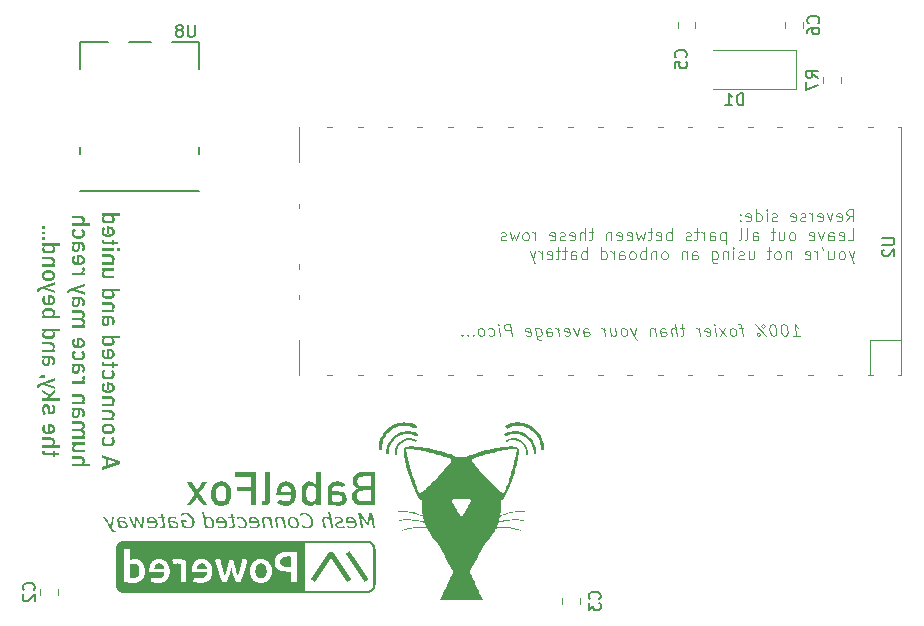
<source format=gbr>
%TF.GenerationSoftware,KiCad,Pcbnew,8.0.6*%
%TF.CreationDate,2025-01-11T15:36:53-06:00*%
%TF.ProjectId,babelfox,62616265-6c66-46f7-982e-6b696361645f,rev?*%
%TF.SameCoordinates,Original*%
%TF.FileFunction,Legend,Bot*%
%TF.FilePolarity,Positive*%
%FSLAX46Y46*%
G04 Gerber Fmt 4.6, Leading zero omitted, Abs format (unit mm)*
G04 Created by KiCad (PCBNEW 8.0.6) date 2025-01-11 15:36:53*
%MOMM*%
%LPD*%
G01*
G04 APERTURE LIST*
%ADD10C,0.100000*%
%ADD11C,0.150000*%
%ADD12C,0.300000*%
%ADD13C,0.120000*%
%ADD14C,0.000000*%
%ADD15C,0.152400*%
G04 APERTURE END LIST*
D10*
G36*
X119365863Y-117147509D02*
G01*
X119365863Y-116968357D01*
X117867800Y-116415880D01*
X117867800Y-116642659D01*
X119076435Y-117057750D01*
X117867800Y-117473207D01*
X117867800Y-117699620D01*
X119365863Y-117147509D01*
G37*
G36*
X118396463Y-117445364D02*
G01*
X118396463Y-116656948D01*
X118196428Y-116656948D01*
X118196428Y-117445364D01*
X118396463Y-117445364D01*
G37*
G36*
X117852412Y-115223364D02*
G01*
X117856730Y-115302228D01*
X117869684Y-115374369D01*
X117894206Y-115446640D01*
X117907000Y-115473225D01*
X117950374Y-115538496D01*
X118005437Y-115592252D01*
X118065636Y-115631128D01*
X118134888Y-115659914D01*
X118212583Y-115678039D01*
X118289727Y-115685236D01*
X118316962Y-115685716D01*
X118493183Y-115685716D01*
X118571635Y-115681398D01*
X118650919Y-115666471D01*
X118721902Y-115640883D01*
X118741578Y-115631128D01*
X118806598Y-115587841D01*
X118860101Y-115533038D01*
X118898749Y-115473225D01*
X118927342Y-115404274D01*
X118945346Y-115327022D01*
X118952494Y-115250399D01*
X118952970Y-115223364D01*
X118948543Y-115147227D01*
X118934060Y-115070806D01*
X118932820Y-115066194D01*
X118908182Y-114996310D01*
X118874569Y-114933936D01*
X118826487Y-114873838D01*
X118781878Y-114835751D01*
X118645591Y-114987059D01*
X118696171Y-115043036D01*
X118725092Y-115093305D01*
X118747606Y-115163346D01*
X118752936Y-115220067D01*
X118744883Y-115297239D01*
X118717732Y-115366714D01*
X118684792Y-115408745D01*
X118620472Y-115452153D01*
X118544677Y-115472581D01*
X118493183Y-115475789D01*
X118316962Y-115475789D01*
X118243353Y-115469313D01*
X118169851Y-115444446D01*
X118120957Y-115409477D01*
X118076362Y-115346050D01*
X118055377Y-115271080D01*
X118052081Y-115220067D01*
X118061586Y-115146612D01*
X118082123Y-115092206D01*
X118123686Y-115029004D01*
X118166753Y-114987059D01*
X118020207Y-114835751D01*
X117965016Y-114886884D01*
X117928982Y-114934669D01*
X117894241Y-115001294D01*
X117871830Y-115067293D01*
X117857267Y-115143130D01*
X117852431Y-115218221D01*
X117852412Y-115223364D01*
G37*
G36*
X118518985Y-113759463D02*
G01*
X118595244Y-113766322D01*
X118672159Y-113783596D01*
X118740846Y-113811030D01*
X118800816Y-113848124D01*
X118855627Y-113899507D01*
X118898749Y-113961972D01*
X118905314Y-113974494D01*
X118933855Y-114048994D01*
X118948681Y-114124986D01*
X118952970Y-114200109D01*
X118952759Y-114217309D01*
X118946563Y-114290851D01*
X118929619Y-114365154D01*
X118898749Y-114437879D01*
X118860030Y-114495124D01*
X118806282Y-114547514D01*
X118740846Y-114588821D01*
X118721104Y-114598119D01*
X118649949Y-114622505D01*
X118570565Y-114636730D01*
X118492084Y-114640845D01*
X118318061Y-114640845D01*
X118290820Y-114640388D01*
X118213579Y-114633529D01*
X118135640Y-114616256D01*
X118066003Y-114588821D01*
X118005610Y-114551727D01*
X117950418Y-114500344D01*
X117907000Y-114437879D01*
X117900390Y-114425358D01*
X117871657Y-114350917D01*
X117856730Y-114275054D01*
X117852412Y-114200109D01*
X118052081Y-114200109D01*
X118053762Y-114233354D01*
X118073874Y-114308404D01*
X118120957Y-114370835D01*
X118164311Y-114399879D01*
X118235821Y-114423819D01*
X118315130Y-114430918D01*
X118492084Y-114430918D01*
X118544006Y-114428043D01*
X118620290Y-114409736D01*
X118684792Y-114370835D01*
X118711344Y-114342003D01*
X118743353Y-114275809D01*
X118752936Y-114200109D01*
X118751272Y-114166873D01*
X118731374Y-114091930D01*
X118684792Y-114029749D01*
X118642146Y-114000528D01*
X118571220Y-113976442D01*
X118492084Y-113969299D01*
X118315130Y-113969299D01*
X118263138Y-113972192D01*
X118186408Y-113990610D01*
X118120957Y-114029749D01*
X118094120Y-114058438D01*
X118061766Y-114124460D01*
X118052081Y-114200109D01*
X117852412Y-114200109D01*
X117852625Y-114182864D01*
X117858863Y-114109158D01*
X117875921Y-114034740D01*
X117907000Y-113961972D01*
X117945877Y-113904728D01*
X117999632Y-113852338D01*
X118064903Y-113811030D01*
X118091494Y-113798837D01*
X118163829Y-113775467D01*
X118236089Y-113763121D01*
X118315130Y-113759006D01*
X118492084Y-113759006D01*
X118518985Y-113759463D01*
G37*
G36*
X118937217Y-113467014D02*
G01*
X118937217Y-113256721D01*
X117867800Y-113256721D01*
X117867800Y-113467014D01*
X118937217Y-113467014D01*
G37*
G36*
X118515898Y-112817816D02*
G01*
X118593590Y-112826111D01*
X118661478Y-112853818D01*
X118691020Y-112876801D01*
X118733345Y-112937138D01*
X118751424Y-113009365D01*
X118752936Y-113041299D01*
X118743926Y-113117442D01*
X118711141Y-113185915D01*
X118698347Y-113200667D01*
X118632677Y-113242707D01*
X118557032Y-113256502D01*
X118544841Y-113256721D01*
X118750737Y-113278336D01*
X118817267Y-113236966D01*
X118871225Y-113187043D01*
X118900214Y-113149010D01*
X118934372Y-113081336D01*
X118951116Y-113008100D01*
X118952970Y-112972422D01*
X118945849Y-112890334D01*
X118924486Y-112818091D01*
X118883427Y-112748588D01*
X118839031Y-112703144D01*
X118776177Y-112661310D01*
X118701553Y-112631429D01*
X118626603Y-112615087D01*
X118542641Y-112607897D01*
X118516997Y-112607523D01*
X117867800Y-112607523D01*
X117867800Y-112817816D01*
X118515898Y-112817816D01*
G37*
G36*
X118937217Y-112294648D02*
G01*
X118937217Y-112084355D01*
X117867800Y-112084355D01*
X117867800Y-112294648D01*
X118937217Y-112294648D01*
G37*
G36*
X118515898Y-111645451D02*
G01*
X118593590Y-111653745D01*
X118661478Y-111681452D01*
X118691020Y-111704435D01*
X118733345Y-111764772D01*
X118751424Y-111837000D01*
X118752936Y-111868933D01*
X118743926Y-111945076D01*
X118711141Y-112013550D01*
X118698347Y-112028301D01*
X118632677Y-112070342D01*
X118557032Y-112084136D01*
X118544841Y-112084355D01*
X118750737Y-112105971D01*
X118817267Y-112064600D01*
X118871225Y-112014677D01*
X118900214Y-111976644D01*
X118934372Y-111908970D01*
X118951116Y-111835734D01*
X118952970Y-111800056D01*
X118945849Y-111717968D01*
X118924486Y-111645726D01*
X118883427Y-111576222D01*
X118839031Y-111530779D01*
X118776177Y-111488945D01*
X118701553Y-111459063D01*
X118626603Y-111442721D01*
X118542641Y-111435531D01*
X118516997Y-111435158D01*
X117867800Y-111435158D01*
X117867800Y-111645451D01*
X118515898Y-111645451D01*
G37*
G36*
X117852412Y-110684477D02*
G01*
X117856817Y-110764520D01*
X117870032Y-110837723D01*
X117895048Y-110911039D01*
X117908100Y-110938001D01*
X117952489Y-111004193D01*
X118009086Y-111058697D01*
X118071132Y-111098103D01*
X118142852Y-111127083D01*
X118214925Y-111143988D01*
X118294127Y-111152199D01*
X118331617Y-111153057D01*
X118452151Y-111153057D01*
X118528560Y-111149760D01*
X118607569Y-111138168D01*
X118679218Y-111118230D01*
X118722894Y-111100301D01*
X118787931Y-111062412D01*
X118847322Y-111009908D01*
X118893986Y-110946061D01*
X118925091Y-110878856D01*
X118944676Y-110803637D01*
X118952452Y-110729088D01*
X118952970Y-110702795D01*
X118946423Y-110623011D01*
X118926781Y-110550812D01*
X118890051Y-110480153D01*
X118885926Y-110474184D01*
X118832776Y-110414273D01*
X118772212Y-110369050D01*
X118699983Y-110332628D01*
X118692119Y-110329470D01*
X118616816Y-110305208D01*
X118543166Y-110290307D01*
X118463195Y-110281680D01*
X118388037Y-110279278D01*
X118318061Y-110279278D01*
X118318061Y-111000650D01*
X118486955Y-111000650D01*
X118486955Y-110479313D01*
X118563205Y-110489832D01*
X118633856Y-110512477D01*
X118690654Y-110546724D01*
X118740242Y-110605268D01*
X118762060Y-110678959D01*
X118763194Y-110702795D01*
X118753929Y-110778752D01*
X118722691Y-110846998D01*
X118684792Y-110888176D01*
X118617095Y-110927915D01*
X118538927Y-110948230D01*
X118463508Y-110953389D01*
X118327220Y-110953389D01*
X118250305Y-110946555D01*
X118179501Y-110923253D01*
X118123155Y-110883413D01*
X118079844Y-110822465D01*
X118057703Y-110752204D01*
X118052081Y-110684477D01*
X118061122Y-110608859D01*
X118077726Y-110557715D01*
X118113481Y-110491113D01*
X118150266Y-110445241D01*
X118012147Y-110307122D01*
X117963826Y-110364073D01*
X117923644Y-110425614D01*
X117894178Y-110485541D01*
X117868727Y-110559885D01*
X117855023Y-110634537D01*
X117852412Y-110684477D01*
G37*
G36*
X117852412Y-109565234D02*
G01*
X117856730Y-109644099D01*
X117869684Y-109716239D01*
X117894206Y-109788511D01*
X117907000Y-109815095D01*
X117950374Y-109880366D01*
X118005437Y-109934122D01*
X118065636Y-109972998D01*
X118134888Y-110001785D01*
X118212583Y-110019910D01*
X118289727Y-110027106D01*
X118316962Y-110027586D01*
X118493183Y-110027586D01*
X118571635Y-110023268D01*
X118650919Y-110008342D01*
X118721902Y-109982753D01*
X118741578Y-109972998D01*
X118806598Y-109929711D01*
X118860101Y-109874908D01*
X118898749Y-109815095D01*
X118927342Y-109746144D01*
X118945346Y-109668893D01*
X118952494Y-109592270D01*
X118952970Y-109565234D01*
X118948543Y-109489098D01*
X118934060Y-109412676D01*
X118932820Y-109408064D01*
X118908182Y-109338180D01*
X118874569Y-109275807D01*
X118826487Y-109215709D01*
X118781878Y-109177621D01*
X118645591Y-109328929D01*
X118696171Y-109384906D01*
X118725092Y-109435175D01*
X118747606Y-109505217D01*
X118752936Y-109561937D01*
X118744883Y-109639109D01*
X118717732Y-109708584D01*
X118684792Y-109750615D01*
X118620472Y-109794024D01*
X118544677Y-109814451D01*
X118493183Y-109817659D01*
X118316962Y-109817659D01*
X118243353Y-109811184D01*
X118169851Y-109786317D01*
X118120957Y-109751347D01*
X118076362Y-109687920D01*
X118055377Y-109612950D01*
X118052081Y-109561937D01*
X118061586Y-109488483D01*
X118082123Y-109434076D01*
X118123686Y-109370874D01*
X118166753Y-109328929D01*
X118020207Y-109177621D01*
X117965016Y-109228755D01*
X117928982Y-109276539D01*
X117894241Y-109343164D01*
X117871830Y-109409163D01*
X117857267Y-109485001D01*
X117852431Y-109560091D01*
X117852412Y-109565234D01*
G37*
G36*
X117862670Y-108673870D02*
G01*
X117869647Y-108748166D01*
X117896437Y-108819470D01*
X117934111Y-108864013D01*
X118003701Y-108902915D01*
X118080153Y-108920342D01*
X118145870Y-108924097D01*
X119248626Y-108924097D01*
X119248626Y-108713804D01*
X118144038Y-108713804D01*
X118083588Y-108698417D01*
X118062705Y-108652987D01*
X118062705Y-108552237D01*
X117862670Y-108552237D01*
X117862670Y-108673870D01*
G37*
G36*
X118937217Y-109034373D02*
G01*
X118937217Y-108552237D01*
X118747806Y-108552237D01*
X118747806Y-109034373D01*
X118937217Y-109034373D01*
G37*
G36*
X117852412Y-107829767D02*
G01*
X117856817Y-107909810D01*
X117870032Y-107983013D01*
X117895048Y-108056329D01*
X117908100Y-108083291D01*
X117952489Y-108149483D01*
X118009086Y-108203987D01*
X118071132Y-108243392D01*
X118142852Y-108272372D01*
X118214925Y-108289277D01*
X118294127Y-108297488D01*
X118331617Y-108298347D01*
X118452151Y-108298347D01*
X118528560Y-108295050D01*
X118607569Y-108283458D01*
X118679218Y-108263519D01*
X118722894Y-108245590D01*
X118787931Y-108207702D01*
X118847322Y-108155197D01*
X118893986Y-108091351D01*
X118925091Y-108024146D01*
X118944676Y-107948927D01*
X118952452Y-107874377D01*
X118952970Y-107848085D01*
X118946423Y-107768301D01*
X118926781Y-107696101D01*
X118890051Y-107625442D01*
X118885926Y-107619474D01*
X118832776Y-107559563D01*
X118772212Y-107514340D01*
X118699983Y-107477918D01*
X118692119Y-107474760D01*
X118616816Y-107450497D01*
X118543166Y-107435596D01*
X118463195Y-107426970D01*
X118388037Y-107424568D01*
X118318061Y-107424568D01*
X118318061Y-108145939D01*
X118486955Y-108145939D01*
X118486955Y-107624603D01*
X118563205Y-107635122D01*
X118633856Y-107657767D01*
X118690654Y-107692014D01*
X118740242Y-107750558D01*
X118762060Y-107824249D01*
X118763194Y-107848085D01*
X118753929Y-107924041D01*
X118722691Y-107992288D01*
X118684792Y-108033465D01*
X118617095Y-108073204D01*
X118538927Y-108093520D01*
X118463508Y-108098678D01*
X118327220Y-108098678D01*
X118250305Y-108091845D01*
X118179501Y-108068542D01*
X118123155Y-108028703D01*
X118079844Y-107967755D01*
X118057703Y-107897493D01*
X118052081Y-107829767D01*
X118061122Y-107754148D01*
X118077726Y-107703005D01*
X118113481Y-107636402D01*
X118150266Y-107590531D01*
X118012147Y-107452412D01*
X117963826Y-107509363D01*
X117923644Y-107570903D01*
X117894178Y-107630831D01*
X117868727Y-107705174D01*
X117855023Y-107779827D01*
X117852412Y-107829767D01*
G37*
G36*
X119365863Y-106534303D02*
G01*
X119365863Y-106324010D01*
X117867800Y-106324010D01*
X117867800Y-106534303D01*
X119365863Y-106534303D01*
G37*
G36*
X117849115Y-106803214D02*
G01*
X117855132Y-106879788D01*
X117875423Y-106954140D01*
X117900040Y-107003615D01*
X117949392Y-107064359D01*
X118008580Y-107108838D01*
X118049150Y-107129645D01*
X118121033Y-107154258D01*
X118194420Y-107167767D01*
X118275464Y-107172834D01*
X118283989Y-107172876D01*
X118519928Y-107172876D01*
X118594432Y-107169543D01*
X118669737Y-107158023D01*
X118743482Y-107135846D01*
X118755866Y-107130744D01*
X118822860Y-107093684D01*
X118880436Y-107041210D01*
X118904977Y-107007645D01*
X118937948Y-106936539D01*
X118953465Y-106861458D01*
X118955901Y-106813472D01*
X118947739Y-106739036D01*
X118923251Y-106669921D01*
X118906442Y-106639816D01*
X118859606Y-106580835D01*
X118799467Y-106531891D01*
X118767224Y-106512687D01*
X118548871Y-106534303D01*
X118622817Y-106543086D01*
X118665375Y-106559216D01*
X118722968Y-106606046D01*
X118739014Y-106630657D01*
X118761306Y-106700726D01*
X118764293Y-106744230D01*
X118753591Y-106821089D01*
X118718128Y-106886686D01*
X118699446Y-106905796D01*
X118632608Y-106944866D01*
X118559243Y-106960940D01*
X118516997Y-106962949D01*
X118283989Y-106962949D01*
X118210170Y-106956196D01*
X118139115Y-106930801D01*
X118104104Y-106905796D01*
X118058874Y-106841648D01*
X118042074Y-106769514D01*
X118041090Y-106744230D01*
X118051251Y-106668610D01*
X118067102Y-106630657D01*
X118116944Y-106574791D01*
X118142939Y-106559216D01*
X118216217Y-106537247D01*
X118261275Y-106534303D01*
X118035594Y-106519648D01*
X117971190Y-106555392D01*
X117916463Y-106606843D01*
X117902604Y-106624428D01*
X117866039Y-106694352D01*
X117850421Y-106770835D01*
X117849115Y-106803214D01*
G37*
G36*
X118545940Y-104844264D02*
G01*
X118623571Y-104853515D01*
X118693762Y-104887181D01*
X118708972Y-104900318D01*
X118750784Y-104963253D01*
X118766712Y-105040731D01*
X118767224Y-105059687D01*
X118760249Y-105134612D01*
X118747440Y-105184983D01*
X118718957Y-105252730D01*
X118693218Y-105293427D01*
X118798365Y-105446934D01*
X118852280Y-105391172D01*
X118892603Y-105328429D01*
X118911938Y-105286832D01*
X118935299Y-105215768D01*
X118948963Y-105139596D01*
X118952970Y-105065915D01*
X118948391Y-104986517D01*
X118932775Y-104907774D01*
X118906076Y-104838036D01*
X118864929Y-104773258D01*
X118811829Y-104721258D01*
X118769788Y-104693689D01*
X118697866Y-104663550D01*
X118622886Y-104648142D01*
X118555099Y-104644230D01*
X117867800Y-104644230D01*
X117867800Y-104844264D01*
X118545940Y-104844264D01*
G37*
G36*
X117852412Y-105105849D02*
G01*
X117856322Y-105187634D01*
X117870364Y-105269424D01*
X117894618Y-105338759D01*
X117934111Y-105401871D01*
X117993703Y-105453455D01*
X118061529Y-105483546D01*
X118142802Y-105498162D01*
X118183239Y-105499690D01*
X118257588Y-105494080D01*
X118329352Y-105474358D01*
X118394339Y-105435789D01*
X118421010Y-105409931D01*
X118462934Y-105344887D01*
X118487390Y-105271052D01*
X118498570Y-105193257D01*
X118500511Y-105138821D01*
X118500511Y-104835105D01*
X118331617Y-104820451D01*
X118331617Y-105137722D01*
X118321277Y-105213622D01*
X118294980Y-105261187D01*
X118230328Y-105297048D01*
X118183239Y-105301853D01*
X118108428Y-105286551D01*
X118062339Y-105247632D01*
X118033213Y-105179396D01*
X118023846Y-105103318D01*
X118023504Y-105083134D01*
X118026535Y-105007540D01*
X118039157Y-104932366D01*
X118049150Y-104903615D01*
X118100967Y-104848959D01*
X118129384Y-104844264D01*
X117979174Y-104822649D01*
X117922983Y-104871627D01*
X117908100Y-104891159D01*
X117874165Y-104959372D01*
X117866334Y-104985315D01*
X117854057Y-105061357D01*
X117852412Y-105105849D01*
G37*
G36*
X118937217Y-104331354D02*
G01*
X118937217Y-104121061D01*
X117867800Y-104121061D01*
X117867800Y-104331354D01*
X118937217Y-104331354D01*
G37*
G36*
X118515898Y-103682157D02*
G01*
X118593590Y-103690452D01*
X118661478Y-103718158D01*
X118691020Y-103741142D01*
X118733345Y-103801479D01*
X118751424Y-103873706D01*
X118752936Y-103905639D01*
X118743926Y-103981782D01*
X118711141Y-104050256D01*
X118698347Y-104065008D01*
X118632677Y-104107048D01*
X118557032Y-104120842D01*
X118544841Y-104121061D01*
X118750737Y-104142677D01*
X118817267Y-104101306D01*
X118871225Y-104051383D01*
X118900214Y-104013350D01*
X118934372Y-103945677D01*
X118951116Y-103872440D01*
X118952970Y-103836763D01*
X118945849Y-103754674D01*
X118924486Y-103682432D01*
X118883427Y-103612928D01*
X118839031Y-103567485D01*
X118776177Y-103525651D01*
X118701553Y-103495769D01*
X118626603Y-103479428D01*
X118542641Y-103472237D01*
X118516997Y-103471864D01*
X117867800Y-103471864D01*
X117867800Y-103682157D01*
X118515898Y-103682157D01*
G37*
G36*
X119365863Y-102551190D02*
G01*
X119365863Y-102340897D01*
X117867800Y-102340897D01*
X117867800Y-102551190D01*
X119365863Y-102551190D01*
G37*
G36*
X117849115Y-102820102D02*
G01*
X117855132Y-102896676D01*
X117875423Y-102971028D01*
X117900040Y-103020503D01*
X117949392Y-103081247D01*
X118008580Y-103125725D01*
X118049150Y-103146532D01*
X118121033Y-103171145D01*
X118194420Y-103184655D01*
X118275464Y-103189721D01*
X118283989Y-103189763D01*
X118519928Y-103189763D01*
X118594432Y-103186431D01*
X118669737Y-103174910D01*
X118743482Y-103152733D01*
X118755866Y-103147632D01*
X118822860Y-103110571D01*
X118880436Y-103058098D01*
X118904977Y-103024533D01*
X118937948Y-102953427D01*
X118953465Y-102878345D01*
X118955901Y-102830360D01*
X118947739Y-102755924D01*
X118923251Y-102686808D01*
X118906442Y-102656703D01*
X118859606Y-102597723D01*
X118799467Y-102548779D01*
X118767224Y-102529575D01*
X118548871Y-102551190D01*
X118622817Y-102559973D01*
X118665375Y-102576103D01*
X118722968Y-102622934D01*
X118739014Y-102647544D01*
X118761306Y-102717614D01*
X118764293Y-102761117D01*
X118753591Y-102837977D01*
X118718128Y-102903573D01*
X118699446Y-102922684D01*
X118632608Y-102961753D01*
X118559243Y-102977827D01*
X118516997Y-102979837D01*
X118283989Y-102979837D01*
X118210170Y-102973083D01*
X118139115Y-102947688D01*
X118104104Y-102922684D01*
X118058874Y-102858536D01*
X118042074Y-102786402D01*
X118041090Y-102761117D01*
X118051251Y-102685497D01*
X118067102Y-102647544D01*
X118116944Y-102591678D01*
X118142939Y-102576103D01*
X118216217Y-102554134D01*
X118261275Y-102551190D01*
X118035594Y-102536536D01*
X117971190Y-102572279D01*
X117916463Y-102623731D01*
X117902604Y-102641316D01*
X117866039Y-102711240D01*
X117850421Y-102787723D01*
X117849115Y-102820102D01*
G37*
G36*
X118937217Y-100819753D02*
G01*
X118937217Y-100610559D01*
X117867800Y-100610559D01*
X117867800Y-100819753D01*
X118937217Y-100819753D01*
G37*
G36*
X118287287Y-101254627D02*
G01*
X118210092Y-101246590D01*
X118138135Y-101216898D01*
X118113264Y-101197474D01*
X118069348Y-101133590D01*
X118053037Y-101061553D01*
X118052081Y-101036274D01*
X118061090Y-100960247D01*
X118093875Y-100891457D01*
X118106669Y-100876539D01*
X118168251Y-100835780D01*
X118243886Y-100820252D01*
X118262374Y-100819753D01*
X118038892Y-100805465D01*
X117974307Y-100842240D01*
X117919680Y-100894863D01*
X117905901Y-100912809D01*
X117871269Y-100978562D01*
X117854293Y-101055561D01*
X117852412Y-101094892D01*
X117857847Y-101168596D01*
X117877367Y-101243340D01*
X117916297Y-101315329D01*
X117965985Y-101368567D01*
X118028794Y-101410721D01*
X118103280Y-101440832D01*
X118178035Y-101457299D01*
X118261731Y-101464544D01*
X118287287Y-101464920D01*
X118937217Y-101464920D01*
X118937217Y-101254627D01*
X118287287Y-101254627D01*
G37*
G36*
X118937217Y-100296951D02*
G01*
X118937217Y-100086658D01*
X117867800Y-100086658D01*
X117867800Y-100296951D01*
X118937217Y-100296951D01*
G37*
G36*
X118515898Y-99647754D02*
G01*
X118593590Y-99656048D01*
X118661478Y-99683755D01*
X118691020Y-99706738D01*
X118733345Y-99767075D01*
X118751424Y-99839302D01*
X118752936Y-99871236D01*
X118743926Y-99947379D01*
X118711141Y-100015852D01*
X118698347Y-100030604D01*
X118632677Y-100072645D01*
X118557032Y-100086439D01*
X118544841Y-100086658D01*
X118750737Y-100108274D01*
X118817267Y-100066903D01*
X118871225Y-100016980D01*
X118900214Y-99978947D01*
X118934372Y-99911273D01*
X118951116Y-99838037D01*
X118952970Y-99802359D01*
X118945849Y-99720271D01*
X118924486Y-99648028D01*
X118883427Y-99578525D01*
X118839031Y-99533082D01*
X118776177Y-99491247D01*
X118701553Y-99461366D01*
X118626603Y-99445024D01*
X118542641Y-99437834D01*
X118516997Y-99437461D01*
X117867800Y-99437461D01*
X117867800Y-99647754D01*
X118515898Y-99647754D01*
G37*
G36*
X119365863Y-99124585D02*
G01*
X119365863Y-98914292D01*
X119155936Y-98914292D01*
X119155936Y-99124585D01*
X119365863Y-99124585D01*
G37*
G36*
X118937217Y-99124585D02*
G01*
X118937217Y-98914292D01*
X117867800Y-98914292D01*
X117867800Y-99124585D01*
X118937217Y-99124585D01*
G37*
G36*
X117862670Y-98320416D02*
G01*
X117869647Y-98394712D01*
X117896437Y-98466016D01*
X117934111Y-98510559D01*
X118003701Y-98549461D01*
X118080153Y-98566887D01*
X118145870Y-98570643D01*
X119248626Y-98570643D01*
X119248626Y-98360350D01*
X118144038Y-98360350D01*
X118083588Y-98344962D01*
X118062705Y-98299533D01*
X118062705Y-98198783D01*
X117862670Y-98198783D01*
X117862670Y-98320416D01*
G37*
G36*
X118937217Y-98680918D02*
G01*
X118937217Y-98198783D01*
X118747806Y-98198783D01*
X118747806Y-98680918D01*
X118937217Y-98680918D01*
G37*
G36*
X117852412Y-97476313D02*
G01*
X117856817Y-97556355D01*
X117870032Y-97629559D01*
X117895048Y-97702875D01*
X117908100Y-97729837D01*
X117952489Y-97796029D01*
X118009086Y-97850532D01*
X118071132Y-97889938D01*
X118142852Y-97918918D01*
X118214925Y-97935823D01*
X118294127Y-97944034D01*
X118331617Y-97944892D01*
X118452151Y-97944892D01*
X118528560Y-97941595D01*
X118607569Y-97930003D01*
X118679218Y-97910065D01*
X118722894Y-97892136D01*
X118787931Y-97854247D01*
X118847322Y-97801743D01*
X118893986Y-97737897D01*
X118925091Y-97670692D01*
X118944676Y-97595473D01*
X118952452Y-97520923D01*
X118952970Y-97494631D01*
X118946423Y-97414846D01*
X118926781Y-97342647D01*
X118890051Y-97271988D01*
X118885926Y-97266020D01*
X118832776Y-97206109D01*
X118772212Y-97160885D01*
X118699983Y-97124464D01*
X118692119Y-97121306D01*
X118616816Y-97097043D01*
X118543166Y-97082142D01*
X118463195Y-97073515D01*
X118388037Y-97071114D01*
X118318061Y-97071114D01*
X118318061Y-97792485D01*
X118486955Y-97792485D01*
X118486955Y-97271149D01*
X118563205Y-97281667D01*
X118633856Y-97304312D01*
X118690654Y-97338560D01*
X118740242Y-97397103D01*
X118762060Y-97470794D01*
X118763194Y-97494631D01*
X118753929Y-97570587D01*
X118722691Y-97638834D01*
X118684792Y-97680011D01*
X118617095Y-97719750D01*
X118538927Y-97740066D01*
X118463508Y-97745224D01*
X118327220Y-97745224D01*
X118250305Y-97738390D01*
X118179501Y-97715088D01*
X118123155Y-97675248D01*
X118079844Y-97614300D01*
X118057703Y-97544039D01*
X118052081Y-97476313D01*
X118061122Y-97400694D01*
X118077726Y-97349551D01*
X118113481Y-97282948D01*
X118150266Y-97237077D01*
X118012147Y-97098957D01*
X117963826Y-97155909D01*
X117923644Y-97217449D01*
X117894178Y-97277377D01*
X117868727Y-97351720D01*
X117855023Y-97426373D01*
X117852412Y-97476313D01*
G37*
G36*
X119365863Y-96180849D02*
G01*
X119365863Y-95970555D01*
X117867800Y-95970555D01*
X117867800Y-96180849D01*
X119365863Y-96180849D01*
G37*
G36*
X117849115Y-96449760D02*
G01*
X117855132Y-96526334D01*
X117875423Y-96600686D01*
X117900040Y-96650161D01*
X117949392Y-96710905D01*
X118008580Y-96755384D01*
X118049150Y-96776190D01*
X118121033Y-96800803D01*
X118194420Y-96814313D01*
X118275464Y-96819379D01*
X118283989Y-96819421D01*
X118519928Y-96819421D01*
X118594432Y-96816089D01*
X118669737Y-96804568D01*
X118743482Y-96782391D01*
X118755866Y-96777290D01*
X118822860Y-96740230D01*
X118880436Y-96687756D01*
X118904977Y-96654191D01*
X118937948Y-96583085D01*
X118953465Y-96508003D01*
X118955901Y-96460018D01*
X118947739Y-96385582D01*
X118923251Y-96316466D01*
X118906442Y-96286361D01*
X118859606Y-96227381D01*
X118799467Y-96178437D01*
X118767224Y-96159233D01*
X118548871Y-96180849D01*
X118622817Y-96189631D01*
X118665375Y-96205761D01*
X118722968Y-96252592D01*
X118739014Y-96277202D01*
X118761306Y-96347272D01*
X118764293Y-96390775D01*
X118753591Y-96467635D01*
X118718128Y-96533231D01*
X118699446Y-96552342D01*
X118632608Y-96591411D01*
X118559243Y-96607485D01*
X118516997Y-96609495D01*
X118283989Y-96609495D01*
X118210170Y-96602741D01*
X118139115Y-96577346D01*
X118104104Y-96552342D01*
X118058874Y-96488194D01*
X118042074Y-96416060D01*
X118041090Y-96390775D01*
X118051251Y-96315155D01*
X118067102Y-96277202D01*
X118116944Y-96221336D01*
X118142939Y-96205761D01*
X118216217Y-96183792D01*
X118261275Y-96180849D01*
X118035594Y-96166194D01*
X117971190Y-96201937D01*
X117916463Y-96253389D01*
X117902604Y-96270974D01*
X117866039Y-96340898D01*
X117850421Y-96417381D01*
X117849115Y-96449760D01*
G37*
G36*
X116845863Y-117381983D02*
G01*
X116845863Y-117171689D01*
X115347800Y-117171689D01*
X115347800Y-117381983D01*
X116845863Y-117381983D01*
G37*
G36*
X115995898Y-116732785D02*
G01*
X116073590Y-116741080D01*
X116141478Y-116768786D01*
X116171020Y-116791770D01*
X116213345Y-116852107D01*
X116231424Y-116924334D01*
X116232936Y-116956267D01*
X116224047Y-117032411D01*
X116191702Y-117100884D01*
X116179080Y-117115636D01*
X116114508Y-117157676D01*
X116039826Y-117171471D01*
X116027772Y-117171689D01*
X116234035Y-117193305D01*
X116299173Y-117151934D01*
X116356135Y-117097465D01*
X116380947Y-117063978D01*
X116414630Y-116996305D01*
X116431142Y-116923068D01*
X116432970Y-116887391D01*
X116425849Y-116805302D01*
X116404486Y-116733060D01*
X116363427Y-116663556D01*
X116319031Y-116618113D01*
X116256177Y-116576279D01*
X116181553Y-116546397D01*
X116106603Y-116530056D01*
X116022641Y-116522866D01*
X115996997Y-116522492D01*
X115347800Y-116522492D01*
X115347800Y-116732785D01*
X115995898Y-116732785D01*
G37*
G36*
X116417217Y-115564449D02*
G01*
X116417217Y-115355255D01*
X115347800Y-115355255D01*
X115347800Y-115564449D01*
X116417217Y-115564449D01*
G37*
G36*
X115767287Y-115999324D02*
G01*
X115690092Y-115991287D01*
X115618135Y-115961594D01*
X115593264Y-115942171D01*
X115549348Y-115878286D01*
X115533037Y-115806250D01*
X115532081Y-115780971D01*
X115541090Y-115704944D01*
X115573875Y-115636154D01*
X115586669Y-115621236D01*
X115648251Y-115580476D01*
X115723886Y-115564949D01*
X115742374Y-115564449D01*
X115518892Y-115550161D01*
X115454307Y-115586936D01*
X115399680Y-115639560D01*
X115385901Y-115657506D01*
X115351269Y-115723259D01*
X115334293Y-115800258D01*
X115332412Y-115839589D01*
X115337847Y-115913292D01*
X115357367Y-115988036D01*
X115396297Y-116060026D01*
X115445985Y-116113263D01*
X115508794Y-116155418D01*
X115583280Y-116185528D01*
X115658035Y-116201995D01*
X115741731Y-116209241D01*
X115767287Y-116209617D01*
X116417217Y-116209617D01*
X116417217Y-115999324D01*
X115767287Y-115999324D01*
G37*
G36*
X115995898Y-113763769D02*
G01*
X116073590Y-113772064D01*
X116141478Y-113799770D01*
X116171020Y-113822754D01*
X116213345Y-113883161D01*
X116231424Y-113955579D01*
X116232936Y-113987618D01*
X116221505Y-114064724D01*
X116183890Y-114128507D01*
X116173218Y-114138926D01*
X116106366Y-114177319D01*
X116030846Y-114191579D01*
X116004324Y-114192415D01*
X116210221Y-114234913D01*
X116277594Y-114196345D01*
X116338155Y-114145581D01*
X116374719Y-114101557D01*
X116410216Y-114036813D01*
X116430183Y-113961326D01*
X116432970Y-113918375D01*
X116426910Y-113843017D01*
X116406473Y-113769893D01*
X116381679Y-113721271D01*
X116332564Y-113661123D01*
X116273488Y-113617193D01*
X116232936Y-113596707D01*
X116160923Y-113572303D01*
X116087192Y-113558907D01*
X116005590Y-113553884D01*
X115996997Y-113553842D01*
X115347800Y-113553842D01*
X115347800Y-113763769D01*
X115995898Y-113763769D01*
G37*
G36*
X116417217Y-115041648D02*
G01*
X116417217Y-114831355D01*
X115347800Y-114831355D01*
X115347800Y-115041648D01*
X116417217Y-115041648D01*
G37*
G36*
X115995898Y-114402708D02*
G01*
X116073590Y-114410539D01*
X116145998Y-114439471D01*
X116171020Y-114458396D01*
X116215461Y-114520746D01*
X116232391Y-114597241D01*
X116232936Y-114615932D01*
X116223926Y-114692076D01*
X116191141Y-114760549D01*
X116178347Y-114775301D01*
X116112677Y-114817341D01*
X116037032Y-114831136D01*
X116024841Y-114831355D01*
X116230737Y-114852970D01*
X116297267Y-114811599D01*
X116351225Y-114761677D01*
X116380214Y-114723643D01*
X116414372Y-114655970D01*
X116431116Y-114582733D01*
X116432970Y-114547056D01*
X116426910Y-114473670D01*
X116406473Y-114402598D01*
X116381679Y-114355447D01*
X116332564Y-114297081D01*
X116267969Y-114251169D01*
X116232936Y-114234181D01*
X116160923Y-114210402D01*
X116087192Y-114197350D01*
X116005590Y-114192456D01*
X115996997Y-114192415D01*
X115347800Y-114192415D01*
X115347800Y-114402708D01*
X115995898Y-114402708D01*
G37*
G36*
X116025940Y-112639763D02*
G01*
X116103571Y-112649015D01*
X116173762Y-112682680D01*
X116188972Y-112695817D01*
X116230784Y-112758752D01*
X116246712Y-112836230D01*
X116247224Y-112855186D01*
X116240249Y-112930111D01*
X116227440Y-112980482D01*
X116198957Y-113048229D01*
X116173218Y-113088926D01*
X116278365Y-113242433D01*
X116332280Y-113186671D01*
X116372603Y-113123928D01*
X116391938Y-113082331D01*
X116415299Y-113011267D01*
X116428963Y-112935095D01*
X116432970Y-112861414D01*
X116428391Y-112782016D01*
X116412775Y-112703273D01*
X116386076Y-112633535D01*
X116344929Y-112568757D01*
X116291829Y-112516757D01*
X116249788Y-112489188D01*
X116177866Y-112459049D01*
X116102886Y-112443641D01*
X116035099Y-112439729D01*
X115347800Y-112439729D01*
X115347800Y-112639763D01*
X116025940Y-112639763D01*
G37*
G36*
X115332412Y-112901348D02*
G01*
X115336322Y-112983133D01*
X115350364Y-113064923D01*
X115374618Y-113134258D01*
X115414111Y-113197370D01*
X115473703Y-113248954D01*
X115541529Y-113279045D01*
X115622802Y-113293661D01*
X115663239Y-113295189D01*
X115737588Y-113289579D01*
X115809352Y-113269857D01*
X115874339Y-113231288D01*
X115901010Y-113205430D01*
X115942934Y-113140386D01*
X115967390Y-113066551D01*
X115978570Y-112988756D01*
X115980511Y-112934320D01*
X115980511Y-112630604D01*
X115811617Y-112615950D01*
X115811617Y-112933221D01*
X115801277Y-113009121D01*
X115774980Y-113056686D01*
X115710328Y-113092547D01*
X115663239Y-113097352D01*
X115588428Y-113082050D01*
X115542339Y-113043131D01*
X115513213Y-112974895D01*
X115503846Y-112898817D01*
X115503504Y-112878633D01*
X115506535Y-112803039D01*
X115519157Y-112727865D01*
X115529150Y-112699114D01*
X115580967Y-112644458D01*
X115609384Y-112639763D01*
X115459174Y-112618148D01*
X115402983Y-112667126D01*
X115388100Y-112686658D01*
X115354165Y-112754871D01*
X115346334Y-112780814D01*
X115334057Y-112856856D01*
X115332412Y-112901348D01*
G37*
G36*
X116417217Y-112126853D02*
G01*
X116417217Y-111916560D01*
X115347800Y-111916560D01*
X115347800Y-112126853D01*
X116417217Y-112126853D01*
G37*
G36*
X115995898Y-111477656D02*
G01*
X116073590Y-111485951D01*
X116141478Y-111513657D01*
X116171020Y-111536641D01*
X116213345Y-111596978D01*
X116231424Y-111669205D01*
X116232936Y-111701138D01*
X116223926Y-111777281D01*
X116191141Y-111845755D01*
X116178347Y-111860507D01*
X116112677Y-111902547D01*
X116037032Y-111916341D01*
X116024841Y-111916560D01*
X116230737Y-111938176D01*
X116297267Y-111896805D01*
X116351225Y-111846882D01*
X116380214Y-111808849D01*
X116414372Y-111741176D01*
X116431116Y-111667939D01*
X116432970Y-111632262D01*
X116425849Y-111550173D01*
X116404486Y-111477931D01*
X116363427Y-111408427D01*
X116319031Y-111362984D01*
X116256177Y-111321150D01*
X116181553Y-111291268D01*
X116106603Y-111274927D01*
X116022641Y-111267736D01*
X115996997Y-111267363D01*
X115347800Y-111267363D01*
X115347800Y-111477656D01*
X115995898Y-111477656D01*
G37*
G36*
X116417217Y-110391752D02*
G01*
X116417217Y-110181459D01*
X115347800Y-110181459D01*
X115347800Y-110391752D01*
X116417217Y-110391752D01*
G37*
G36*
X116164059Y-109803371D02*
G01*
X116210702Y-109863318D01*
X116215350Y-109873713D01*
X116232094Y-109947594D01*
X116232936Y-109971166D01*
X116223805Y-110045054D01*
X116190580Y-110111976D01*
X116177615Y-110126505D01*
X116111944Y-110167721D01*
X116036901Y-110181245D01*
X116024841Y-110181459D01*
X116230737Y-110203075D01*
X116296700Y-110161962D01*
X116354555Y-110108353D01*
X116379848Y-110075580D01*
X116414243Y-110009157D01*
X116431103Y-109937293D01*
X116432970Y-109902290D01*
X116426973Y-109828470D01*
X116411721Y-109770032D01*
X116377432Y-109701711D01*
X116349439Y-109666351D01*
X116164059Y-109803371D01*
G37*
G36*
X116025940Y-108892590D02*
G01*
X116103571Y-108901841D01*
X116173762Y-108935506D01*
X116188972Y-108948643D01*
X116230784Y-109011578D01*
X116246712Y-109089056D01*
X116247224Y-109108012D01*
X116240249Y-109182937D01*
X116227440Y-109233308D01*
X116198957Y-109301055D01*
X116173218Y-109341752D01*
X116278365Y-109495259D01*
X116332280Y-109439497D01*
X116372603Y-109376754D01*
X116391938Y-109335158D01*
X116415299Y-109264093D01*
X116428963Y-109187921D01*
X116432970Y-109114240D01*
X116428391Y-109034842D01*
X116412775Y-108956100D01*
X116386076Y-108886362D01*
X116344929Y-108821584D01*
X116291829Y-108769583D01*
X116249788Y-108742014D01*
X116177866Y-108711875D01*
X116102886Y-108696467D01*
X116035099Y-108692555D01*
X115347800Y-108692555D01*
X115347800Y-108892590D01*
X116025940Y-108892590D01*
G37*
G36*
X115332412Y-109154174D02*
G01*
X115336322Y-109235959D01*
X115350364Y-109317750D01*
X115374618Y-109387084D01*
X115414111Y-109450196D01*
X115473703Y-109501780D01*
X115541529Y-109531871D01*
X115622802Y-109546487D01*
X115663239Y-109548015D01*
X115737588Y-109542405D01*
X115809352Y-109522683D01*
X115874339Y-109484115D01*
X115901010Y-109458256D01*
X115942934Y-109393212D01*
X115967390Y-109319378D01*
X115978570Y-109241582D01*
X115980511Y-109187147D01*
X115980511Y-108883431D01*
X115811617Y-108868776D01*
X115811617Y-109186047D01*
X115801277Y-109261947D01*
X115774980Y-109309512D01*
X115710328Y-109345373D01*
X115663239Y-109350179D01*
X115588428Y-109334876D01*
X115542339Y-109295957D01*
X115513213Y-109227721D01*
X115503846Y-109151643D01*
X115503504Y-109131459D01*
X115506535Y-109055865D01*
X115519157Y-108980692D01*
X115529150Y-108951941D01*
X115580967Y-108897284D01*
X115609384Y-108892590D01*
X115459174Y-108870974D01*
X115402983Y-108919953D01*
X115388100Y-108939484D01*
X115354165Y-109007697D01*
X115346334Y-109033640D01*
X115334057Y-109109682D01*
X115332412Y-109154174D01*
G37*
G36*
X115332412Y-107948103D02*
G01*
X115336730Y-108026967D01*
X115349684Y-108099108D01*
X115374206Y-108171379D01*
X115387000Y-108197963D01*
X115430374Y-108263234D01*
X115485437Y-108316990D01*
X115545636Y-108355866D01*
X115614888Y-108384653D01*
X115692583Y-108402778D01*
X115769727Y-108409975D01*
X115796962Y-108410454D01*
X115973183Y-108410454D01*
X116051635Y-108406136D01*
X116130919Y-108391210D01*
X116201902Y-108365622D01*
X116221578Y-108355866D01*
X116286598Y-108312579D01*
X116340101Y-108257776D01*
X116378749Y-108197963D01*
X116407342Y-108129012D01*
X116425346Y-108051761D01*
X116432494Y-107975138D01*
X116432970Y-107948103D01*
X116428543Y-107871966D01*
X116414060Y-107795544D01*
X116412820Y-107790932D01*
X116388182Y-107721048D01*
X116354569Y-107658675D01*
X116306487Y-107598577D01*
X116261878Y-107560489D01*
X116125591Y-107711798D01*
X116176171Y-107767774D01*
X116205092Y-107818043D01*
X116227606Y-107888085D01*
X116232936Y-107944805D01*
X116224883Y-108021978D01*
X116197732Y-108091452D01*
X116164792Y-108133483D01*
X116100472Y-108176892D01*
X116024677Y-108197319D01*
X115973183Y-108200528D01*
X115796962Y-108200528D01*
X115723353Y-108194052D01*
X115649851Y-108169185D01*
X115600957Y-108134216D01*
X115556362Y-108070788D01*
X115535377Y-107995818D01*
X115532081Y-107944805D01*
X115541586Y-107871351D01*
X115562123Y-107816944D01*
X115603686Y-107753742D01*
X115646753Y-107711798D01*
X115500207Y-107560489D01*
X115445016Y-107611623D01*
X115408982Y-107659408D01*
X115374241Y-107726032D01*
X115351830Y-107792031D01*
X115337267Y-107867869D01*
X115332431Y-107942959D01*
X115332412Y-107948103D01*
G37*
G36*
X115332412Y-106897004D02*
G01*
X115336817Y-106977046D01*
X115350032Y-107050250D01*
X115375048Y-107123565D01*
X115388100Y-107150528D01*
X115432489Y-107216720D01*
X115489086Y-107271223D01*
X115551132Y-107310629D01*
X115622852Y-107339609D01*
X115694925Y-107356514D01*
X115774127Y-107364725D01*
X115811617Y-107365583D01*
X115932151Y-107365583D01*
X116008560Y-107362286D01*
X116087569Y-107350694D01*
X116159218Y-107330756D01*
X116202894Y-107312827D01*
X116267931Y-107274938D01*
X116327322Y-107222434D01*
X116373986Y-107158588D01*
X116405091Y-107091383D01*
X116424676Y-107016163D01*
X116432452Y-106941614D01*
X116432970Y-106915322D01*
X116426423Y-106835537D01*
X116406781Y-106763338D01*
X116370051Y-106692679D01*
X116365926Y-106686710D01*
X116312776Y-106626799D01*
X116252212Y-106581576D01*
X116179983Y-106545155D01*
X116172119Y-106541997D01*
X116096816Y-106517734D01*
X116023166Y-106502833D01*
X115943195Y-106494206D01*
X115868037Y-106491805D01*
X115798061Y-106491805D01*
X115798061Y-107213176D01*
X115966955Y-107213176D01*
X115966955Y-106691840D01*
X116043205Y-106702358D01*
X116113856Y-106725003D01*
X116170654Y-106759251D01*
X116220242Y-106817794D01*
X116242060Y-106891485D01*
X116243194Y-106915322D01*
X116233929Y-106991278D01*
X116202691Y-107059525D01*
X116164792Y-107100702D01*
X116097095Y-107140441D01*
X116018927Y-107160756D01*
X115943508Y-107165915D01*
X115807220Y-107165915D01*
X115730305Y-107159081D01*
X115659501Y-107135779D01*
X115603155Y-107095939D01*
X115559844Y-107034991D01*
X115537703Y-106964730D01*
X115532081Y-106897004D01*
X115541122Y-106821385D01*
X115557726Y-106770241D01*
X115593481Y-106703639D01*
X115630266Y-106657768D01*
X115492147Y-106519648D01*
X115443826Y-106576600D01*
X115403644Y-106638140D01*
X115374178Y-106698068D01*
X115348727Y-106772411D01*
X115335023Y-106847063D01*
X115332412Y-106897004D01*
G37*
G36*
X115995898Y-104368724D02*
G01*
X116073590Y-104377018D01*
X116141478Y-104404725D01*
X116171020Y-104427708D01*
X116213345Y-104488115D01*
X116231424Y-104560533D01*
X116232936Y-104592572D01*
X116221505Y-104669679D01*
X116183890Y-104733462D01*
X116173218Y-104743881D01*
X116106366Y-104782274D01*
X116030846Y-104796534D01*
X116004324Y-104797370D01*
X116210221Y-104839868D01*
X116277594Y-104801300D01*
X116338155Y-104750535D01*
X116374719Y-104706512D01*
X116410216Y-104641768D01*
X116430183Y-104566281D01*
X116432970Y-104523329D01*
X116426910Y-104447971D01*
X116406473Y-104374847D01*
X116381679Y-104326225D01*
X116332564Y-104266077D01*
X116273488Y-104222148D01*
X116232936Y-104201662D01*
X116160923Y-104177257D01*
X116087192Y-104163862D01*
X116005590Y-104158839D01*
X115996997Y-104158797D01*
X115347800Y-104158797D01*
X115347800Y-104368724D01*
X115995898Y-104368724D01*
G37*
G36*
X116417217Y-105646602D02*
G01*
X116417217Y-105436309D01*
X115347800Y-105436309D01*
X115347800Y-105646602D01*
X116417217Y-105646602D01*
G37*
G36*
X115995898Y-105007663D02*
G01*
X116073590Y-105015494D01*
X116145998Y-105044425D01*
X116171020Y-105063350D01*
X116215461Y-105125700D01*
X116232391Y-105202196D01*
X116232936Y-105220887D01*
X116223926Y-105297030D01*
X116191141Y-105365504D01*
X116178347Y-105380255D01*
X116112677Y-105422296D01*
X116037032Y-105436090D01*
X116024841Y-105436309D01*
X116230737Y-105457925D01*
X116297267Y-105416554D01*
X116351225Y-105366631D01*
X116380214Y-105328598D01*
X116414372Y-105260924D01*
X116431116Y-105187688D01*
X116432970Y-105152010D01*
X116426910Y-105078624D01*
X116406473Y-105007552D01*
X116381679Y-104960402D01*
X116332564Y-104902035D01*
X116267969Y-104856124D01*
X116232936Y-104839135D01*
X116160923Y-104815357D01*
X116087192Y-104802305D01*
X116005590Y-104797411D01*
X115996997Y-104797370D01*
X115347800Y-104797370D01*
X115347800Y-105007663D01*
X115995898Y-105007663D01*
G37*
G36*
X116025940Y-103244718D02*
G01*
X116103571Y-103253969D01*
X116173762Y-103287634D01*
X116188972Y-103300772D01*
X116230784Y-103363707D01*
X116246712Y-103441184D01*
X116247224Y-103460140D01*
X116240249Y-103535065D01*
X116227440Y-103585437D01*
X116198957Y-103653183D01*
X116173218Y-103693881D01*
X116278365Y-103847387D01*
X116332280Y-103791625D01*
X116372603Y-103728882D01*
X116391938Y-103687286D01*
X116415299Y-103616222D01*
X116428963Y-103540049D01*
X116432970Y-103466368D01*
X116428391Y-103386970D01*
X116412775Y-103308228D01*
X116386076Y-103238490D01*
X116344929Y-103173712D01*
X116291829Y-103121711D01*
X116249788Y-103094142D01*
X116177866Y-103064003D01*
X116102886Y-103048596D01*
X116035099Y-103044683D01*
X115347800Y-103044683D01*
X115347800Y-103244718D01*
X116025940Y-103244718D01*
G37*
G36*
X115332412Y-103506302D02*
G01*
X115336322Y-103588087D01*
X115350364Y-103669878D01*
X115374618Y-103739213D01*
X115414111Y-103802325D01*
X115473703Y-103853909D01*
X115541529Y-103884000D01*
X115622802Y-103898615D01*
X115663239Y-103900144D01*
X115737588Y-103894534D01*
X115809352Y-103874811D01*
X115874339Y-103836243D01*
X115901010Y-103810385D01*
X115942934Y-103745341D01*
X115967390Y-103671506D01*
X115978570Y-103593711D01*
X115980511Y-103539275D01*
X115980511Y-103235559D01*
X115811617Y-103220904D01*
X115811617Y-103538176D01*
X115801277Y-103614076D01*
X115774980Y-103661641D01*
X115710328Y-103697502D01*
X115663239Y-103702307D01*
X115588428Y-103687004D01*
X115542339Y-103648085D01*
X115513213Y-103579850D01*
X115503846Y-103503772D01*
X115503504Y-103483588D01*
X115506535Y-103407993D01*
X115519157Y-103332820D01*
X115529150Y-103304069D01*
X115580967Y-103249413D01*
X115609384Y-103244718D01*
X115459174Y-103223103D01*
X115402983Y-103272081D01*
X115388100Y-103291613D01*
X115354165Y-103359825D01*
X115346334Y-103385768D01*
X115334057Y-103461811D01*
X115332412Y-103506302D01*
G37*
G36*
X116417217Y-101929104D02*
G01*
X115097573Y-102384495D01*
X115028302Y-102415021D01*
X114981435Y-102449341D01*
X114935747Y-102510124D01*
X114920252Y-102548260D01*
X114905144Y-102622783D01*
X114901568Y-102692607D01*
X114901568Y-102734739D01*
X115103435Y-102734739D01*
X115103435Y-102692607D01*
X115116830Y-102617938D01*
X115127248Y-102599184D01*
X115185029Y-102550741D01*
X115208581Y-102539101D01*
X116417217Y-102143427D01*
X116417217Y-101929104D01*
G37*
G36*
X116417217Y-102875789D02*
G01*
X116417217Y-102661466D01*
X115488117Y-102332837D01*
X115260238Y-102449341D01*
X116417217Y-102875789D01*
G37*
G36*
X116417217Y-101185751D02*
G01*
X116417217Y-100975458D01*
X115347800Y-100975458D01*
X115347800Y-101185751D01*
X116417217Y-101185751D01*
G37*
G36*
X116164059Y-100597370D02*
G01*
X116210702Y-100657316D01*
X116215350Y-100667712D01*
X116232094Y-100741593D01*
X116232936Y-100765165D01*
X116223805Y-100839052D01*
X116190580Y-100905975D01*
X116177615Y-100920503D01*
X116111944Y-100961719D01*
X116036901Y-100975243D01*
X116024841Y-100975458D01*
X116230737Y-100997073D01*
X116296700Y-100955960D01*
X116354555Y-100902352D01*
X116379848Y-100869579D01*
X116414243Y-100803156D01*
X116431103Y-100731292D01*
X116432970Y-100696288D01*
X116426973Y-100622468D01*
X116411721Y-100564031D01*
X116377432Y-100495710D01*
X116349439Y-100460350D01*
X116164059Y-100597370D01*
G37*
G36*
X115332412Y-99873068D02*
G01*
X115336817Y-99953110D01*
X115350032Y-100026314D01*
X115375048Y-100099630D01*
X115388100Y-100126592D01*
X115432489Y-100192784D01*
X115489086Y-100247287D01*
X115551132Y-100286693D01*
X115622852Y-100315673D01*
X115694925Y-100332578D01*
X115774127Y-100340789D01*
X115811617Y-100341648D01*
X115932151Y-100341648D01*
X116008560Y-100338350D01*
X116087569Y-100326758D01*
X116159218Y-100306820D01*
X116202894Y-100288891D01*
X116267931Y-100251003D01*
X116327322Y-100198498D01*
X116373986Y-100134652D01*
X116405091Y-100067447D01*
X116424676Y-99992228D01*
X116432452Y-99917678D01*
X116432970Y-99891386D01*
X116426423Y-99811602D01*
X116406781Y-99739402D01*
X116370051Y-99668743D01*
X116365926Y-99662775D01*
X116312776Y-99602864D01*
X116252212Y-99557641D01*
X116179983Y-99521219D01*
X116172119Y-99518061D01*
X116096816Y-99493798D01*
X116023166Y-99478897D01*
X115943195Y-99470271D01*
X115868037Y-99467869D01*
X115798061Y-99467869D01*
X115798061Y-100189240D01*
X115966955Y-100189240D01*
X115966955Y-99667904D01*
X116043205Y-99678422D01*
X116113856Y-99701068D01*
X116170654Y-99735315D01*
X116220242Y-99793859D01*
X116242060Y-99867549D01*
X116243194Y-99891386D01*
X116233929Y-99967342D01*
X116202691Y-100035589D01*
X116164792Y-100076766D01*
X116097095Y-100116505D01*
X116018927Y-100136821D01*
X115943508Y-100141979D01*
X115807220Y-100141979D01*
X115730305Y-100135146D01*
X115659501Y-100111843D01*
X115603155Y-100072004D01*
X115559844Y-100011055D01*
X115537703Y-99940794D01*
X115532081Y-99873068D01*
X115541122Y-99797449D01*
X115557726Y-99746306D01*
X115593481Y-99679703D01*
X115630266Y-99633832D01*
X115492147Y-99495713D01*
X115443826Y-99552664D01*
X115403644Y-99614204D01*
X115374178Y-99674132D01*
X115348727Y-99748475D01*
X115335023Y-99823128D01*
X115332412Y-99873068D01*
G37*
G36*
X116025940Y-98581634D02*
G01*
X116103571Y-98590885D01*
X116173762Y-98624550D01*
X116188972Y-98637687D01*
X116230784Y-98700622D01*
X116246712Y-98778100D01*
X116247224Y-98797056D01*
X116240249Y-98871981D01*
X116227440Y-98922352D01*
X116198957Y-98990099D01*
X116173218Y-99030796D01*
X116278365Y-99184303D01*
X116332280Y-99128541D01*
X116372603Y-99065798D01*
X116391938Y-99024202D01*
X116415299Y-98953137D01*
X116428963Y-98876965D01*
X116432970Y-98803284D01*
X116428391Y-98723886D01*
X116412775Y-98645143D01*
X116386076Y-98575405D01*
X116344929Y-98510628D01*
X116291829Y-98458627D01*
X116249788Y-98431058D01*
X116177866Y-98400919D01*
X116102886Y-98385511D01*
X116035099Y-98381599D01*
X115347800Y-98381599D01*
X115347800Y-98581634D01*
X116025940Y-98581634D01*
G37*
G36*
X115332412Y-98843218D02*
G01*
X115336322Y-98925003D01*
X115350364Y-99006794D01*
X115374618Y-99076128D01*
X115414111Y-99139240D01*
X115473703Y-99190824D01*
X115541529Y-99220915D01*
X115622802Y-99235531D01*
X115663239Y-99237059D01*
X115737588Y-99231449D01*
X115809352Y-99211727D01*
X115874339Y-99173158D01*
X115901010Y-99147300D01*
X115942934Y-99082256D01*
X115967390Y-99008422D01*
X115978570Y-98930626D01*
X115980511Y-98876191D01*
X115980511Y-98572475D01*
X115811617Y-98557820D01*
X115811617Y-98875091D01*
X115801277Y-98950991D01*
X115774980Y-98998556D01*
X115710328Y-99034417D01*
X115663239Y-99039223D01*
X115588428Y-99023920D01*
X115542339Y-98985001D01*
X115513213Y-98916765D01*
X115503846Y-98840687D01*
X115503504Y-98820503D01*
X115506535Y-98744909D01*
X115519157Y-98669736D01*
X115529150Y-98640985D01*
X115580967Y-98586328D01*
X115609384Y-98581634D01*
X115459174Y-98560018D01*
X115402983Y-98608996D01*
X115388100Y-98628528D01*
X115354165Y-98696741D01*
X115346334Y-98722684D01*
X115334057Y-98798726D01*
X115332412Y-98843218D01*
G37*
G36*
X115332412Y-97637147D02*
G01*
X115336730Y-97716011D01*
X115349684Y-97788152D01*
X115374206Y-97860423D01*
X115387000Y-97887007D01*
X115430374Y-97952278D01*
X115485437Y-98006034D01*
X115545636Y-98044910D01*
X115614888Y-98073697D01*
X115692583Y-98091822D01*
X115769727Y-98099018D01*
X115796962Y-98099498D01*
X115973183Y-98099498D01*
X116051635Y-98095180D01*
X116130919Y-98080254D01*
X116201902Y-98054666D01*
X116221578Y-98044910D01*
X116286598Y-98001623D01*
X116340101Y-97946820D01*
X116378749Y-97887007D01*
X116407342Y-97818056D01*
X116425346Y-97740805D01*
X116432494Y-97664182D01*
X116432970Y-97637147D01*
X116428543Y-97561010D01*
X116414060Y-97484588D01*
X116412820Y-97479976D01*
X116388182Y-97410092D01*
X116354569Y-97347719D01*
X116306487Y-97287621D01*
X116261878Y-97249533D01*
X116125591Y-97400842D01*
X116176171Y-97456818D01*
X116205092Y-97507087D01*
X116227606Y-97577129D01*
X116232936Y-97633849D01*
X116224883Y-97711022D01*
X116197732Y-97780496D01*
X116164792Y-97822527D01*
X116100472Y-97865936D01*
X116024677Y-97886363D01*
X115973183Y-97889572D01*
X115796962Y-97889572D01*
X115723353Y-97883096D01*
X115649851Y-97858229D01*
X115600957Y-97823260D01*
X115556362Y-97759832D01*
X115535377Y-97684862D01*
X115532081Y-97633849D01*
X115541586Y-97560395D01*
X115562123Y-97505988D01*
X115603686Y-97442786D01*
X115646753Y-97400842D01*
X115500207Y-97249533D01*
X115445016Y-97300667D01*
X115408982Y-97348452D01*
X115374241Y-97415076D01*
X115351830Y-97481075D01*
X115337267Y-97556913D01*
X115332431Y-97632003D01*
X115332412Y-97637147D01*
G37*
G36*
X116845863Y-97023853D02*
G01*
X116845863Y-96813560D01*
X115347800Y-96813560D01*
X115347800Y-97023853D01*
X116845863Y-97023853D01*
G37*
G36*
X115995898Y-96374655D02*
G01*
X116073590Y-96382950D01*
X116141478Y-96410657D01*
X116171020Y-96433640D01*
X116213345Y-96493977D01*
X116231424Y-96566204D01*
X116232936Y-96598137D01*
X116224047Y-96674281D01*
X116191702Y-96742754D01*
X116179080Y-96757506D01*
X116114508Y-96799546D01*
X116039826Y-96813341D01*
X116027772Y-96813560D01*
X116234035Y-96835175D01*
X116299173Y-96793805D01*
X116356135Y-96739336D01*
X116380947Y-96705849D01*
X116414630Y-96638175D01*
X116431142Y-96564939D01*
X116432970Y-96529261D01*
X116425849Y-96447173D01*
X116404486Y-96374930D01*
X116363427Y-96305426D01*
X116319031Y-96259983D01*
X116256177Y-96218149D01*
X116181553Y-96188267D01*
X116106603Y-96171926D01*
X116022641Y-96164736D01*
X115996997Y-96164362D01*
X115347800Y-96164362D01*
X115347800Y-96374655D01*
X115995898Y-96374655D01*
G37*
G36*
X112822670Y-116196062D02*
G01*
X112829647Y-116270358D01*
X112856437Y-116341662D01*
X112894111Y-116386205D01*
X112963701Y-116425107D01*
X113040153Y-116442534D01*
X113105870Y-116446289D01*
X114208626Y-116446289D01*
X114208626Y-116235996D01*
X113104038Y-116235996D01*
X113043588Y-116220609D01*
X113022705Y-116175179D01*
X113022705Y-116074429D01*
X112822670Y-116074429D01*
X112822670Y-116196062D01*
G37*
G36*
X113897217Y-116556565D02*
G01*
X113897217Y-116074429D01*
X113707806Y-116074429D01*
X113707806Y-116556565D01*
X113897217Y-116556565D01*
G37*
G36*
X114325863Y-115789764D02*
G01*
X114325863Y-115579471D01*
X112827800Y-115579471D01*
X112827800Y-115789764D01*
X114325863Y-115789764D01*
G37*
G36*
X113475898Y-115140567D02*
G01*
X113553590Y-115148861D01*
X113621478Y-115176568D01*
X113651020Y-115199551D01*
X113693345Y-115259888D01*
X113711424Y-115332115D01*
X113712936Y-115364049D01*
X113704047Y-115440192D01*
X113671702Y-115508665D01*
X113659080Y-115523417D01*
X113594508Y-115565458D01*
X113519826Y-115579252D01*
X113507772Y-115579471D01*
X113714035Y-115601087D01*
X113779173Y-115559716D01*
X113836135Y-115505247D01*
X113860947Y-115471760D01*
X113894630Y-115404086D01*
X113911142Y-115330850D01*
X113912970Y-115295172D01*
X113905849Y-115213084D01*
X113884486Y-115140841D01*
X113843427Y-115071338D01*
X113799031Y-115025895D01*
X113736177Y-114984060D01*
X113661553Y-114954179D01*
X113586603Y-114937837D01*
X113502641Y-114930647D01*
X113476997Y-114930274D01*
X112827800Y-114930274D01*
X112827800Y-115140567D01*
X113475898Y-115140567D01*
G37*
G36*
X112812412Y-114179593D02*
G01*
X112816817Y-114259636D01*
X112830032Y-114332839D01*
X112855048Y-114406155D01*
X112868100Y-114433117D01*
X112912489Y-114499309D01*
X112969086Y-114553813D01*
X113031132Y-114593218D01*
X113102852Y-114622198D01*
X113174925Y-114639103D01*
X113254127Y-114647314D01*
X113291617Y-114648173D01*
X113412151Y-114648173D01*
X113488560Y-114644876D01*
X113567569Y-114633284D01*
X113639218Y-114613346D01*
X113682894Y-114595417D01*
X113747931Y-114557528D01*
X113807322Y-114505024D01*
X113853986Y-114441177D01*
X113885091Y-114373972D01*
X113904676Y-114298753D01*
X113912452Y-114224204D01*
X113912970Y-114197911D01*
X113906423Y-114118127D01*
X113886781Y-114045927D01*
X113850051Y-113975269D01*
X113845926Y-113969300D01*
X113792776Y-113909389D01*
X113732212Y-113864166D01*
X113659983Y-113827744D01*
X113652119Y-113824586D01*
X113576816Y-113800323D01*
X113503166Y-113785423D01*
X113423195Y-113776796D01*
X113348037Y-113774394D01*
X113278061Y-113774394D01*
X113278061Y-114495766D01*
X113446955Y-114495766D01*
X113446955Y-113974429D01*
X113523205Y-113984948D01*
X113593856Y-114007593D01*
X113650654Y-114041840D01*
X113700242Y-114100384D01*
X113722060Y-114174075D01*
X113723194Y-114197911D01*
X113713929Y-114273868D01*
X113682691Y-114342114D01*
X113644792Y-114383292D01*
X113577095Y-114423031D01*
X113498927Y-114443346D01*
X113423508Y-114448505D01*
X113287220Y-114448505D01*
X113210305Y-114441671D01*
X113139501Y-114418369D01*
X113083155Y-114378529D01*
X113039844Y-114317581D01*
X113017703Y-114247319D01*
X113012081Y-114179593D01*
X113021122Y-114103975D01*
X113037726Y-114052831D01*
X113073481Y-113986229D01*
X113110266Y-113940357D01*
X112972147Y-113802238D01*
X112923826Y-113859189D01*
X112883644Y-113920730D01*
X112854178Y-113980657D01*
X112828727Y-114055001D01*
X112815023Y-114129653D01*
X112812412Y-114179593D01*
G37*
G36*
X112812412Y-112551104D02*
G01*
X112815435Y-112626205D01*
X112825453Y-112702621D01*
X112830730Y-112728791D01*
X112852272Y-112804080D01*
X112881864Y-112874700D01*
X112886418Y-112883763D01*
X112925396Y-112948930D01*
X112972263Y-113009107D01*
X112979108Y-113016753D01*
X113132981Y-112892189D01*
X113088159Y-112827274D01*
X113052610Y-112762771D01*
X113034063Y-112719998D01*
X113011523Y-112645656D01*
X113001605Y-112572015D01*
X113001090Y-112551104D01*
X113005635Y-112472617D01*
X113022728Y-112398948D01*
X113039558Y-112363892D01*
X113095122Y-112313531D01*
X113155329Y-112301610D01*
X113225814Y-112327696D01*
X113232632Y-112335682D01*
X113264008Y-112404915D01*
X113267070Y-112420312D01*
X113276995Y-112494639D01*
X113283190Y-112562461D01*
X113283557Y-112580047D01*
X113285388Y-112597266D01*
X113285755Y-112605692D01*
X113286488Y-112613752D01*
X113294490Y-112687306D01*
X113308776Y-112761788D01*
X113316529Y-112789973D01*
X113348495Y-112856102D01*
X113399694Y-112910141D01*
X113468221Y-112944590D01*
X113546234Y-112957385D01*
X113573717Y-112958135D01*
X113647253Y-112952680D01*
X113722438Y-112932169D01*
X113762395Y-112911973D01*
X113820959Y-112862635D01*
X113862530Y-112801375D01*
X113875235Y-112773853D01*
X113898230Y-112698394D01*
X113909285Y-112625593D01*
X113912934Y-112552364D01*
X113912970Y-112543777D01*
X113909509Y-112467237D01*
X113899124Y-112394240D01*
X113897217Y-112384775D01*
X113878074Y-112310677D01*
X113851421Y-112240061D01*
X113817075Y-112172192D01*
X113774851Y-112107070D01*
X113621345Y-112233833D01*
X113658786Y-112298660D01*
X113689641Y-112367662D01*
X113698281Y-112392102D01*
X113716952Y-112464112D01*
X113724267Y-112539148D01*
X113724293Y-112543777D01*
X113718246Y-112622106D01*
X113694204Y-112694108D01*
X113687656Y-112704611D01*
X113627693Y-112750578D01*
X113578114Y-112758100D01*
X113512901Y-112727692D01*
X113485457Y-112659638D01*
X113483958Y-112651121D01*
X113475972Y-112577791D01*
X113471868Y-112519230D01*
X113470769Y-112506408D01*
X113469670Y-112492119D01*
X113469670Y-112486257D01*
X113468571Y-112480029D01*
X113461923Y-112406686D01*
X113449268Y-112330278D01*
X113438895Y-112288787D01*
X113407860Y-112220496D01*
X113357343Y-112163315D01*
X113349136Y-112156530D01*
X113279041Y-112119714D01*
X113200765Y-112104567D01*
X113155329Y-112102674D01*
X113080664Y-112108518D01*
X113009875Y-112128225D01*
X112964087Y-112152133D01*
X112908934Y-112200602D01*
X112866116Y-112265639D01*
X112850514Y-112301244D01*
X112828821Y-112375563D01*
X112816914Y-112453644D01*
X112812561Y-112532482D01*
X112812412Y-112551104D01*
G37*
G36*
X113233731Y-111749499D02*
G01*
X113897217Y-111199586D01*
X113897217Y-110952290D01*
X112984603Y-111763054D01*
X113233731Y-111749499D01*
G37*
G36*
X114325863Y-111840357D02*
G01*
X114325863Y-111630064D01*
X112827800Y-111630064D01*
X112827800Y-111840357D01*
X114325863Y-111840357D01*
G37*
G36*
X113445123Y-111501470D02*
G01*
X113585074Y-111366282D01*
X112827800Y-110899534D01*
X112827800Y-111128512D01*
X113445123Y-111501470D01*
G37*
G36*
X113897217Y-109928302D02*
G01*
X112577573Y-110383693D01*
X112508302Y-110414220D01*
X112461435Y-110448539D01*
X112415747Y-110509322D01*
X112400252Y-110547458D01*
X112385144Y-110621981D01*
X112381568Y-110691805D01*
X112381568Y-110733937D01*
X112583435Y-110733937D01*
X112583435Y-110691805D01*
X112596830Y-110617136D01*
X112607248Y-110598382D01*
X112665029Y-110549939D01*
X112688581Y-110538299D01*
X113897217Y-110142625D01*
X113897217Y-109928302D01*
G37*
G36*
X113897217Y-110874987D02*
G01*
X113897217Y-110660664D01*
X112968117Y-110332036D01*
X112740238Y-110448539D01*
X113897217Y-110874987D01*
G37*
G36*
X113048351Y-109906687D02*
G01*
X113048351Y-109686502D01*
X112714593Y-109686502D01*
X112485615Y-109906687D01*
X113048351Y-109906687D01*
G37*
G36*
X113505940Y-108229471D02*
G01*
X113583571Y-108238722D01*
X113653762Y-108272387D01*
X113668972Y-108285525D01*
X113710784Y-108348460D01*
X113726712Y-108425937D01*
X113727224Y-108444893D01*
X113720249Y-108519818D01*
X113707440Y-108570190D01*
X113678957Y-108637936D01*
X113653218Y-108678634D01*
X113758365Y-108832140D01*
X113812280Y-108776378D01*
X113852603Y-108713635D01*
X113871938Y-108672039D01*
X113895299Y-108600975D01*
X113908963Y-108524802D01*
X113912970Y-108451121D01*
X113908391Y-108371723D01*
X113892775Y-108292981D01*
X113866076Y-108223243D01*
X113824929Y-108158465D01*
X113771829Y-108106464D01*
X113729788Y-108078895D01*
X113657866Y-108048756D01*
X113582886Y-108033348D01*
X113515099Y-108029436D01*
X112827800Y-108029436D01*
X112827800Y-108229471D01*
X113505940Y-108229471D01*
G37*
G36*
X112812412Y-108491055D02*
G01*
X112816322Y-108572840D01*
X112830364Y-108654631D01*
X112854618Y-108723965D01*
X112894111Y-108787077D01*
X112953703Y-108838662D01*
X113021529Y-108868753D01*
X113102802Y-108883368D01*
X113143239Y-108884897D01*
X113217588Y-108879287D01*
X113289352Y-108859564D01*
X113354339Y-108820996D01*
X113381010Y-108795137D01*
X113422934Y-108730093D01*
X113447390Y-108656259D01*
X113458570Y-108578464D01*
X113460511Y-108524028D01*
X113460511Y-108220312D01*
X113291617Y-108205657D01*
X113291617Y-108522929D01*
X113281277Y-108598829D01*
X113254980Y-108646394D01*
X113190328Y-108682255D01*
X113143239Y-108687060D01*
X113068428Y-108671757D01*
X113022339Y-108632838D01*
X112993213Y-108564603D01*
X112983846Y-108488525D01*
X112983504Y-108468341D01*
X112986535Y-108392746D01*
X112999157Y-108317573D01*
X113009150Y-108288822D01*
X113060967Y-108234166D01*
X113089384Y-108229471D01*
X112939174Y-108207856D01*
X112882983Y-108256834D01*
X112868100Y-108276366D01*
X112834165Y-108344578D01*
X112826334Y-108370521D01*
X112814057Y-108446564D01*
X112812412Y-108491055D01*
G37*
G36*
X113897217Y-107716561D02*
G01*
X113897217Y-107506268D01*
X112827800Y-107506268D01*
X112827800Y-107716561D01*
X113897217Y-107716561D01*
G37*
G36*
X113475898Y-107067364D02*
G01*
X113553590Y-107075658D01*
X113621478Y-107103365D01*
X113651020Y-107126348D01*
X113693345Y-107186685D01*
X113711424Y-107258912D01*
X113712936Y-107290846D01*
X113703926Y-107366989D01*
X113671141Y-107435462D01*
X113658347Y-107450214D01*
X113592677Y-107492255D01*
X113517032Y-107506049D01*
X113504841Y-107506268D01*
X113710737Y-107527883D01*
X113777267Y-107486513D01*
X113831225Y-107436590D01*
X113860214Y-107398557D01*
X113894372Y-107330883D01*
X113911116Y-107257647D01*
X113912970Y-107221969D01*
X113905849Y-107139881D01*
X113884486Y-107067638D01*
X113843427Y-106998135D01*
X113799031Y-106952692D01*
X113736177Y-106910857D01*
X113661553Y-106880976D01*
X113586603Y-106864634D01*
X113502641Y-106857444D01*
X113476997Y-106857070D01*
X112827800Y-106857070D01*
X112827800Y-107067364D01*
X113475898Y-107067364D01*
G37*
G36*
X114325863Y-105936397D02*
G01*
X114325863Y-105726104D01*
X112827800Y-105726104D01*
X112827800Y-105936397D01*
X114325863Y-105936397D01*
G37*
G36*
X112809115Y-106205308D02*
G01*
X112815132Y-106281883D01*
X112835423Y-106356234D01*
X112860040Y-106405710D01*
X112909392Y-106466453D01*
X112968580Y-106510932D01*
X113009150Y-106531739D01*
X113081033Y-106556352D01*
X113154420Y-106569862D01*
X113235464Y-106574928D01*
X113243989Y-106574970D01*
X113479928Y-106574970D01*
X113554432Y-106571637D01*
X113629737Y-106560117D01*
X113703482Y-106537940D01*
X113715866Y-106532838D01*
X113782860Y-106495778D01*
X113840436Y-106443304D01*
X113864977Y-106409740D01*
X113897948Y-106338634D01*
X113913465Y-106263552D01*
X113915901Y-106215567D01*
X113907739Y-106141130D01*
X113883251Y-106072015D01*
X113866442Y-106041910D01*
X113819606Y-105982929D01*
X113759467Y-105933986D01*
X113727224Y-105914782D01*
X113508871Y-105936397D01*
X113582817Y-105945180D01*
X113625375Y-105961310D01*
X113682968Y-106008140D01*
X113699014Y-106032751D01*
X113721306Y-106102820D01*
X113724293Y-106146324D01*
X113713591Y-106223183D01*
X113678128Y-106288780D01*
X113659446Y-106307890D01*
X113592608Y-106346960D01*
X113519243Y-106363034D01*
X113476997Y-106365043D01*
X113243989Y-106365043D01*
X113170170Y-106358290D01*
X113099115Y-106332895D01*
X113064104Y-106307890D01*
X113018874Y-106243743D01*
X113002074Y-106171609D01*
X113001090Y-106146324D01*
X113011251Y-106070704D01*
X113027102Y-106032751D01*
X113076944Y-105976885D01*
X113102939Y-105961310D01*
X113176217Y-105939341D01*
X113221275Y-105936397D01*
X112995594Y-105921742D01*
X112931190Y-105957486D01*
X112876463Y-106008937D01*
X112862604Y-106026523D01*
X112826039Y-106096447D01*
X112810421Y-106172930D01*
X112809115Y-106205308D01*
G37*
G36*
X112812412Y-104370923D02*
G01*
X112820273Y-104447954D01*
X112846319Y-104521445D01*
X112860040Y-104545312D01*
X112909607Y-104602634D01*
X112974322Y-104645089D01*
X112995594Y-104654488D01*
X113219443Y-104639834D01*
X113144579Y-104631180D01*
X113101840Y-104615287D01*
X113043867Y-104568120D01*
X113027468Y-104543480D01*
X113004853Y-104473253D01*
X113001823Y-104429541D01*
X113012283Y-104352742D01*
X113046944Y-104287346D01*
X113065204Y-104268341D01*
X113130620Y-104229271D01*
X113202541Y-104213197D01*
X113243989Y-104211188D01*
X113475898Y-104211188D01*
X113550516Y-104217941D01*
X113622627Y-104243336D01*
X113658347Y-104268341D01*
X113702676Y-104327325D01*
X113721611Y-104398171D01*
X113723194Y-104429541D01*
X113713462Y-104505476D01*
X113698281Y-104543480D01*
X113650883Y-104599535D01*
X113625741Y-104615287D01*
X113554868Y-104636933D01*
X113511069Y-104639834D01*
X113716966Y-104661449D01*
X113781280Y-104621006D01*
X113837349Y-104567774D01*
X113861679Y-104535054D01*
X113894888Y-104468450D01*
X113911167Y-104396041D01*
X113912970Y-104360664D01*
X113906910Y-104286644D01*
X113886473Y-104214585D01*
X113861679Y-104166491D01*
X113812564Y-104107115D01*
X113753488Y-104063684D01*
X113712936Y-104043393D01*
X113640923Y-104019197D01*
X113567192Y-104005916D01*
X113485590Y-104000936D01*
X113476997Y-104000895D01*
X113243989Y-104000895D01*
X113170606Y-104004343D01*
X113096274Y-104016264D01*
X113023269Y-104039213D01*
X113010982Y-104044492D01*
X112944882Y-104082582D01*
X112887808Y-104136638D01*
X112863337Y-104171254D01*
X112832305Y-104238316D01*
X112815595Y-104314754D01*
X112812412Y-104370923D01*
G37*
G36*
X114325863Y-104850127D02*
G01*
X114325863Y-104639834D01*
X112827800Y-104639834D01*
X112827800Y-104850127D01*
X114325863Y-104850127D01*
G37*
G36*
X112812412Y-103270731D02*
G01*
X112816817Y-103350773D01*
X112830032Y-103423977D01*
X112855048Y-103497293D01*
X112868100Y-103524255D01*
X112912489Y-103590447D01*
X112969086Y-103644950D01*
X113031132Y-103684356D01*
X113102852Y-103713336D01*
X113174925Y-103730241D01*
X113254127Y-103738452D01*
X113291617Y-103739311D01*
X113412151Y-103739311D01*
X113488560Y-103736013D01*
X113567569Y-103724421D01*
X113639218Y-103704483D01*
X113682894Y-103686554D01*
X113747931Y-103648665D01*
X113807322Y-103596161D01*
X113853986Y-103532315D01*
X113885091Y-103465110D01*
X113904676Y-103389891D01*
X113912452Y-103315341D01*
X113912970Y-103289049D01*
X113906423Y-103209264D01*
X113886781Y-103137065D01*
X113850051Y-103066406D01*
X113845926Y-103060438D01*
X113792776Y-103000527D01*
X113732212Y-102955304D01*
X113659983Y-102918882D01*
X113652119Y-102915724D01*
X113576816Y-102891461D01*
X113503166Y-102876560D01*
X113423195Y-102867934D01*
X113348037Y-102865532D01*
X113278061Y-102865532D01*
X113278061Y-103586903D01*
X113446955Y-103586903D01*
X113446955Y-103065567D01*
X113523205Y-103076085D01*
X113593856Y-103098730D01*
X113650654Y-103132978D01*
X113700242Y-103191522D01*
X113722060Y-103265212D01*
X113723194Y-103289049D01*
X113713929Y-103365005D01*
X113682691Y-103433252D01*
X113644792Y-103474429D01*
X113577095Y-103514168D01*
X113498927Y-103534484D01*
X113423508Y-103539642D01*
X113287220Y-103539642D01*
X113210305Y-103532808D01*
X113139501Y-103509506D01*
X113083155Y-103469666D01*
X113039844Y-103408718D01*
X113017703Y-103338457D01*
X113012081Y-103270731D01*
X113021122Y-103195112D01*
X113037726Y-103143969D01*
X113073481Y-103077366D01*
X113110266Y-103031495D01*
X112972147Y-102893375D01*
X112923826Y-102950327D01*
X112883644Y-103011867D01*
X112854178Y-103071795D01*
X112828727Y-103146138D01*
X112815023Y-103220791D01*
X112812412Y-103270731D01*
G37*
G36*
X113897217Y-101790619D02*
G01*
X112577573Y-102246010D01*
X112508302Y-102276536D01*
X112461435Y-102310856D01*
X112415747Y-102371639D01*
X112400252Y-102409775D01*
X112385144Y-102484298D01*
X112381568Y-102554122D01*
X112381568Y-102596254D01*
X112583435Y-102596254D01*
X112583435Y-102554122D01*
X112596830Y-102479452D01*
X112607248Y-102460699D01*
X112665029Y-102412256D01*
X112688581Y-102400615D01*
X113897217Y-102004942D01*
X113897217Y-101790619D01*
G37*
G36*
X113897217Y-102737304D02*
G01*
X113897217Y-102522981D01*
X112968117Y-102194352D01*
X112740238Y-102310856D01*
X113897217Y-102737304D01*
G37*
G36*
X113478985Y-100779911D02*
G01*
X113555244Y-100786769D01*
X113632159Y-100804043D01*
X113700846Y-100831477D01*
X113760816Y-100868572D01*
X113815627Y-100919954D01*
X113858749Y-100982419D01*
X113865314Y-100994942D01*
X113893855Y-101069442D01*
X113908681Y-101145434D01*
X113912970Y-101220556D01*
X113912759Y-101237757D01*
X113906563Y-101311298D01*
X113889619Y-101385601D01*
X113858749Y-101458327D01*
X113820030Y-101515571D01*
X113766282Y-101567961D01*
X113700846Y-101609269D01*
X113681104Y-101618566D01*
X113609949Y-101642952D01*
X113530565Y-101657177D01*
X113452084Y-101661292D01*
X113278061Y-101661292D01*
X113250820Y-101660835D01*
X113173579Y-101653977D01*
X113095640Y-101636703D01*
X113026003Y-101609269D01*
X112965610Y-101572174D01*
X112910418Y-101520792D01*
X112867000Y-101458327D01*
X112860390Y-101445806D01*
X112831657Y-101371365D01*
X112816730Y-101295502D01*
X112812412Y-101220556D01*
X113012081Y-101220556D01*
X113013762Y-101253801D01*
X113033874Y-101328851D01*
X113080957Y-101391282D01*
X113124311Y-101420326D01*
X113195821Y-101444266D01*
X113275130Y-101451366D01*
X113452084Y-101451366D01*
X113504006Y-101448491D01*
X113580290Y-101430184D01*
X113644792Y-101391282D01*
X113671344Y-101362451D01*
X113703353Y-101296256D01*
X113712936Y-101220556D01*
X113711272Y-101187320D01*
X113691374Y-101112377D01*
X113644792Y-101050197D01*
X113602146Y-101020975D01*
X113531220Y-100996890D01*
X113452084Y-100989747D01*
X113275130Y-100989747D01*
X113223138Y-100992639D01*
X113146408Y-101011058D01*
X113080957Y-101050197D01*
X113054120Y-101078885D01*
X113021766Y-101144908D01*
X113012081Y-101220556D01*
X112812412Y-101220556D01*
X112812625Y-101203311D01*
X112818863Y-101129606D01*
X112835921Y-101055188D01*
X112867000Y-100982419D01*
X112905877Y-100925175D01*
X112959632Y-100872785D01*
X113024903Y-100831477D01*
X113051494Y-100819284D01*
X113123829Y-100795914D01*
X113196089Y-100783569D01*
X113275130Y-100779454D01*
X113452084Y-100779454D01*
X113478985Y-100779911D01*
G37*
G36*
X113897217Y-100487461D02*
G01*
X113897217Y-100277168D01*
X112827800Y-100277168D01*
X112827800Y-100487461D01*
X113897217Y-100487461D01*
G37*
G36*
X113475898Y-99838264D02*
G01*
X113553590Y-99846558D01*
X113621478Y-99874265D01*
X113651020Y-99897248D01*
X113693345Y-99957585D01*
X113711424Y-100029813D01*
X113712936Y-100061746D01*
X113703926Y-100137889D01*
X113671141Y-100206363D01*
X113658347Y-100221114D01*
X113592677Y-100263155D01*
X113517032Y-100276949D01*
X113504841Y-100277168D01*
X113710737Y-100298784D01*
X113777267Y-100257413D01*
X113831225Y-100207490D01*
X113860214Y-100169457D01*
X113894372Y-100101783D01*
X113911116Y-100028547D01*
X113912970Y-99992869D01*
X113905849Y-99910781D01*
X113884486Y-99838539D01*
X113843427Y-99769035D01*
X113799031Y-99723592D01*
X113736177Y-99681758D01*
X113661553Y-99651876D01*
X113586603Y-99635534D01*
X113502641Y-99628344D01*
X113476997Y-99627971D01*
X112827800Y-99627971D01*
X112827800Y-99838264D01*
X113475898Y-99838264D01*
G37*
G36*
X114325863Y-98707297D02*
G01*
X114325863Y-98497004D01*
X112827800Y-98497004D01*
X112827800Y-98707297D01*
X114325863Y-98707297D01*
G37*
G36*
X112809115Y-98976209D02*
G01*
X112815132Y-99052783D01*
X112835423Y-99127135D01*
X112860040Y-99176610D01*
X112909392Y-99237353D01*
X112968580Y-99281832D01*
X113009150Y-99302639D01*
X113081033Y-99327252D01*
X113154420Y-99340762D01*
X113235464Y-99345828D01*
X113243989Y-99345870D01*
X113479928Y-99345870D01*
X113554432Y-99342537D01*
X113629737Y-99331017D01*
X113703482Y-99308840D01*
X113715866Y-99303738D01*
X113782860Y-99266678D01*
X113840436Y-99214204D01*
X113864977Y-99180640D01*
X113897948Y-99109534D01*
X113913465Y-99034452D01*
X113915901Y-98986467D01*
X113907739Y-98912030D01*
X113883251Y-98842915D01*
X113866442Y-98812810D01*
X113819606Y-98753829D01*
X113759467Y-98704886D01*
X113727224Y-98685682D01*
X113508871Y-98707297D01*
X113582817Y-98716080D01*
X113625375Y-98732210D01*
X113682968Y-98779041D01*
X113699014Y-98803651D01*
X113721306Y-98873720D01*
X113724293Y-98917224D01*
X113713591Y-98994084D01*
X113678128Y-99059680D01*
X113659446Y-99078791D01*
X113592608Y-99117860D01*
X113519243Y-99133934D01*
X113476997Y-99135943D01*
X113243989Y-99135943D01*
X113170170Y-99129190D01*
X113099115Y-99103795D01*
X113064104Y-99078791D01*
X113018874Y-99014643D01*
X113002074Y-98942509D01*
X113001090Y-98917224D01*
X113011251Y-98841604D01*
X113027102Y-98803651D01*
X113076944Y-98747785D01*
X113102939Y-98732210D01*
X113176217Y-98710241D01*
X113221275Y-98707297D01*
X112995594Y-98692643D01*
X112931190Y-98728386D01*
X112876463Y-98779837D01*
X112862604Y-98797423D01*
X112826039Y-98867347D01*
X112810421Y-98943830D01*
X112809115Y-98976209D01*
G37*
G36*
X113048351Y-98219666D02*
G01*
X113048351Y-97999481D01*
X112827800Y-97999481D01*
X112827800Y-98219666D01*
X113048351Y-98219666D01*
G37*
G36*
X113048351Y-97744858D02*
G01*
X113048351Y-97524673D01*
X112827800Y-97524673D01*
X112827800Y-97744858D01*
X113048351Y-97744858D01*
G37*
G36*
X113048351Y-97270050D02*
G01*
X113048351Y-97049865D01*
X112827800Y-97049865D01*
X112827800Y-97270050D01*
X113048351Y-97270050D01*
G37*
X176368658Y-106349219D02*
X176940087Y-106349219D01*
X176654372Y-106349219D02*
X176529372Y-105349219D01*
X176529372Y-105349219D02*
X176642468Y-105492076D01*
X176642468Y-105492076D02*
X176749611Y-105587314D01*
X176749611Y-105587314D02*
X176850801Y-105634933D01*
X175624610Y-105349219D02*
X175529372Y-105349219D01*
X175529372Y-105349219D02*
X175440087Y-105396838D01*
X175440087Y-105396838D02*
X175398420Y-105444457D01*
X175398420Y-105444457D02*
X175362706Y-105539695D01*
X175362706Y-105539695D02*
X175338896Y-105730171D01*
X175338896Y-105730171D02*
X175368658Y-105968266D01*
X175368658Y-105968266D02*
X175440087Y-106158742D01*
X175440087Y-106158742D02*
X175499610Y-106253980D01*
X175499610Y-106253980D02*
X175553182Y-106301600D01*
X175553182Y-106301600D02*
X175654372Y-106349219D01*
X175654372Y-106349219D02*
X175749610Y-106349219D01*
X175749610Y-106349219D02*
X175838896Y-106301600D01*
X175838896Y-106301600D02*
X175880563Y-106253980D01*
X175880563Y-106253980D02*
X175916277Y-106158742D01*
X175916277Y-106158742D02*
X175940087Y-105968266D01*
X175940087Y-105968266D02*
X175910325Y-105730171D01*
X175910325Y-105730171D02*
X175838896Y-105539695D01*
X175838896Y-105539695D02*
X175779372Y-105444457D01*
X175779372Y-105444457D02*
X175725801Y-105396838D01*
X175725801Y-105396838D02*
X175624610Y-105349219D01*
X174672229Y-105349219D02*
X174576991Y-105349219D01*
X174576991Y-105349219D02*
X174487706Y-105396838D01*
X174487706Y-105396838D02*
X174446039Y-105444457D01*
X174446039Y-105444457D02*
X174410325Y-105539695D01*
X174410325Y-105539695D02*
X174386515Y-105730171D01*
X174386515Y-105730171D02*
X174416277Y-105968266D01*
X174416277Y-105968266D02*
X174487706Y-106158742D01*
X174487706Y-106158742D02*
X174547229Y-106253980D01*
X174547229Y-106253980D02*
X174600801Y-106301600D01*
X174600801Y-106301600D02*
X174701991Y-106349219D01*
X174701991Y-106349219D02*
X174797229Y-106349219D01*
X174797229Y-106349219D02*
X174886515Y-106301600D01*
X174886515Y-106301600D02*
X174928182Y-106253980D01*
X174928182Y-106253980D02*
X174963896Y-106158742D01*
X174963896Y-106158742D02*
X174987706Y-105968266D01*
X174987706Y-105968266D02*
X174957944Y-105730171D01*
X174957944Y-105730171D02*
X174886515Y-105539695D01*
X174886515Y-105539695D02*
X174826991Y-105444457D01*
X174826991Y-105444457D02*
X174773420Y-105396838D01*
X174773420Y-105396838D02*
X174672229Y-105349219D01*
X174082944Y-106349219D02*
X173196039Y-105349219D01*
X173815087Y-105349219D02*
X173725801Y-105396838D01*
X173725801Y-105396838D02*
X173690087Y-105492076D01*
X173690087Y-105492076D02*
X173749610Y-105587314D01*
X173749610Y-105587314D02*
X173850801Y-105634933D01*
X173850801Y-105634933D02*
X173940087Y-105587314D01*
X173940087Y-105587314D02*
X173975801Y-105492076D01*
X173975801Y-105492076D02*
X173916277Y-105396838D01*
X173916277Y-105396838D02*
X173815087Y-105349219D01*
X173362706Y-106301600D02*
X173303182Y-106206361D01*
X173303182Y-106206361D02*
X173338896Y-106111123D01*
X173338896Y-106111123D02*
X173428182Y-106063504D01*
X173428182Y-106063504D02*
X173529372Y-106111123D01*
X173529372Y-106111123D02*
X173588896Y-106206361D01*
X173588896Y-106206361D02*
X173553182Y-106301600D01*
X173553182Y-106301600D02*
X173463896Y-106349219D01*
X173463896Y-106349219D02*
X173362706Y-106301600D01*
X172190086Y-105682552D02*
X171809134Y-105682552D01*
X172130563Y-106349219D02*
X172023420Y-105492076D01*
X172023420Y-105492076D02*
X171963896Y-105396838D01*
X171963896Y-105396838D02*
X171862706Y-105349219D01*
X171862706Y-105349219D02*
X171767467Y-105349219D01*
X171416277Y-106349219D02*
X171505562Y-106301600D01*
X171505562Y-106301600D02*
X171547229Y-106253980D01*
X171547229Y-106253980D02*
X171582943Y-106158742D01*
X171582943Y-106158742D02*
X171547229Y-105873028D01*
X171547229Y-105873028D02*
X171487705Y-105777790D01*
X171487705Y-105777790D02*
X171434134Y-105730171D01*
X171434134Y-105730171D02*
X171332943Y-105682552D01*
X171332943Y-105682552D02*
X171190086Y-105682552D01*
X171190086Y-105682552D02*
X171100800Y-105730171D01*
X171100800Y-105730171D02*
X171059134Y-105777790D01*
X171059134Y-105777790D02*
X171023419Y-105873028D01*
X171023419Y-105873028D02*
X171059134Y-106158742D01*
X171059134Y-106158742D02*
X171118657Y-106253980D01*
X171118657Y-106253980D02*
X171172229Y-106301600D01*
X171172229Y-106301600D02*
X171273419Y-106349219D01*
X171273419Y-106349219D02*
X171416277Y-106349219D01*
X170749610Y-106349219D02*
X170142467Y-105682552D01*
X170666276Y-105682552D02*
X170225800Y-106349219D01*
X169844848Y-106349219D02*
X169761514Y-105682552D01*
X169719848Y-105349219D02*
X169773419Y-105396838D01*
X169773419Y-105396838D02*
X169731752Y-105444457D01*
X169731752Y-105444457D02*
X169678181Y-105396838D01*
X169678181Y-105396838D02*
X169719848Y-105349219D01*
X169719848Y-105349219D02*
X169731752Y-105444457D01*
X168981753Y-106301600D02*
X169082943Y-106349219D01*
X169082943Y-106349219D02*
X169273420Y-106349219D01*
X169273420Y-106349219D02*
X169362705Y-106301600D01*
X169362705Y-106301600D02*
X169398420Y-106206361D01*
X169398420Y-106206361D02*
X169350801Y-105825409D01*
X169350801Y-105825409D02*
X169291277Y-105730171D01*
X169291277Y-105730171D02*
X169190086Y-105682552D01*
X169190086Y-105682552D02*
X168999610Y-105682552D01*
X168999610Y-105682552D02*
X168910324Y-105730171D01*
X168910324Y-105730171D02*
X168874610Y-105825409D01*
X168874610Y-105825409D02*
X168886515Y-105920647D01*
X168886515Y-105920647D02*
X169374610Y-106015885D01*
X168511515Y-106349219D02*
X168428181Y-105682552D01*
X168451991Y-105873028D02*
X168392467Y-105777790D01*
X168392467Y-105777790D02*
X168338896Y-105730171D01*
X168338896Y-105730171D02*
X168237705Y-105682552D01*
X168237705Y-105682552D02*
X168142467Y-105682552D01*
X167190085Y-105682552D02*
X166809133Y-105682552D01*
X167005562Y-105349219D02*
X167112705Y-106206361D01*
X167112705Y-106206361D02*
X167076990Y-106301600D01*
X167076990Y-106301600D02*
X166987705Y-106349219D01*
X166987705Y-106349219D02*
X166892466Y-106349219D01*
X166559133Y-106349219D02*
X166434133Y-105349219D01*
X166130561Y-106349219D02*
X166065085Y-105825409D01*
X166065085Y-105825409D02*
X166100799Y-105730171D01*
X166100799Y-105730171D02*
X166190085Y-105682552D01*
X166190085Y-105682552D02*
X166332942Y-105682552D01*
X166332942Y-105682552D02*
X166434133Y-105730171D01*
X166434133Y-105730171D02*
X166487704Y-105777790D01*
X165225799Y-106349219D02*
X165160323Y-105825409D01*
X165160323Y-105825409D02*
X165196037Y-105730171D01*
X165196037Y-105730171D02*
X165285323Y-105682552D01*
X165285323Y-105682552D02*
X165475799Y-105682552D01*
X165475799Y-105682552D02*
X165576990Y-105730171D01*
X165219847Y-106301600D02*
X165321037Y-106349219D01*
X165321037Y-106349219D02*
X165559133Y-106349219D01*
X165559133Y-106349219D02*
X165648418Y-106301600D01*
X165648418Y-106301600D02*
X165684133Y-106206361D01*
X165684133Y-106206361D02*
X165672228Y-106111123D01*
X165672228Y-106111123D02*
X165612704Y-106015885D01*
X165612704Y-106015885D02*
X165511514Y-105968266D01*
X165511514Y-105968266D02*
X165273418Y-105968266D01*
X165273418Y-105968266D02*
X165172228Y-105920647D01*
X164666275Y-105682552D02*
X164749609Y-106349219D01*
X164678180Y-105777790D02*
X164624609Y-105730171D01*
X164624609Y-105730171D02*
X164523418Y-105682552D01*
X164523418Y-105682552D02*
X164380561Y-105682552D01*
X164380561Y-105682552D02*
X164291275Y-105730171D01*
X164291275Y-105730171D02*
X164255561Y-105825409D01*
X164255561Y-105825409D02*
X164321037Y-106349219D01*
X163094846Y-105682552D02*
X162940085Y-106349219D01*
X162618656Y-105682552D02*
X162940085Y-106349219D01*
X162940085Y-106349219D02*
X163065085Y-106587314D01*
X163065085Y-106587314D02*
X163118656Y-106634933D01*
X163118656Y-106634933D02*
X163219846Y-106682552D01*
X162178180Y-106349219D02*
X162267465Y-106301600D01*
X162267465Y-106301600D02*
X162309132Y-106253980D01*
X162309132Y-106253980D02*
X162344846Y-106158742D01*
X162344846Y-106158742D02*
X162309132Y-105873028D01*
X162309132Y-105873028D02*
X162249608Y-105777790D01*
X162249608Y-105777790D02*
X162196037Y-105730171D01*
X162196037Y-105730171D02*
X162094846Y-105682552D01*
X162094846Y-105682552D02*
X161951989Y-105682552D01*
X161951989Y-105682552D02*
X161862703Y-105730171D01*
X161862703Y-105730171D02*
X161821037Y-105777790D01*
X161821037Y-105777790D02*
X161785322Y-105873028D01*
X161785322Y-105873028D02*
X161821037Y-106158742D01*
X161821037Y-106158742D02*
X161880560Y-106253980D01*
X161880560Y-106253980D02*
X161934132Y-106301600D01*
X161934132Y-106301600D02*
X162035322Y-106349219D01*
X162035322Y-106349219D02*
X162178180Y-106349219D01*
X160904370Y-105682552D02*
X160987703Y-106349219D01*
X161332941Y-105682552D02*
X161398418Y-106206361D01*
X161398418Y-106206361D02*
X161362703Y-106301600D01*
X161362703Y-106301600D02*
X161273418Y-106349219D01*
X161273418Y-106349219D02*
X161130560Y-106349219D01*
X161130560Y-106349219D02*
X161029370Y-106301600D01*
X161029370Y-106301600D02*
X160975798Y-106253980D01*
X160511513Y-106349219D02*
X160428179Y-105682552D01*
X160451989Y-105873028D02*
X160392465Y-105777790D01*
X160392465Y-105777790D02*
X160338894Y-105730171D01*
X160338894Y-105730171D02*
X160237703Y-105682552D01*
X160237703Y-105682552D02*
X160142465Y-105682552D01*
X158701988Y-106349219D02*
X158636512Y-105825409D01*
X158636512Y-105825409D02*
X158672226Y-105730171D01*
X158672226Y-105730171D02*
X158761512Y-105682552D01*
X158761512Y-105682552D02*
X158951988Y-105682552D01*
X158951988Y-105682552D02*
X159053179Y-105730171D01*
X158696036Y-106301600D02*
X158797226Y-106349219D01*
X158797226Y-106349219D02*
X159035322Y-106349219D01*
X159035322Y-106349219D02*
X159124607Y-106301600D01*
X159124607Y-106301600D02*
X159160322Y-106206361D01*
X159160322Y-106206361D02*
X159148417Y-106111123D01*
X159148417Y-106111123D02*
X159088893Y-106015885D01*
X159088893Y-106015885D02*
X158987703Y-105968266D01*
X158987703Y-105968266D02*
X158749607Y-105968266D01*
X158749607Y-105968266D02*
X158648417Y-105920647D01*
X158237702Y-105682552D02*
X158082941Y-106349219D01*
X158082941Y-106349219D02*
X157761512Y-105682552D01*
X157076988Y-106301600D02*
X157178178Y-106349219D01*
X157178178Y-106349219D02*
X157368655Y-106349219D01*
X157368655Y-106349219D02*
X157457940Y-106301600D01*
X157457940Y-106301600D02*
X157493655Y-106206361D01*
X157493655Y-106206361D02*
X157446036Y-105825409D01*
X157446036Y-105825409D02*
X157386512Y-105730171D01*
X157386512Y-105730171D02*
X157285321Y-105682552D01*
X157285321Y-105682552D02*
X157094845Y-105682552D01*
X157094845Y-105682552D02*
X157005559Y-105730171D01*
X157005559Y-105730171D02*
X156969845Y-105825409D01*
X156969845Y-105825409D02*
X156981750Y-105920647D01*
X156981750Y-105920647D02*
X157469845Y-106015885D01*
X156606750Y-106349219D02*
X156523416Y-105682552D01*
X156547226Y-105873028D02*
X156487702Y-105777790D01*
X156487702Y-105777790D02*
X156434131Y-105730171D01*
X156434131Y-105730171D02*
X156332940Y-105682552D01*
X156332940Y-105682552D02*
X156237702Y-105682552D01*
X155559130Y-106349219D02*
X155493654Y-105825409D01*
X155493654Y-105825409D02*
X155529368Y-105730171D01*
X155529368Y-105730171D02*
X155618654Y-105682552D01*
X155618654Y-105682552D02*
X155809130Y-105682552D01*
X155809130Y-105682552D02*
X155910321Y-105730171D01*
X155553178Y-106301600D02*
X155654368Y-106349219D01*
X155654368Y-106349219D02*
X155892464Y-106349219D01*
X155892464Y-106349219D02*
X155981749Y-106301600D01*
X155981749Y-106301600D02*
X156017464Y-106206361D01*
X156017464Y-106206361D02*
X156005559Y-106111123D01*
X156005559Y-106111123D02*
X155946035Y-106015885D01*
X155946035Y-106015885D02*
X155844845Y-105968266D01*
X155844845Y-105968266D02*
X155606749Y-105968266D01*
X155606749Y-105968266D02*
X155505559Y-105920647D01*
X154571035Y-105682552D02*
X154672225Y-106492076D01*
X154672225Y-106492076D02*
X154731749Y-106587314D01*
X154731749Y-106587314D02*
X154785321Y-106634933D01*
X154785321Y-106634933D02*
X154886511Y-106682552D01*
X154886511Y-106682552D02*
X155029368Y-106682552D01*
X155029368Y-106682552D02*
X155118654Y-106634933D01*
X154648416Y-106301600D02*
X154749606Y-106349219D01*
X154749606Y-106349219D02*
X154940083Y-106349219D01*
X154940083Y-106349219D02*
X155029368Y-106301600D01*
X155029368Y-106301600D02*
X155071035Y-106253980D01*
X155071035Y-106253980D02*
X155106749Y-106158742D01*
X155106749Y-106158742D02*
X155071035Y-105873028D01*
X155071035Y-105873028D02*
X155011511Y-105777790D01*
X155011511Y-105777790D02*
X154957940Y-105730171D01*
X154957940Y-105730171D02*
X154856749Y-105682552D01*
X154856749Y-105682552D02*
X154666273Y-105682552D01*
X154666273Y-105682552D02*
X154576987Y-105730171D01*
X153791273Y-106301600D02*
X153892463Y-106349219D01*
X153892463Y-106349219D02*
X154082940Y-106349219D01*
X154082940Y-106349219D02*
X154172225Y-106301600D01*
X154172225Y-106301600D02*
X154207940Y-106206361D01*
X154207940Y-106206361D02*
X154160321Y-105825409D01*
X154160321Y-105825409D02*
X154100797Y-105730171D01*
X154100797Y-105730171D02*
X153999606Y-105682552D01*
X153999606Y-105682552D02*
X153809130Y-105682552D01*
X153809130Y-105682552D02*
X153719844Y-105730171D01*
X153719844Y-105730171D02*
X153684130Y-105825409D01*
X153684130Y-105825409D02*
X153696035Y-105920647D01*
X153696035Y-105920647D02*
X154184130Y-106015885D01*
X152559130Y-106349219D02*
X152434130Y-105349219D01*
X152434130Y-105349219D02*
X152053177Y-105349219D01*
X152053177Y-105349219D02*
X151963892Y-105396838D01*
X151963892Y-105396838D02*
X151922225Y-105444457D01*
X151922225Y-105444457D02*
X151886511Y-105539695D01*
X151886511Y-105539695D02*
X151904368Y-105682552D01*
X151904368Y-105682552D02*
X151963892Y-105777790D01*
X151963892Y-105777790D02*
X152017463Y-105825409D01*
X152017463Y-105825409D02*
X152118653Y-105873028D01*
X152118653Y-105873028D02*
X152499606Y-105873028D01*
X151559130Y-106349219D02*
X151475796Y-105682552D01*
X151434130Y-105349219D02*
X151487701Y-105396838D01*
X151487701Y-105396838D02*
X151446034Y-105444457D01*
X151446034Y-105444457D02*
X151392463Y-105396838D01*
X151392463Y-105396838D02*
X151434130Y-105349219D01*
X151434130Y-105349219D02*
X151446034Y-105444457D01*
X150648416Y-106301600D02*
X150749606Y-106349219D01*
X150749606Y-106349219D02*
X150940083Y-106349219D01*
X150940083Y-106349219D02*
X151029368Y-106301600D01*
X151029368Y-106301600D02*
X151071035Y-106253980D01*
X151071035Y-106253980D02*
X151106749Y-106158742D01*
X151106749Y-106158742D02*
X151071035Y-105873028D01*
X151071035Y-105873028D02*
X151011511Y-105777790D01*
X151011511Y-105777790D02*
X150957940Y-105730171D01*
X150957940Y-105730171D02*
X150856749Y-105682552D01*
X150856749Y-105682552D02*
X150666273Y-105682552D01*
X150666273Y-105682552D02*
X150576987Y-105730171D01*
X150082940Y-106349219D02*
X150172225Y-106301600D01*
X150172225Y-106301600D02*
X150213892Y-106253980D01*
X150213892Y-106253980D02*
X150249606Y-106158742D01*
X150249606Y-106158742D02*
X150213892Y-105873028D01*
X150213892Y-105873028D02*
X150154368Y-105777790D01*
X150154368Y-105777790D02*
X150100797Y-105730171D01*
X150100797Y-105730171D02*
X149999606Y-105682552D01*
X149999606Y-105682552D02*
X149856749Y-105682552D01*
X149856749Y-105682552D02*
X149767463Y-105730171D01*
X149767463Y-105730171D02*
X149725797Y-105777790D01*
X149725797Y-105777790D02*
X149690082Y-105873028D01*
X149690082Y-105873028D02*
X149725797Y-106158742D01*
X149725797Y-106158742D02*
X149785320Y-106253980D01*
X149785320Y-106253980D02*
X149838892Y-106301600D01*
X149838892Y-106301600D02*
X149940082Y-106349219D01*
X149940082Y-106349219D02*
X150082940Y-106349219D01*
X149309130Y-106253980D02*
X149267463Y-106301600D01*
X149267463Y-106301600D02*
X149321035Y-106349219D01*
X149321035Y-106349219D02*
X149362701Y-106301600D01*
X149362701Y-106301600D02*
X149309130Y-106253980D01*
X149309130Y-106253980D02*
X149321035Y-106349219D01*
X148832940Y-106253980D02*
X148791273Y-106301600D01*
X148791273Y-106301600D02*
X148844845Y-106349219D01*
X148844845Y-106349219D02*
X148886511Y-106301600D01*
X148886511Y-106301600D02*
X148832940Y-106253980D01*
X148832940Y-106253980D02*
X148844845Y-106349219D01*
X148356750Y-106253980D02*
X148315083Y-106301600D01*
X148315083Y-106301600D02*
X148368655Y-106349219D01*
X148368655Y-106349219D02*
X148410321Y-106301600D01*
X148410321Y-106301600D02*
X148356750Y-106253980D01*
X148356750Y-106253980D02*
X148368655Y-106349219D01*
X180912836Y-96633780D02*
X181246169Y-96157589D01*
X181484264Y-96633780D02*
X181484264Y-95633780D01*
X181484264Y-95633780D02*
X181103312Y-95633780D01*
X181103312Y-95633780D02*
X181008074Y-95681399D01*
X181008074Y-95681399D02*
X180960455Y-95729018D01*
X180960455Y-95729018D02*
X180912836Y-95824256D01*
X180912836Y-95824256D02*
X180912836Y-95967113D01*
X180912836Y-95967113D02*
X180960455Y-96062351D01*
X180960455Y-96062351D02*
X181008074Y-96109970D01*
X181008074Y-96109970D02*
X181103312Y-96157589D01*
X181103312Y-96157589D02*
X181484264Y-96157589D01*
X180103312Y-96586161D02*
X180198550Y-96633780D01*
X180198550Y-96633780D02*
X180389026Y-96633780D01*
X180389026Y-96633780D02*
X180484264Y-96586161D01*
X180484264Y-96586161D02*
X180531883Y-96490922D01*
X180531883Y-96490922D02*
X180531883Y-96109970D01*
X180531883Y-96109970D02*
X180484264Y-96014732D01*
X180484264Y-96014732D02*
X180389026Y-95967113D01*
X180389026Y-95967113D02*
X180198550Y-95967113D01*
X180198550Y-95967113D02*
X180103312Y-96014732D01*
X180103312Y-96014732D02*
X180055693Y-96109970D01*
X180055693Y-96109970D02*
X180055693Y-96205208D01*
X180055693Y-96205208D02*
X180531883Y-96300446D01*
X179722359Y-95967113D02*
X179484264Y-96633780D01*
X179484264Y-96633780D02*
X179246169Y-95967113D01*
X178484264Y-96586161D02*
X178579502Y-96633780D01*
X178579502Y-96633780D02*
X178769978Y-96633780D01*
X178769978Y-96633780D02*
X178865216Y-96586161D01*
X178865216Y-96586161D02*
X178912835Y-96490922D01*
X178912835Y-96490922D02*
X178912835Y-96109970D01*
X178912835Y-96109970D02*
X178865216Y-96014732D01*
X178865216Y-96014732D02*
X178769978Y-95967113D01*
X178769978Y-95967113D02*
X178579502Y-95967113D01*
X178579502Y-95967113D02*
X178484264Y-96014732D01*
X178484264Y-96014732D02*
X178436645Y-96109970D01*
X178436645Y-96109970D02*
X178436645Y-96205208D01*
X178436645Y-96205208D02*
X178912835Y-96300446D01*
X178008073Y-96633780D02*
X178008073Y-95967113D01*
X178008073Y-96157589D02*
X177960454Y-96062351D01*
X177960454Y-96062351D02*
X177912835Y-96014732D01*
X177912835Y-96014732D02*
X177817597Y-95967113D01*
X177817597Y-95967113D02*
X177722359Y-95967113D01*
X177436644Y-96586161D02*
X177341406Y-96633780D01*
X177341406Y-96633780D02*
X177150930Y-96633780D01*
X177150930Y-96633780D02*
X177055692Y-96586161D01*
X177055692Y-96586161D02*
X177008073Y-96490922D01*
X177008073Y-96490922D02*
X177008073Y-96443303D01*
X177008073Y-96443303D02*
X177055692Y-96348065D01*
X177055692Y-96348065D02*
X177150930Y-96300446D01*
X177150930Y-96300446D02*
X177293787Y-96300446D01*
X177293787Y-96300446D02*
X177389025Y-96252827D01*
X177389025Y-96252827D02*
X177436644Y-96157589D01*
X177436644Y-96157589D02*
X177436644Y-96109970D01*
X177436644Y-96109970D02*
X177389025Y-96014732D01*
X177389025Y-96014732D02*
X177293787Y-95967113D01*
X177293787Y-95967113D02*
X177150930Y-95967113D01*
X177150930Y-95967113D02*
X177055692Y-96014732D01*
X176198549Y-96586161D02*
X176293787Y-96633780D01*
X176293787Y-96633780D02*
X176484263Y-96633780D01*
X176484263Y-96633780D02*
X176579501Y-96586161D01*
X176579501Y-96586161D02*
X176627120Y-96490922D01*
X176627120Y-96490922D02*
X176627120Y-96109970D01*
X176627120Y-96109970D02*
X176579501Y-96014732D01*
X176579501Y-96014732D02*
X176484263Y-95967113D01*
X176484263Y-95967113D02*
X176293787Y-95967113D01*
X176293787Y-95967113D02*
X176198549Y-96014732D01*
X176198549Y-96014732D02*
X176150930Y-96109970D01*
X176150930Y-96109970D02*
X176150930Y-96205208D01*
X176150930Y-96205208D02*
X176627120Y-96300446D01*
X175008072Y-96586161D02*
X174912834Y-96633780D01*
X174912834Y-96633780D02*
X174722358Y-96633780D01*
X174722358Y-96633780D02*
X174627120Y-96586161D01*
X174627120Y-96586161D02*
X174579501Y-96490922D01*
X174579501Y-96490922D02*
X174579501Y-96443303D01*
X174579501Y-96443303D02*
X174627120Y-96348065D01*
X174627120Y-96348065D02*
X174722358Y-96300446D01*
X174722358Y-96300446D02*
X174865215Y-96300446D01*
X174865215Y-96300446D02*
X174960453Y-96252827D01*
X174960453Y-96252827D02*
X175008072Y-96157589D01*
X175008072Y-96157589D02*
X175008072Y-96109970D01*
X175008072Y-96109970D02*
X174960453Y-96014732D01*
X174960453Y-96014732D02*
X174865215Y-95967113D01*
X174865215Y-95967113D02*
X174722358Y-95967113D01*
X174722358Y-95967113D02*
X174627120Y-96014732D01*
X174150929Y-96633780D02*
X174150929Y-95967113D01*
X174150929Y-95633780D02*
X174198548Y-95681399D01*
X174198548Y-95681399D02*
X174150929Y-95729018D01*
X174150929Y-95729018D02*
X174103310Y-95681399D01*
X174103310Y-95681399D02*
X174150929Y-95633780D01*
X174150929Y-95633780D02*
X174150929Y-95729018D01*
X173246168Y-96633780D02*
X173246168Y-95633780D01*
X173246168Y-96586161D02*
X173341406Y-96633780D01*
X173341406Y-96633780D02*
X173531882Y-96633780D01*
X173531882Y-96633780D02*
X173627120Y-96586161D01*
X173627120Y-96586161D02*
X173674739Y-96538541D01*
X173674739Y-96538541D02*
X173722358Y-96443303D01*
X173722358Y-96443303D02*
X173722358Y-96157589D01*
X173722358Y-96157589D02*
X173674739Y-96062351D01*
X173674739Y-96062351D02*
X173627120Y-96014732D01*
X173627120Y-96014732D02*
X173531882Y-95967113D01*
X173531882Y-95967113D02*
X173341406Y-95967113D01*
X173341406Y-95967113D02*
X173246168Y-96014732D01*
X172389025Y-96586161D02*
X172484263Y-96633780D01*
X172484263Y-96633780D02*
X172674739Y-96633780D01*
X172674739Y-96633780D02*
X172769977Y-96586161D01*
X172769977Y-96586161D02*
X172817596Y-96490922D01*
X172817596Y-96490922D02*
X172817596Y-96109970D01*
X172817596Y-96109970D02*
X172769977Y-96014732D01*
X172769977Y-96014732D02*
X172674739Y-95967113D01*
X172674739Y-95967113D02*
X172484263Y-95967113D01*
X172484263Y-95967113D02*
X172389025Y-96014732D01*
X172389025Y-96014732D02*
X172341406Y-96109970D01*
X172341406Y-96109970D02*
X172341406Y-96205208D01*
X172341406Y-96205208D02*
X172817596Y-96300446D01*
X171912834Y-96538541D02*
X171865215Y-96586161D01*
X171865215Y-96586161D02*
X171912834Y-96633780D01*
X171912834Y-96633780D02*
X171960453Y-96586161D01*
X171960453Y-96586161D02*
X171912834Y-96538541D01*
X171912834Y-96538541D02*
X171912834Y-96633780D01*
X171912834Y-96014732D02*
X171865215Y-96062351D01*
X171865215Y-96062351D02*
X171912834Y-96109970D01*
X171912834Y-96109970D02*
X171960453Y-96062351D01*
X171960453Y-96062351D02*
X171912834Y-96014732D01*
X171912834Y-96014732D02*
X171912834Y-96109970D01*
X181008074Y-98243724D02*
X181484264Y-98243724D01*
X181484264Y-98243724D02*
X181484264Y-97243724D01*
X180293788Y-98196105D02*
X180389026Y-98243724D01*
X180389026Y-98243724D02*
X180579502Y-98243724D01*
X180579502Y-98243724D02*
X180674740Y-98196105D01*
X180674740Y-98196105D02*
X180722359Y-98100866D01*
X180722359Y-98100866D02*
X180722359Y-97719914D01*
X180722359Y-97719914D02*
X180674740Y-97624676D01*
X180674740Y-97624676D02*
X180579502Y-97577057D01*
X180579502Y-97577057D02*
X180389026Y-97577057D01*
X180389026Y-97577057D02*
X180293788Y-97624676D01*
X180293788Y-97624676D02*
X180246169Y-97719914D01*
X180246169Y-97719914D02*
X180246169Y-97815152D01*
X180246169Y-97815152D02*
X180722359Y-97910390D01*
X179389026Y-98243724D02*
X179389026Y-97719914D01*
X179389026Y-97719914D02*
X179436645Y-97624676D01*
X179436645Y-97624676D02*
X179531883Y-97577057D01*
X179531883Y-97577057D02*
X179722359Y-97577057D01*
X179722359Y-97577057D02*
X179817597Y-97624676D01*
X179389026Y-98196105D02*
X179484264Y-98243724D01*
X179484264Y-98243724D02*
X179722359Y-98243724D01*
X179722359Y-98243724D02*
X179817597Y-98196105D01*
X179817597Y-98196105D02*
X179865216Y-98100866D01*
X179865216Y-98100866D02*
X179865216Y-98005628D01*
X179865216Y-98005628D02*
X179817597Y-97910390D01*
X179817597Y-97910390D02*
X179722359Y-97862771D01*
X179722359Y-97862771D02*
X179484264Y-97862771D01*
X179484264Y-97862771D02*
X179389026Y-97815152D01*
X179008073Y-97577057D02*
X178769978Y-98243724D01*
X178769978Y-98243724D02*
X178531883Y-97577057D01*
X177769978Y-98196105D02*
X177865216Y-98243724D01*
X177865216Y-98243724D02*
X178055692Y-98243724D01*
X178055692Y-98243724D02*
X178150930Y-98196105D01*
X178150930Y-98196105D02*
X178198549Y-98100866D01*
X178198549Y-98100866D02*
X178198549Y-97719914D01*
X178198549Y-97719914D02*
X178150930Y-97624676D01*
X178150930Y-97624676D02*
X178055692Y-97577057D01*
X178055692Y-97577057D02*
X177865216Y-97577057D01*
X177865216Y-97577057D02*
X177769978Y-97624676D01*
X177769978Y-97624676D02*
X177722359Y-97719914D01*
X177722359Y-97719914D02*
X177722359Y-97815152D01*
X177722359Y-97815152D02*
X178198549Y-97910390D01*
X176389025Y-98243724D02*
X176484263Y-98196105D01*
X176484263Y-98196105D02*
X176531882Y-98148485D01*
X176531882Y-98148485D02*
X176579501Y-98053247D01*
X176579501Y-98053247D02*
X176579501Y-97767533D01*
X176579501Y-97767533D02*
X176531882Y-97672295D01*
X176531882Y-97672295D02*
X176484263Y-97624676D01*
X176484263Y-97624676D02*
X176389025Y-97577057D01*
X176389025Y-97577057D02*
X176246168Y-97577057D01*
X176246168Y-97577057D02*
X176150930Y-97624676D01*
X176150930Y-97624676D02*
X176103311Y-97672295D01*
X176103311Y-97672295D02*
X176055692Y-97767533D01*
X176055692Y-97767533D02*
X176055692Y-98053247D01*
X176055692Y-98053247D02*
X176103311Y-98148485D01*
X176103311Y-98148485D02*
X176150930Y-98196105D01*
X176150930Y-98196105D02*
X176246168Y-98243724D01*
X176246168Y-98243724D02*
X176389025Y-98243724D01*
X175198549Y-97577057D02*
X175198549Y-98243724D01*
X175627120Y-97577057D02*
X175627120Y-98100866D01*
X175627120Y-98100866D02*
X175579501Y-98196105D01*
X175579501Y-98196105D02*
X175484263Y-98243724D01*
X175484263Y-98243724D02*
X175341406Y-98243724D01*
X175341406Y-98243724D02*
X175246168Y-98196105D01*
X175246168Y-98196105D02*
X175198549Y-98148485D01*
X174865215Y-97577057D02*
X174484263Y-97577057D01*
X174722358Y-97243724D02*
X174722358Y-98100866D01*
X174722358Y-98100866D02*
X174674739Y-98196105D01*
X174674739Y-98196105D02*
X174579501Y-98243724D01*
X174579501Y-98243724D02*
X174484263Y-98243724D01*
X172960453Y-98243724D02*
X172960453Y-97719914D01*
X172960453Y-97719914D02*
X173008072Y-97624676D01*
X173008072Y-97624676D02*
X173103310Y-97577057D01*
X173103310Y-97577057D02*
X173293786Y-97577057D01*
X173293786Y-97577057D02*
X173389024Y-97624676D01*
X172960453Y-98196105D02*
X173055691Y-98243724D01*
X173055691Y-98243724D02*
X173293786Y-98243724D01*
X173293786Y-98243724D02*
X173389024Y-98196105D01*
X173389024Y-98196105D02*
X173436643Y-98100866D01*
X173436643Y-98100866D02*
X173436643Y-98005628D01*
X173436643Y-98005628D02*
X173389024Y-97910390D01*
X173389024Y-97910390D02*
X173293786Y-97862771D01*
X173293786Y-97862771D02*
X173055691Y-97862771D01*
X173055691Y-97862771D02*
X172960453Y-97815152D01*
X172341405Y-98243724D02*
X172436643Y-98196105D01*
X172436643Y-98196105D02*
X172484262Y-98100866D01*
X172484262Y-98100866D02*
X172484262Y-97243724D01*
X171817595Y-98243724D02*
X171912833Y-98196105D01*
X171912833Y-98196105D02*
X171960452Y-98100866D01*
X171960452Y-98100866D02*
X171960452Y-97243724D01*
X170674737Y-97577057D02*
X170674737Y-98577057D01*
X170674737Y-97624676D02*
X170579499Y-97577057D01*
X170579499Y-97577057D02*
X170389023Y-97577057D01*
X170389023Y-97577057D02*
X170293785Y-97624676D01*
X170293785Y-97624676D02*
X170246166Y-97672295D01*
X170246166Y-97672295D02*
X170198547Y-97767533D01*
X170198547Y-97767533D02*
X170198547Y-98053247D01*
X170198547Y-98053247D02*
X170246166Y-98148485D01*
X170246166Y-98148485D02*
X170293785Y-98196105D01*
X170293785Y-98196105D02*
X170389023Y-98243724D01*
X170389023Y-98243724D02*
X170579499Y-98243724D01*
X170579499Y-98243724D02*
X170674737Y-98196105D01*
X169341404Y-98243724D02*
X169341404Y-97719914D01*
X169341404Y-97719914D02*
X169389023Y-97624676D01*
X169389023Y-97624676D02*
X169484261Y-97577057D01*
X169484261Y-97577057D02*
X169674737Y-97577057D01*
X169674737Y-97577057D02*
X169769975Y-97624676D01*
X169341404Y-98196105D02*
X169436642Y-98243724D01*
X169436642Y-98243724D02*
X169674737Y-98243724D01*
X169674737Y-98243724D02*
X169769975Y-98196105D01*
X169769975Y-98196105D02*
X169817594Y-98100866D01*
X169817594Y-98100866D02*
X169817594Y-98005628D01*
X169817594Y-98005628D02*
X169769975Y-97910390D01*
X169769975Y-97910390D02*
X169674737Y-97862771D01*
X169674737Y-97862771D02*
X169436642Y-97862771D01*
X169436642Y-97862771D02*
X169341404Y-97815152D01*
X168865213Y-98243724D02*
X168865213Y-97577057D01*
X168865213Y-97767533D02*
X168817594Y-97672295D01*
X168817594Y-97672295D02*
X168769975Y-97624676D01*
X168769975Y-97624676D02*
X168674737Y-97577057D01*
X168674737Y-97577057D02*
X168579499Y-97577057D01*
X168389022Y-97577057D02*
X168008070Y-97577057D01*
X168246165Y-97243724D02*
X168246165Y-98100866D01*
X168246165Y-98100866D02*
X168198546Y-98196105D01*
X168198546Y-98196105D02*
X168103308Y-98243724D01*
X168103308Y-98243724D02*
X168008070Y-98243724D01*
X167722355Y-98196105D02*
X167627117Y-98243724D01*
X167627117Y-98243724D02*
X167436641Y-98243724D01*
X167436641Y-98243724D02*
X167341403Y-98196105D01*
X167341403Y-98196105D02*
X167293784Y-98100866D01*
X167293784Y-98100866D02*
X167293784Y-98053247D01*
X167293784Y-98053247D02*
X167341403Y-97958009D01*
X167341403Y-97958009D02*
X167436641Y-97910390D01*
X167436641Y-97910390D02*
X167579498Y-97910390D01*
X167579498Y-97910390D02*
X167674736Y-97862771D01*
X167674736Y-97862771D02*
X167722355Y-97767533D01*
X167722355Y-97767533D02*
X167722355Y-97719914D01*
X167722355Y-97719914D02*
X167674736Y-97624676D01*
X167674736Y-97624676D02*
X167579498Y-97577057D01*
X167579498Y-97577057D02*
X167436641Y-97577057D01*
X167436641Y-97577057D02*
X167341403Y-97624676D01*
X166103307Y-98243724D02*
X166103307Y-97243724D01*
X166103307Y-97624676D02*
X166008069Y-97577057D01*
X166008069Y-97577057D02*
X165817593Y-97577057D01*
X165817593Y-97577057D02*
X165722355Y-97624676D01*
X165722355Y-97624676D02*
X165674736Y-97672295D01*
X165674736Y-97672295D02*
X165627117Y-97767533D01*
X165627117Y-97767533D02*
X165627117Y-98053247D01*
X165627117Y-98053247D02*
X165674736Y-98148485D01*
X165674736Y-98148485D02*
X165722355Y-98196105D01*
X165722355Y-98196105D02*
X165817593Y-98243724D01*
X165817593Y-98243724D02*
X166008069Y-98243724D01*
X166008069Y-98243724D02*
X166103307Y-98196105D01*
X164817593Y-98196105D02*
X164912831Y-98243724D01*
X164912831Y-98243724D02*
X165103307Y-98243724D01*
X165103307Y-98243724D02*
X165198545Y-98196105D01*
X165198545Y-98196105D02*
X165246164Y-98100866D01*
X165246164Y-98100866D02*
X165246164Y-97719914D01*
X165246164Y-97719914D02*
X165198545Y-97624676D01*
X165198545Y-97624676D02*
X165103307Y-97577057D01*
X165103307Y-97577057D02*
X164912831Y-97577057D01*
X164912831Y-97577057D02*
X164817593Y-97624676D01*
X164817593Y-97624676D02*
X164769974Y-97719914D01*
X164769974Y-97719914D02*
X164769974Y-97815152D01*
X164769974Y-97815152D02*
X165246164Y-97910390D01*
X164484259Y-97577057D02*
X164103307Y-97577057D01*
X164341402Y-97243724D02*
X164341402Y-98100866D01*
X164341402Y-98100866D02*
X164293783Y-98196105D01*
X164293783Y-98196105D02*
X164198545Y-98243724D01*
X164198545Y-98243724D02*
X164103307Y-98243724D01*
X163865211Y-97577057D02*
X163674735Y-98243724D01*
X163674735Y-98243724D02*
X163484259Y-97767533D01*
X163484259Y-97767533D02*
X163293783Y-98243724D01*
X163293783Y-98243724D02*
X163103307Y-97577057D01*
X162341402Y-98196105D02*
X162436640Y-98243724D01*
X162436640Y-98243724D02*
X162627116Y-98243724D01*
X162627116Y-98243724D02*
X162722354Y-98196105D01*
X162722354Y-98196105D02*
X162769973Y-98100866D01*
X162769973Y-98100866D02*
X162769973Y-97719914D01*
X162769973Y-97719914D02*
X162722354Y-97624676D01*
X162722354Y-97624676D02*
X162627116Y-97577057D01*
X162627116Y-97577057D02*
X162436640Y-97577057D01*
X162436640Y-97577057D02*
X162341402Y-97624676D01*
X162341402Y-97624676D02*
X162293783Y-97719914D01*
X162293783Y-97719914D02*
X162293783Y-97815152D01*
X162293783Y-97815152D02*
X162769973Y-97910390D01*
X161484259Y-98196105D02*
X161579497Y-98243724D01*
X161579497Y-98243724D02*
X161769973Y-98243724D01*
X161769973Y-98243724D02*
X161865211Y-98196105D01*
X161865211Y-98196105D02*
X161912830Y-98100866D01*
X161912830Y-98100866D02*
X161912830Y-97719914D01*
X161912830Y-97719914D02*
X161865211Y-97624676D01*
X161865211Y-97624676D02*
X161769973Y-97577057D01*
X161769973Y-97577057D02*
X161579497Y-97577057D01*
X161579497Y-97577057D02*
X161484259Y-97624676D01*
X161484259Y-97624676D02*
X161436640Y-97719914D01*
X161436640Y-97719914D02*
X161436640Y-97815152D01*
X161436640Y-97815152D02*
X161912830Y-97910390D01*
X161008068Y-97577057D02*
X161008068Y-98243724D01*
X161008068Y-97672295D02*
X160960449Y-97624676D01*
X160960449Y-97624676D02*
X160865211Y-97577057D01*
X160865211Y-97577057D02*
X160722354Y-97577057D01*
X160722354Y-97577057D02*
X160627116Y-97624676D01*
X160627116Y-97624676D02*
X160579497Y-97719914D01*
X160579497Y-97719914D02*
X160579497Y-98243724D01*
X159484258Y-97577057D02*
X159103306Y-97577057D01*
X159341401Y-97243724D02*
X159341401Y-98100866D01*
X159341401Y-98100866D02*
X159293782Y-98196105D01*
X159293782Y-98196105D02*
X159198544Y-98243724D01*
X159198544Y-98243724D02*
X159103306Y-98243724D01*
X158769972Y-98243724D02*
X158769972Y-97243724D01*
X158341401Y-98243724D02*
X158341401Y-97719914D01*
X158341401Y-97719914D02*
X158389020Y-97624676D01*
X158389020Y-97624676D02*
X158484258Y-97577057D01*
X158484258Y-97577057D02*
X158627115Y-97577057D01*
X158627115Y-97577057D02*
X158722353Y-97624676D01*
X158722353Y-97624676D02*
X158769972Y-97672295D01*
X157484258Y-98196105D02*
X157579496Y-98243724D01*
X157579496Y-98243724D02*
X157769972Y-98243724D01*
X157769972Y-98243724D02*
X157865210Y-98196105D01*
X157865210Y-98196105D02*
X157912829Y-98100866D01*
X157912829Y-98100866D02*
X157912829Y-97719914D01*
X157912829Y-97719914D02*
X157865210Y-97624676D01*
X157865210Y-97624676D02*
X157769972Y-97577057D01*
X157769972Y-97577057D02*
X157579496Y-97577057D01*
X157579496Y-97577057D02*
X157484258Y-97624676D01*
X157484258Y-97624676D02*
X157436639Y-97719914D01*
X157436639Y-97719914D02*
X157436639Y-97815152D01*
X157436639Y-97815152D02*
X157912829Y-97910390D01*
X157055686Y-98196105D02*
X156960448Y-98243724D01*
X156960448Y-98243724D02*
X156769972Y-98243724D01*
X156769972Y-98243724D02*
X156674734Y-98196105D01*
X156674734Y-98196105D02*
X156627115Y-98100866D01*
X156627115Y-98100866D02*
X156627115Y-98053247D01*
X156627115Y-98053247D02*
X156674734Y-97958009D01*
X156674734Y-97958009D02*
X156769972Y-97910390D01*
X156769972Y-97910390D02*
X156912829Y-97910390D01*
X156912829Y-97910390D02*
X157008067Y-97862771D01*
X157008067Y-97862771D02*
X157055686Y-97767533D01*
X157055686Y-97767533D02*
X157055686Y-97719914D01*
X157055686Y-97719914D02*
X157008067Y-97624676D01*
X157008067Y-97624676D02*
X156912829Y-97577057D01*
X156912829Y-97577057D02*
X156769972Y-97577057D01*
X156769972Y-97577057D02*
X156674734Y-97624676D01*
X155817591Y-98196105D02*
X155912829Y-98243724D01*
X155912829Y-98243724D02*
X156103305Y-98243724D01*
X156103305Y-98243724D02*
X156198543Y-98196105D01*
X156198543Y-98196105D02*
X156246162Y-98100866D01*
X156246162Y-98100866D02*
X156246162Y-97719914D01*
X156246162Y-97719914D02*
X156198543Y-97624676D01*
X156198543Y-97624676D02*
X156103305Y-97577057D01*
X156103305Y-97577057D02*
X155912829Y-97577057D01*
X155912829Y-97577057D02*
X155817591Y-97624676D01*
X155817591Y-97624676D02*
X155769972Y-97719914D01*
X155769972Y-97719914D02*
X155769972Y-97815152D01*
X155769972Y-97815152D02*
X156246162Y-97910390D01*
X154579495Y-98243724D02*
X154579495Y-97577057D01*
X154579495Y-97767533D02*
X154531876Y-97672295D01*
X154531876Y-97672295D02*
X154484257Y-97624676D01*
X154484257Y-97624676D02*
X154389019Y-97577057D01*
X154389019Y-97577057D02*
X154293781Y-97577057D01*
X153817590Y-98243724D02*
X153912828Y-98196105D01*
X153912828Y-98196105D02*
X153960447Y-98148485D01*
X153960447Y-98148485D02*
X154008066Y-98053247D01*
X154008066Y-98053247D02*
X154008066Y-97767533D01*
X154008066Y-97767533D02*
X153960447Y-97672295D01*
X153960447Y-97672295D02*
X153912828Y-97624676D01*
X153912828Y-97624676D02*
X153817590Y-97577057D01*
X153817590Y-97577057D02*
X153674733Y-97577057D01*
X153674733Y-97577057D02*
X153579495Y-97624676D01*
X153579495Y-97624676D02*
X153531876Y-97672295D01*
X153531876Y-97672295D02*
X153484257Y-97767533D01*
X153484257Y-97767533D02*
X153484257Y-98053247D01*
X153484257Y-98053247D02*
X153531876Y-98148485D01*
X153531876Y-98148485D02*
X153579495Y-98196105D01*
X153579495Y-98196105D02*
X153674733Y-98243724D01*
X153674733Y-98243724D02*
X153817590Y-98243724D01*
X153150923Y-97577057D02*
X152960447Y-98243724D01*
X152960447Y-98243724D02*
X152769971Y-97767533D01*
X152769971Y-97767533D02*
X152579495Y-98243724D01*
X152579495Y-98243724D02*
X152389019Y-97577057D01*
X152055685Y-98196105D02*
X151960447Y-98243724D01*
X151960447Y-98243724D02*
X151769971Y-98243724D01*
X151769971Y-98243724D02*
X151674733Y-98196105D01*
X151674733Y-98196105D02*
X151627114Y-98100866D01*
X151627114Y-98100866D02*
X151627114Y-98053247D01*
X151627114Y-98053247D02*
X151674733Y-97958009D01*
X151674733Y-97958009D02*
X151769971Y-97910390D01*
X151769971Y-97910390D02*
X151912828Y-97910390D01*
X151912828Y-97910390D02*
X152008066Y-97862771D01*
X152008066Y-97862771D02*
X152055685Y-97767533D01*
X152055685Y-97767533D02*
X152055685Y-97719914D01*
X152055685Y-97719914D02*
X152008066Y-97624676D01*
X152008066Y-97624676D02*
X151912828Y-97577057D01*
X151912828Y-97577057D02*
X151769971Y-97577057D01*
X151769971Y-97577057D02*
X151674733Y-97624676D01*
X181579502Y-99187001D02*
X181341407Y-99853668D01*
X181103312Y-99187001D02*
X181341407Y-99853668D01*
X181341407Y-99853668D02*
X181436645Y-100091763D01*
X181436645Y-100091763D02*
X181484264Y-100139382D01*
X181484264Y-100139382D02*
X181579502Y-100187001D01*
X180579502Y-99853668D02*
X180674740Y-99806049D01*
X180674740Y-99806049D02*
X180722359Y-99758429D01*
X180722359Y-99758429D02*
X180769978Y-99663191D01*
X180769978Y-99663191D02*
X180769978Y-99377477D01*
X180769978Y-99377477D02*
X180722359Y-99282239D01*
X180722359Y-99282239D02*
X180674740Y-99234620D01*
X180674740Y-99234620D02*
X180579502Y-99187001D01*
X180579502Y-99187001D02*
X180436645Y-99187001D01*
X180436645Y-99187001D02*
X180341407Y-99234620D01*
X180341407Y-99234620D02*
X180293788Y-99282239D01*
X180293788Y-99282239D02*
X180246169Y-99377477D01*
X180246169Y-99377477D02*
X180246169Y-99663191D01*
X180246169Y-99663191D02*
X180293788Y-99758429D01*
X180293788Y-99758429D02*
X180341407Y-99806049D01*
X180341407Y-99806049D02*
X180436645Y-99853668D01*
X180436645Y-99853668D02*
X180579502Y-99853668D01*
X179389026Y-99187001D02*
X179389026Y-99853668D01*
X179817597Y-99187001D02*
X179817597Y-99710810D01*
X179817597Y-99710810D02*
X179769978Y-99806049D01*
X179769978Y-99806049D02*
X179674740Y-99853668D01*
X179674740Y-99853668D02*
X179531883Y-99853668D01*
X179531883Y-99853668D02*
X179436645Y-99806049D01*
X179436645Y-99806049D02*
X179389026Y-99758429D01*
X178865216Y-98853668D02*
X178960454Y-99044144D01*
X178436645Y-99853668D02*
X178436645Y-99187001D01*
X178436645Y-99377477D02*
X178389026Y-99282239D01*
X178389026Y-99282239D02*
X178341407Y-99234620D01*
X178341407Y-99234620D02*
X178246169Y-99187001D01*
X178246169Y-99187001D02*
X178150931Y-99187001D01*
X177436645Y-99806049D02*
X177531883Y-99853668D01*
X177531883Y-99853668D02*
X177722359Y-99853668D01*
X177722359Y-99853668D02*
X177817597Y-99806049D01*
X177817597Y-99806049D02*
X177865216Y-99710810D01*
X177865216Y-99710810D02*
X177865216Y-99329858D01*
X177865216Y-99329858D02*
X177817597Y-99234620D01*
X177817597Y-99234620D02*
X177722359Y-99187001D01*
X177722359Y-99187001D02*
X177531883Y-99187001D01*
X177531883Y-99187001D02*
X177436645Y-99234620D01*
X177436645Y-99234620D02*
X177389026Y-99329858D01*
X177389026Y-99329858D02*
X177389026Y-99425096D01*
X177389026Y-99425096D02*
X177865216Y-99520334D01*
X176198549Y-99187001D02*
X176198549Y-99853668D01*
X176198549Y-99282239D02*
X176150930Y-99234620D01*
X176150930Y-99234620D02*
X176055692Y-99187001D01*
X176055692Y-99187001D02*
X175912835Y-99187001D01*
X175912835Y-99187001D02*
X175817597Y-99234620D01*
X175817597Y-99234620D02*
X175769978Y-99329858D01*
X175769978Y-99329858D02*
X175769978Y-99853668D01*
X175150930Y-99853668D02*
X175246168Y-99806049D01*
X175246168Y-99806049D02*
X175293787Y-99758429D01*
X175293787Y-99758429D02*
X175341406Y-99663191D01*
X175341406Y-99663191D02*
X175341406Y-99377477D01*
X175341406Y-99377477D02*
X175293787Y-99282239D01*
X175293787Y-99282239D02*
X175246168Y-99234620D01*
X175246168Y-99234620D02*
X175150930Y-99187001D01*
X175150930Y-99187001D02*
X175008073Y-99187001D01*
X175008073Y-99187001D02*
X174912835Y-99234620D01*
X174912835Y-99234620D02*
X174865216Y-99282239D01*
X174865216Y-99282239D02*
X174817597Y-99377477D01*
X174817597Y-99377477D02*
X174817597Y-99663191D01*
X174817597Y-99663191D02*
X174865216Y-99758429D01*
X174865216Y-99758429D02*
X174912835Y-99806049D01*
X174912835Y-99806049D02*
X175008073Y-99853668D01*
X175008073Y-99853668D02*
X175150930Y-99853668D01*
X174531882Y-99187001D02*
X174150930Y-99187001D01*
X174389025Y-98853668D02*
X174389025Y-99710810D01*
X174389025Y-99710810D02*
X174341406Y-99806049D01*
X174341406Y-99806049D02*
X174246168Y-99853668D01*
X174246168Y-99853668D02*
X174150930Y-99853668D01*
X172627120Y-99187001D02*
X172627120Y-99853668D01*
X173055691Y-99187001D02*
X173055691Y-99710810D01*
X173055691Y-99710810D02*
X173008072Y-99806049D01*
X173008072Y-99806049D02*
X172912834Y-99853668D01*
X172912834Y-99853668D02*
X172769977Y-99853668D01*
X172769977Y-99853668D02*
X172674739Y-99806049D01*
X172674739Y-99806049D02*
X172627120Y-99758429D01*
X172198548Y-99806049D02*
X172103310Y-99853668D01*
X172103310Y-99853668D02*
X171912834Y-99853668D01*
X171912834Y-99853668D02*
X171817596Y-99806049D01*
X171817596Y-99806049D02*
X171769977Y-99710810D01*
X171769977Y-99710810D02*
X171769977Y-99663191D01*
X171769977Y-99663191D02*
X171817596Y-99567953D01*
X171817596Y-99567953D02*
X171912834Y-99520334D01*
X171912834Y-99520334D02*
X172055691Y-99520334D01*
X172055691Y-99520334D02*
X172150929Y-99472715D01*
X172150929Y-99472715D02*
X172198548Y-99377477D01*
X172198548Y-99377477D02*
X172198548Y-99329858D01*
X172198548Y-99329858D02*
X172150929Y-99234620D01*
X172150929Y-99234620D02*
X172055691Y-99187001D01*
X172055691Y-99187001D02*
X171912834Y-99187001D01*
X171912834Y-99187001D02*
X171817596Y-99234620D01*
X171341405Y-99853668D02*
X171341405Y-99187001D01*
X171341405Y-98853668D02*
X171389024Y-98901287D01*
X171389024Y-98901287D02*
X171341405Y-98948906D01*
X171341405Y-98948906D02*
X171293786Y-98901287D01*
X171293786Y-98901287D02*
X171341405Y-98853668D01*
X171341405Y-98853668D02*
X171341405Y-98948906D01*
X170865215Y-99187001D02*
X170865215Y-99853668D01*
X170865215Y-99282239D02*
X170817596Y-99234620D01*
X170817596Y-99234620D02*
X170722358Y-99187001D01*
X170722358Y-99187001D02*
X170579501Y-99187001D01*
X170579501Y-99187001D02*
X170484263Y-99234620D01*
X170484263Y-99234620D02*
X170436644Y-99329858D01*
X170436644Y-99329858D02*
X170436644Y-99853668D01*
X169531882Y-99187001D02*
X169531882Y-99996525D01*
X169531882Y-99996525D02*
X169579501Y-100091763D01*
X169579501Y-100091763D02*
X169627120Y-100139382D01*
X169627120Y-100139382D02*
X169722358Y-100187001D01*
X169722358Y-100187001D02*
X169865215Y-100187001D01*
X169865215Y-100187001D02*
X169960453Y-100139382D01*
X169531882Y-99806049D02*
X169627120Y-99853668D01*
X169627120Y-99853668D02*
X169817596Y-99853668D01*
X169817596Y-99853668D02*
X169912834Y-99806049D01*
X169912834Y-99806049D02*
X169960453Y-99758429D01*
X169960453Y-99758429D02*
X170008072Y-99663191D01*
X170008072Y-99663191D02*
X170008072Y-99377477D01*
X170008072Y-99377477D02*
X169960453Y-99282239D01*
X169960453Y-99282239D02*
X169912834Y-99234620D01*
X169912834Y-99234620D02*
X169817596Y-99187001D01*
X169817596Y-99187001D02*
X169627120Y-99187001D01*
X169627120Y-99187001D02*
X169531882Y-99234620D01*
X167865215Y-99853668D02*
X167865215Y-99329858D01*
X167865215Y-99329858D02*
X167912834Y-99234620D01*
X167912834Y-99234620D02*
X168008072Y-99187001D01*
X168008072Y-99187001D02*
X168198548Y-99187001D01*
X168198548Y-99187001D02*
X168293786Y-99234620D01*
X167865215Y-99806049D02*
X167960453Y-99853668D01*
X167960453Y-99853668D02*
X168198548Y-99853668D01*
X168198548Y-99853668D02*
X168293786Y-99806049D01*
X168293786Y-99806049D02*
X168341405Y-99710810D01*
X168341405Y-99710810D02*
X168341405Y-99615572D01*
X168341405Y-99615572D02*
X168293786Y-99520334D01*
X168293786Y-99520334D02*
X168198548Y-99472715D01*
X168198548Y-99472715D02*
X167960453Y-99472715D01*
X167960453Y-99472715D02*
X167865215Y-99425096D01*
X167389024Y-99187001D02*
X167389024Y-99853668D01*
X167389024Y-99282239D02*
X167341405Y-99234620D01*
X167341405Y-99234620D02*
X167246167Y-99187001D01*
X167246167Y-99187001D02*
X167103310Y-99187001D01*
X167103310Y-99187001D02*
X167008072Y-99234620D01*
X167008072Y-99234620D02*
X166960453Y-99329858D01*
X166960453Y-99329858D02*
X166960453Y-99853668D01*
X165579500Y-99853668D02*
X165674738Y-99806049D01*
X165674738Y-99806049D02*
X165722357Y-99758429D01*
X165722357Y-99758429D02*
X165769976Y-99663191D01*
X165769976Y-99663191D02*
X165769976Y-99377477D01*
X165769976Y-99377477D02*
X165722357Y-99282239D01*
X165722357Y-99282239D02*
X165674738Y-99234620D01*
X165674738Y-99234620D02*
X165579500Y-99187001D01*
X165579500Y-99187001D02*
X165436643Y-99187001D01*
X165436643Y-99187001D02*
X165341405Y-99234620D01*
X165341405Y-99234620D02*
X165293786Y-99282239D01*
X165293786Y-99282239D02*
X165246167Y-99377477D01*
X165246167Y-99377477D02*
X165246167Y-99663191D01*
X165246167Y-99663191D02*
X165293786Y-99758429D01*
X165293786Y-99758429D02*
X165341405Y-99806049D01*
X165341405Y-99806049D02*
X165436643Y-99853668D01*
X165436643Y-99853668D02*
X165579500Y-99853668D01*
X164817595Y-99187001D02*
X164817595Y-99853668D01*
X164817595Y-99282239D02*
X164769976Y-99234620D01*
X164769976Y-99234620D02*
X164674738Y-99187001D01*
X164674738Y-99187001D02*
X164531881Y-99187001D01*
X164531881Y-99187001D02*
X164436643Y-99234620D01*
X164436643Y-99234620D02*
X164389024Y-99329858D01*
X164389024Y-99329858D02*
X164389024Y-99853668D01*
X163912833Y-99853668D02*
X163912833Y-98853668D01*
X163912833Y-99234620D02*
X163817595Y-99187001D01*
X163817595Y-99187001D02*
X163627119Y-99187001D01*
X163627119Y-99187001D02*
X163531881Y-99234620D01*
X163531881Y-99234620D02*
X163484262Y-99282239D01*
X163484262Y-99282239D02*
X163436643Y-99377477D01*
X163436643Y-99377477D02*
X163436643Y-99663191D01*
X163436643Y-99663191D02*
X163484262Y-99758429D01*
X163484262Y-99758429D02*
X163531881Y-99806049D01*
X163531881Y-99806049D02*
X163627119Y-99853668D01*
X163627119Y-99853668D02*
X163817595Y-99853668D01*
X163817595Y-99853668D02*
X163912833Y-99806049D01*
X162865214Y-99853668D02*
X162960452Y-99806049D01*
X162960452Y-99806049D02*
X163008071Y-99758429D01*
X163008071Y-99758429D02*
X163055690Y-99663191D01*
X163055690Y-99663191D02*
X163055690Y-99377477D01*
X163055690Y-99377477D02*
X163008071Y-99282239D01*
X163008071Y-99282239D02*
X162960452Y-99234620D01*
X162960452Y-99234620D02*
X162865214Y-99187001D01*
X162865214Y-99187001D02*
X162722357Y-99187001D01*
X162722357Y-99187001D02*
X162627119Y-99234620D01*
X162627119Y-99234620D02*
X162579500Y-99282239D01*
X162579500Y-99282239D02*
X162531881Y-99377477D01*
X162531881Y-99377477D02*
X162531881Y-99663191D01*
X162531881Y-99663191D02*
X162579500Y-99758429D01*
X162579500Y-99758429D02*
X162627119Y-99806049D01*
X162627119Y-99806049D02*
X162722357Y-99853668D01*
X162722357Y-99853668D02*
X162865214Y-99853668D01*
X161674738Y-99853668D02*
X161674738Y-99329858D01*
X161674738Y-99329858D02*
X161722357Y-99234620D01*
X161722357Y-99234620D02*
X161817595Y-99187001D01*
X161817595Y-99187001D02*
X162008071Y-99187001D01*
X162008071Y-99187001D02*
X162103309Y-99234620D01*
X161674738Y-99806049D02*
X161769976Y-99853668D01*
X161769976Y-99853668D02*
X162008071Y-99853668D01*
X162008071Y-99853668D02*
X162103309Y-99806049D01*
X162103309Y-99806049D02*
X162150928Y-99710810D01*
X162150928Y-99710810D02*
X162150928Y-99615572D01*
X162150928Y-99615572D02*
X162103309Y-99520334D01*
X162103309Y-99520334D02*
X162008071Y-99472715D01*
X162008071Y-99472715D02*
X161769976Y-99472715D01*
X161769976Y-99472715D02*
X161674738Y-99425096D01*
X161198547Y-99853668D02*
X161198547Y-99187001D01*
X161198547Y-99377477D02*
X161150928Y-99282239D01*
X161150928Y-99282239D02*
X161103309Y-99234620D01*
X161103309Y-99234620D02*
X161008071Y-99187001D01*
X161008071Y-99187001D02*
X160912833Y-99187001D01*
X160150928Y-99853668D02*
X160150928Y-98853668D01*
X160150928Y-99806049D02*
X160246166Y-99853668D01*
X160246166Y-99853668D02*
X160436642Y-99853668D01*
X160436642Y-99853668D02*
X160531880Y-99806049D01*
X160531880Y-99806049D02*
X160579499Y-99758429D01*
X160579499Y-99758429D02*
X160627118Y-99663191D01*
X160627118Y-99663191D02*
X160627118Y-99377477D01*
X160627118Y-99377477D02*
X160579499Y-99282239D01*
X160579499Y-99282239D02*
X160531880Y-99234620D01*
X160531880Y-99234620D02*
X160436642Y-99187001D01*
X160436642Y-99187001D02*
X160246166Y-99187001D01*
X160246166Y-99187001D02*
X160150928Y-99234620D01*
X158912832Y-99853668D02*
X158912832Y-98853668D01*
X158912832Y-99234620D02*
X158817594Y-99187001D01*
X158817594Y-99187001D02*
X158627118Y-99187001D01*
X158627118Y-99187001D02*
X158531880Y-99234620D01*
X158531880Y-99234620D02*
X158484261Y-99282239D01*
X158484261Y-99282239D02*
X158436642Y-99377477D01*
X158436642Y-99377477D02*
X158436642Y-99663191D01*
X158436642Y-99663191D02*
X158484261Y-99758429D01*
X158484261Y-99758429D02*
X158531880Y-99806049D01*
X158531880Y-99806049D02*
X158627118Y-99853668D01*
X158627118Y-99853668D02*
X158817594Y-99853668D01*
X158817594Y-99853668D02*
X158912832Y-99806049D01*
X157579499Y-99853668D02*
X157579499Y-99329858D01*
X157579499Y-99329858D02*
X157627118Y-99234620D01*
X157627118Y-99234620D02*
X157722356Y-99187001D01*
X157722356Y-99187001D02*
X157912832Y-99187001D01*
X157912832Y-99187001D02*
X158008070Y-99234620D01*
X157579499Y-99806049D02*
X157674737Y-99853668D01*
X157674737Y-99853668D02*
X157912832Y-99853668D01*
X157912832Y-99853668D02*
X158008070Y-99806049D01*
X158008070Y-99806049D02*
X158055689Y-99710810D01*
X158055689Y-99710810D02*
X158055689Y-99615572D01*
X158055689Y-99615572D02*
X158008070Y-99520334D01*
X158008070Y-99520334D02*
X157912832Y-99472715D01*
X157912832Y-99472715D02*
X157674737Y-99472715D01*
X157674737Y-99472715D02*
X157579499Y-99425096D01*
X157246165Y-99187001D02*
X156865213Y-99187001D01*
X157103308Y-98853668D02*
X157103308Y-99710810D01*
X157103308Y-99710810D02*
X157055689Y-99806049D01*
X157055689Y-99806049D02*
X156960451Y-99853668D01*
X156960451Y-99853668D02*
X156865213Y-99853668D01*
X156674736Y-99187001D02*
X156293784Y-99187001D01*
X156531879Y-98853668D02*
X156531879Y-99710810D01*
X156531879Y-99710810D02*
X156484260Y-99806049D01*
X156484260Y-99806049D02*
X156389022Y-99853668D01*
X156389022Y-99853668D02*
X156293784Y-99853668D01*
X155579498Y-99806049D02*
X155674736Y-99853668D01*
X155674736Y-99853668D02*
X155865212Y-99853668D01*
X155865212Y-99853668D02*
X155960450Y-99806049D01*
X155960450Y-99806049D02*
X156008069Y-99710810D01*
X156008069Y-99710810D02*
X156008069Y-99329858D01*
X156008069Y-99329858D02*
X155960450Y-99234620D01*
X155960450Y-99234620D02*
X155865212Y-99187001D01*
X155865212Y-99187001D02*
X155674736Y-99187001D01*
X155674736Y-99187001D02*
X155579498Y-99234620D01*
X155579498Y-99234620D02*
X155531879Y-99329858D01*
X155531879Y-99329858D02*
X155531879Y-99425096D01*
X155531879Y-99425096D02*
X156008069Y-99520334D01*
X155103307Y-99853668D02*
X155103307Y-99187001D01*
X155103307Y-99377477D02*
X155055688Y-99282239D01*
X155055688Y-99282239D02*
X155008069Y-99234620D01*
X155008069Y-99234620D02*
X154912831Y-99187001D01*
X154912831Y-99187001D02*
X154817593Y-99187001D01*
X154579497Y-99187001D02*
X154341402Y-99853668D01*
X154103307Y-99187001D02*
X154341402Y-99853668D01*
X154341402Y-99853668D02*
X154436640Y-100091763D01*
X154436640Y-100091763D02*
X154484259Y-100139382D01*
X154484259Y-100139382D02*
X154579497Y-100187001D01*
D11*
X159998580Y-128611333D02*
X160046200Y-128563714D01*
X160046200Y-128563714D02*
X160093819Y-128420857D01*
X160093819Y-128420857D02*
X160093819Y-128325619D01*
X160093819Y-128325619D02*
X160046200Y-128182762D01*
X160046200Y-128182762D02*
X159950961Y-128087524D01*
X159950961Y-128087524D02*
X159855723Y-128039905D01*
X159855723Y-128039905D02*
X159665247Y-127992286D01*
X159665247Y-127992286D02*
X159522390Y-127992286D01*
X159522390Y-127992286D02*
X159331914Y-128039905D01*
X159331914Y-128039905D02*
X159236676Y-128087524D01*
X159236676Y-128087524D02*
X159141438Y-128182762D01*
X159141438Y-128182762D02*
X159093819Y-128325619D01*
X159093819Y-128325619D02*
X159093819Y-128420857D01*
X159093819Y-128420857D02*
X159141438Y-128563714D01*
X159141438Y-128563714D02*
X159189057Y-128611333D01*
X159093819Y-128944667D02*
X159093819Y-129563714D01*
X159093819Y-129563714D02*
X159474771Y-129230381D01*
X159474771Y-129230381D02*
X159474771Y-129373238D01*
X159474771Y-129373238D02*
X159522390Y-129468476D01*
X159522390Y-129468476D02*
X159570009Y-129516095D01*
X159570009Y-129516095D02*
X159665247Y-129563714D01*
X159665247Y-129563714D02*
X159903342Y-129563714D01*
X159903342Y-129563714D02*
X159998580Y-129516095D01*
X159998580Y-129516095D02*
X160046200Y-129468476D01*
X160046200Y-129468476D02*
X160093819Y-129373238D01*
X160093819Y-129373238D02*
X160093819Y-129087524D01*
X160093819Y-129087524D02*
X160046200Y-128992286D01*
X160046200Y-128992286D02*
X159998580Y-128944667D01*
X112090581Y-127849333D02*
X112138201Y-127801714D01*
X112138201Y-127801714D02*
X112185820Y-127658857D01*
X112185820Y-127658857D02*
X112185820Y-127563619D01*
X112185820Y-127563619D02*
X112138201Y-127420762D01*
X112138201Y-127420762D02*
X112042962Y-127325524D01*
X112042962Y-127325524D02*
X111947724Y-127277905D01*
X111947724Y-127277905D02*
X111757248Y-127230286D01*
X111757248Y-127230286D02*
X111614391Y-127230286D01*
X111614391Y-127230286D02*
X111423915Y-127277905D01*
X111423915Y-127277905D02*
X111328677Y-127325524D01*
X111328677Y-127325524D02*
X111233439Y-127420762D01*
X111233439Y-127420762D02*
X111185820Y-127563619D01*
X111185820Y-127563619D02*
X111185820Y-127658857D01*
X111185820Y-127658857D02*
X111233439Y-127801714D01*
X111233439Y-127801714D02*
X111281058Y-127849333D01*
X111281058Y-128230286D02*
X111233439Y-128277905D01*
X111233439Y-128277905D02*
X111185820Y-128373143D01*
X111185820Y-128373143D02*
X111185820Y-128611238D01*
X111185820Y-128611238D02*
X111233439Y-128706476D01*
X111233439Y-128706476D02*
X111281058Y-128754095D01*
X111281058Y-128754095D02*
X111376296Y-128801714D01*
X111376296Y-128801714D02*
X111471534Y-128801714D01*
X111471534Y-128801714D02*
X111614391Y-128754095D01*
X111614391Y-128754095D02*
X112185820Y-128182667D01*
X112185820Y-128182667D02*
X112185820Y-128801714D01*
X172188094Y-86814819D02*
X172188094Y-85814819D01*
X172188094Y-85814819D02*
X171949999Y-85814819D01*
X171949999Y-85814819D02*
X171807142Y-85862438D01*
X171807142Y-85862438D02*
X171711904Y-85957676D01*
X171711904Y-85957676D02*
X171664285Y-86052914D01*
X171664285Y-86052914D02*
X171616666Y-86243390D01*
X171616666Y-86243390D02*
X171616666Y-86386247D01*
X171616666Y-86386247D02*
X171664285Y-86576723D01*
X171664285Y-86576723D02*
X171711904Y-86671961D01*
X171711904Y-86671961D02*
X171807142Y-86767200D01*
X171807142Y-86767200D02*
X171949999Y-86814819D01*
X171949999Y-86814819D02*
X172188094Y-86814819D01*
X170664285Y-86814819D02*
X171235713Y-86814819D01*
X170949999Y-86814819D02*
X170949999Y-85814819D01*
X170949999Y-85814819D02*
X171045237Y-85957676D01*
X171045237Y-85957676D02*
X171140475Y-86052914D01*
X171140475Y-86052914D02*
X171235713Y-86100533D01*
X183960419Y-98044095D02*
X184769942Y-98044095D01*
X184769942Y-98044095D02*
X184865180Y-98091714D01*
X184865180Y-98091714D02*
X184912800Y-98139333D01*
X184912800Y-98139333D02*
X184960419Y-98234571D01*
X184960419Y-98234571D02*
X184960419Y-98425047D01*
X184960419Y-98425047D02*
X184912800Y-98520285D01*
X184912800Y-98520285D02*
X184865180Y-98567904D01*
X184865180Y-98567904D02*
X184769942Y-98615523D01*
X184769942Y-98615523D02*
X183960419Y-98615523D01*
X184055657Y-99044095D02*
X184008038Y-99091714D01*
X184008038Y-99091714D02*
X183960419Y-99186952D01*
X183960419Y-99186952D02*
X183960419Y-99425047D01*
X183960419Y-99425047D02*
X184008038Y-99520285D01*
X184008038Y-99520285D02*
X184055657Y-99567904D01*
X184055657Y-99567904D02*
X184150895Y-99615523D01*
X184150895Y-99615523D02*
X184246133Y-99615523D01*
X184246133Y-99615523D02*
X184388990Y-99567904D01*
X184388990Y-99567904D02*
X184960419Y-98996476D01*
X184960419Y-98996476D02*
X184960419Y-99615523D01*
D12*
X132232400Y-124843071D02*
X132160971Y-124914500D01*
X132160971Y-124914500D02*
X132232400Y-124985928D01*
X132232400Y-124985928D02*
X132303828Y-124914500D01*
X132303828Y-124914500D02*
X132232400Y-124843071D01*
X132232400Y-124843071D02*
X132232400Y-124985928D01*
D11*
X178484419Y-84507533D02*
X178008228Y-84174200D01*
X178484419Y-83936105D02*
X177484419Y-83936105D01*
X177484419Y-83936105D02*
X177484419Y-84317057D01*
X177484419Y-84317057D02*
X177532038Y-84412295D01*
X177532038Y-84412295D02*
X177579657Y-84459914D01*
X177579657Y-84459914D02*
X177674895Y-84507533D01*
X177674895Y-84507533D02*
X177817752Y-84507533D01*
X177817752Y-84507533D02*
X177912990Y-84459914D01*
X177912990Y-84459914D02*
X177960609Y-84412295D01*
X177960609Y-84412295D02*
X178008228Y-84317057D01*
X178008228Y-84317057D02*
X178008228Y-83936105D01*
X177484419Y-84840867D02*
X177484419Y-85507533D01*
X177484419Y-85507533D02*
X178484419Y-85078962D01*
D12*
X148234400Y-121795071D02*
X148162971Y-121866500D01*
X148162971Y-121866500D02*
X148234400Y-121937928D01*
X148234400Y-121937928D02*
X148305828Y-121866500D01*
X148305828Y-121866500D02*
X148234400Y-121795071D01*
X148234400Y-121795071D02*
X148234400Y-121937928D01*
D11*
X178518779Y-79864833D02*
X178566399Y-79817214D01*
X178566399Y-79817214D02*
X178614018Y-79674357D01*
X178614018Y-79674357D02*
X178614018Y-79579119D01*
X178614018Y-79579119D02*
X178566399Y-79436262D01*
X178566399Y-79436262D02*
X178471160Y-79341024D01*
X178471160Y-79341024D02*
X178375922Y-79293405D01*
X178375922Y-79293405D02*
X178185446Y-79245786D01*
X178185446Y-79245786D02*
X178042589Y-79245786D01*
X178042589Y-79245786D02*
X177852113Y-79293405D01*
X177852113Y-79293405D02*
X177756875Y-79341024D01*
X177756875Y-79341024D02*
X177661637Y-79436262D01*
X177661637Y-79436262D02*
X177614018Y-79579119D01*
X177614018Y-79579119D02*
X177614018Y-79674357D01*
X177614018Y-79674357D02*
X177661637Y-79817214D01*
X177661637Y-79817214D02*
X177709256Y-79864833D01*
X177614018Y-80721976D02*
X177614018Y-80531500D01*
X177614018Y-80531500D02*
X177661637Y-80436262D01*
X177661637Y-80436262D02*
X177709256Y-80388643D01*
X177709256Y-80388643D02*
X177852113Y-80293405D01*
X177852113Y-80293405D02*
X178042589Y-80245786D01*
X178042589Y-80245786D02*
X178423541Y-80245786D01*
X178423541Y-80245786D02*
X178518779Y-80293405D01*
X178518779Y-80293405D02*
X178566399Y-80341024D01*
X178566399Y-80341024D02*
X178614018Y-80436262D01*
X178614018Y-80436262D02*
X178614018Y-80626738D01*
X178614018Y-80626738D02*
X178566399Y-80721976D01*
X178566399Y-80721976D02*
X178518779Y-80769595D01*
X178518779Y-80769595D02*
X178423541Y-80817214D01*
X178423541Y-80817214D02*
X178185446Y-80817214D01*
X178185446Y-80817214D02*
X178090208Y-80769595D01*
X178090208Y-80769595D02*
X178042589Y-80721976D01*
X178042589Y-80721976D02*
X177994970Y-80626738D01*
X177994970Y-80626738D02*
X177994970Y-80436262D01*
X177994970Y-80436262D02*
X178042589Y-80341024D01*
X178042589Y-80341024D02*
X178090208Y-80293405D01*
X178090208Y-80293405D02*
X178185446Y-80245786D01*
X167288380Y-82738933D02*
X167336000Y-82691314D01*
X167336000Y-82691314D02*
X167383619Y-82548457D01*
X167383619Y-82548457D02*
X167383619Y-82453219D01*
X167383619Y-82453219D02*
X167336000Y-82310362D01*
X167336000Y-82310362D02*
X167240761Y-82215124D01*
X167240761Y-82215124D02*
X167145523Y-82167505D01*
X167145523Y-82167505D02*
X166955047Y-82119886D01*
X166955047Y-82119886D02*
X166812190Y-82119886D01*
X166812190Y-82119886D02*
X166621714Y-82167505D01*
X166621714Y-82167505D02*
X166526476Y-82215124D01*
X166526476Y-82215124D02*
X166431238Y-82310362D01*
X166431238Y-82310362D02*
X166383619Y-82453219D01*
X166383619Y-82453219D02*
X166383619Y-82548457D01*
X166383619Y-82548457D02*
X166431238Y-82691314D01*
X166431238Y-82691314D02*
X166478857Y-82738933D01*
X166383619Y-83643695D02*
X166383619Y-83167505D01*
X166383619Y-83167505D02*
X166859809Y-83119886D01*
X166859809Y-83119886D02*
X166812190Y-83167505D01*
X166812190Y-83167505D02*
X166764571Y-83262743D01*
X166764571Y-83262743D02*
X166764571Y-83500838D01*
X166764571Y-83500838D02*
X166812190Y-83596076D01*
X166812190Y-83596076D02*
X166859809Y-83643695D01*
X166859809Y-83643695D02*
X166955047Y-83691314D01*
X166955047Y-83691314D02*
X167193142Y-83691314D01*
X167193142Y-83691314D02*
X167288380Y-83643695D01*
X167288380Y-83643695D02*
X167336000Y-83596076D01*
X167336000Y-83596076D02*
X167383619Y-83500838D01*
X167383619Y-83500838D02*
X167383619Y-83262743D01*
X167383619Y-83262743D02*
X167336000Y-83167505D01*
X167336000Y-83167505D02*
X167288380Y-83119886D01*
X125729904Y-80023619D02*
X125729904Y-80833142D01*
X125729904Y-80833142D02*
X125682285Y-80928380D01*
X125682285Y-80928380D02*
X125634666Y-80976000D01*
X125634666Y-80976000D02*
X125539428Y-81023619D01*
X125539428Y-81023619D02*
X125348952Y-81023619D01*
X125348952Y-81023619D02*
X125253714Y-80976000D01*
X125253714Y-80976000D02*
X125206095Y-80928380D01*
X125206095Y-80928380D02*
X125158476Y-80833142D01*
X125158476Y-80833142D02*
X125158476Y-80023619D01*
X124539428Y-80452190D02*
X124634666Y-80404571D01*
X124634666Y-80404571D02*
X124682285Y-80356952D01*
X124682285Y-80356952D02*
X124729904Y-80261714D01*
X124729904Y-80261714D02*
X124729904Y-80214095D01*
X124729904Y-80214095D02*
X124682285Y-80118857D01*
X124682285Y-80118857D02*
X124634666Y-80071238D01*
X124634666Y-80071238D02*
X124539428Y-80023619D01*
X124539428Y-80023619D02*
X124348952Y-80023619D01*
X124348952Y-80023619D02*
X124253714Y-80071238D01*
X124253714Y-80071238D02*
X124206095Y-80118857D01*
X124206095Y-80118857D02*
X124158476Y-80214095D01*
X124158476Y-80214095D02*
X124158476Y-80261714D01*
X124158476Y-80261714D02*
X124206095Y-80356952D01*
X124206095Y-80356952D02*
X124253714Y-80404571D01*
X124253714Y-80404571D02*
X124348952Y-80452190D01*
X124348952Y-80452190D02*
X124539428Y-80452190D01*
X124539428Y-80452190D02*
X124634666Y-80499809D01*
X124634666Y-80499809D02*
X124682285Y-80547428D01*
X124682285Y-80547428D02*
X124729904Y-80642666D01*
X124729904Y-80642666D02*
X124729904Y-80833142D01*
X124729904Y-80833142D02*
X124682285Y-80928380D01*
X124682285Y-80928380D02*
X124634666Y-80976000D01*
X124634666Y-80976000D02*
X124539428Y-81023619D01*
X124539428Y-81023619D02*
X124348952Y-81023619D01*
X124348952Y-81023619D02*
X124253714Y-80976000D01*
X124253714Y-80976000D02*
X124206095Y-80928380D01*
X124206095Y-80928380D02*
X124158476Y-80833142D01*
X124158476Y-80833142D02*
X124158476Y-80642666D01*
X124158476Y-80642666D02*
X124206095Y-80547428D01*
X124206095Y-80547428D02*
X124253714Y-80499809D01*
X124253714Y-80499809D02*
X124348952Y-80452190D01*
D13*
%TO.C,C3*%
X156872000Y-129017753D02*
X156872000Y-128495247D01*
X158342000Y-129017753D02*
X158342000Y-128495247D01*
%TO.C,C2*%
X114146000Y-128277253D02*
X114146000Y-127754747D01*
X112676000Y-128277253D02*
X112676000Y-127754747D01*
%TO.C,D1*%
X176620400Y-85419200D02*
X176620400Y-82119200D01*
X169610400Y-85419200D02*
X176620400Y-85419200D01*
X169610400Y-82119200D02*
X176620400Y-82119200D01*
%TO.C,U2*%
X134570800Y-91637000D02*
X134570800Y-88687000D01*
X134570800Y-100237000D02*
X134570800Y-100637000D01*
X134570800Y-102837000D02*
X134570801Y-103237000D01*
X134570800Y-109687000D02*
X134570800Y-106687000D01*
X134570801Y-95137000D02*
X134570800Y-95537000D01*
X136970800Y-88687000D02*
X137370800Y-88687000D01*
X136970800Y-109687000D02*
X137370800Y-109687000D01*
X139570800Y-88687000D02*
X139970800Y-88687000D01*
X139570800Y-109687000D02*
X139970800Y-109687000D01*
X142070800Y-88687000D02*
X142470800Y-88687000D01*
X142070800Y-109687000D02*
X142470800Y-109687000D01*
X144570800Y-88687000D02*
X144970800Y-88687000D01*
X144570800Y-109687000D02*
X144970800Y-109687000D01*
X147170800Y-88687000D02*
X147570800Y-88687000D01*
X147170800Y-109687000D02*
X147570800Y-109687000D01*
X149670800Y-88687000D02*
X150070800Y-88687000D01*
X149670800Y-109687000D02*
X150070800Y-109687000D01*
X152270800Y-88687000D02*
X152670800Y-88687000D01*
X152270800Y-109687000D02*
X152670800Y-109687000D01*
X154770800Y-88687000D02*
X155170800Y-88687000D01*
X154770800Y-109687000D02*
X155170800Y-109687000D01*
X157370800Y-88687000D02*
X157770800Y-88687000D01*
X157370800Y-109687000D02*
X157770800Y-109687000D01*
X159870800Y-88687000D02*
X160270800Y-88687000D01*
X159870800Y-109687000D02*
X160270800Y-109687000D01*
X162370800Y-88687000D02*
X162770800Y-88687000D01*
X162370800Y-109687000D02*
X162770800Y-109687000D01*
X164970800Y-88687000D02*
X165370800Y-88687000D01*
X164970800Y-109687000D02*
X165370800Y-109687000D01*
X167470800Y-88687000D02*
X167870800Y-88687000D01*
X167470800Y-109687000D02*
X167870800Y-109687000D01*
X170070800Y-88687000D02*
X170470800Y-88687000D01*
X170070800Y-109687000D02*
X170470800Y-109687000D01*
X172570800Y-88687000D02*
X172970800Y-88687000D01*
X172570800Y-109687000D02*
X172970800Y-109687000D01*
X175070800Y-88687000D02*
X175470800Y-88687000D01*
X175070800Y-109687000D02*
X175470800Y-109687000D01*
X177670800Y-88687000D02*
X178070800Y-88687000D01*
X177670800Y-109687000D02*
X178070800Y-109687000D01*
X180170800Y-88687000D02*
X180570800Y-88687000D01*
X180170800Y-109687000D02*
X180570800Y-109687000D01*
X182770800Y-88687000D02*
X183170800Y-88687000D01*
X182770800Y-109687000D02*
X183170800Y-109687000D01*
X182903800Y-106680000D02*
X182903800Y-109687000D01*
X185270800Y-88687000D02*
X185570800Y-88687000D01*
X185270800Y-109687000D02*
X185570800Y-109687000D01*
X185570800Y-88687000D02*
X185570800Y-109687000D01*
X185570800Y-106680000D02*
X182903800Y-106680000D01*
D14*
%TO.C,.*%
G36*
X141043402Y-126307035D02*
G01*
X141043414Y-126427892D01*
X141043416Y-126540568D01*
X141043402Y-126645368D01*
X141043367Y-126742594D01*
X141043306Y-126832551D01*
X141043211Y-126915544D01*
X141043078Y-126991876D01*
X141042901Y-127061852D01*
X141042673Y-127125776D01*
X141042390Y-127183952D01*
X141042046Y-127236684D01*
X141041634Y-127284277D01*
X141041149Y-127327034D01*
X141040585Y-127365260D01*
X141039936Y-127399258D01*
X141039198Y-127429334D01*
X141038363Y-127455791D01*
X141037427Y-127478934D01*
X141036383Y-127499066D01*
X141035225Y-127516492D01*
X141033949Y-127531516D01*
X141032548Y-127544442D01*
X141031016Y-127555574D01*
X141029348Y-127565216D01*
X141027538Y-127573674D01*
X141025580Y-127581250D01*
X141023469Y-127588249D01*
X141021198Y-127594975D01*
X141018762Y-127601733D01*
X141016155Y-127608826D01*
X141013372Y-127616559D01*
X141010406Y-127625235D01*
X140985254Y-127690746D01*
X140949333Y-127760864D01*
X140905574Y-127825996D01*
X140853613Y-127886751D01*
X140816009Y-127923358D01*
X140753443Y-127973830D01*
X140686283Y-128016245D01*
X140614968Y-128050374D01*
X140539937Y-128075983D01*
X140461632Y-128092843D01*
X140461025Y-128092922D01*
X140457823Y-128093163D01*
X140452551Y-128093398D01*
X140445099Y-128093626D01*
X140435358Y-128093849D01*
X140423218Y-128094066D01*
X140408569Y-128094278D01*
X140391301Y-128094483D01*
X140371306Y-128094683D01*
X140348473Y-128094877D01*
X140322692Y-128095066D01*
X140293854Y-128095250D01*
X140261849Y-128095427D01*
X140226569Y-128095600D01*
X140187901Y-128095767D01*
X140145739Y-128095929D01*
X140099970Y-128096086D01*
X140050487Y-128096238D01*
X139997179Y-128096385D01*
X139939936Y-128096527D01*
X139878650Y-128096663D01*
X139813209Y-128096795D01*
X139743506Y-128096922D01*
X139669429Y-128097045D01*
X139590869Y-128097163D01*
X139507717Y-128097276D01*
X139419862Y-128097384D01*
X139327196Y-128097488D01*
X139229609Y-128097588D01*
X139126990Y-128097683D01*
X139019231Y-128097774D01*
X138906221Y-128097861D01*
X138787851Y-128097943D01*
X138664011Y-128098022D01*
X138534592Y-128098096D01*
X138399483Y-128098166D01*
X138258576Y-128098233D01*
X138111760Y-128098295D01*
X137958926Y-128098354D01*
X137799965Y-128098408D01*
X137634766Y-128098460D01*
X137463219Y-128098507D01*
X137285216Y-128098551D01*
X137100647Y-128098591D01*
X136909401Y-128098628D01*
X136711369Y-128098662D01*
X136506442Y-128098692D01*
X136294510Y-128098719D01*
X136075463Y-128098743D01*
X135849192Y-128098763D01*
X135615586Y-128098780D01*
X135374537Y-128098795D01*
X135125933Y-128098806D01*
X134869667Y-128098815D01*
X134605628Y-128098820D01*
X134333707Y-128098823D01*
X134053793Y-128098823D01*
X133765777Y-128098821D01*
X133469550Y-128098816D01*
X133165002Y-128098808D01*
X132852023Y-128098798D01*
X132530503Y-128098785D01*
X132200333Y-128098770D01*
X131861404Y-128098753D01*
X131513605Y-128098733D01*
X131156826Y-128098711D01*
X130790959Y-128098688D01*
X130415893Y-128098662D01*
X130031519Y-128098634D01*
X119643607Y-128097862D01*
X119601226Y-128087875D01*
X119573548Y-128080927D01*
X119499679Y-128057527D01*
X119432122Y-128028234D01*
X119369627Y-127992362D01*
X119310945Y-127949228D01*
X119254826Y-127898147D01*
X119227876Y-127869967D01*
X119181831Y-127814258D01*
X119143512Y-127756099D01*
X119111805Y-127693691D01*
X119085594Y-127625235D01*
X119085395Y-127624634D01*
X119082442Y-127616029D01*
X119079670Y-127608347D01*
X119077075Y-127601285D01*
X119074650Y-127594539D01*
X119072390Y-127587804D01*
X119070288Y-127580776D01*
X119068340Y-127573152D01*
X119066539Y-127564627D01*
X119064881Y-127554896D01*
X119063357Y-127543656D01*
X119061965Y-127530602D01*
X119060696Y-127515431D01*
X119059546Y-127497838D01*
X119058510Y-127477519D01*
X119057580Y-127454169D01*
X119056752Y-127427485D01*
X119056019Y-127397162D01*
X119055377Y-127362897D01*
X119054818Y-127324385D01*
X119054338Y-127281321D01*
X119053931Y-127233403D01*
X119053590Y-127180325D01*
X119053311Y-127121783D01*
X119053087Y-127057473D01*
X119052913Y-126987092D01*
X119052782Y-126910334D01*
X119052690Y-126826896D01*
X119052630Y-126736474D01*
X119052597Y-126638763D01*
X119052585Y-126533459D01*
X119052587Y-126420258D01*
X119052600Y-126298855D01*
X119052616Y-126168948D01*
X119052629Y-126030231D01*
X119052635Y-125882400D01*
X119052635Y-125872469D01*
X119052629Y-125736145D01*
X119773102Y-125736145D01*
X119773102Y-125738243D01*
X119773115Y-125852354D01*
X119773150Y-125964014D01*
X119773209Y-126072855D01*
X119773288Y-126178510D01*
X119773388Y-126280614D01*
X119773508Y-126378799D01*
X119773646Y-126472700D01*
X119773802Y-126561948D01*
X119773974Y-126646179D01*
X119774162Y-126725024D01*
X119774365Y-126798118D01*
X119774582Y-126865094D01*
X119774812Y-126925584D01*
X119775054Y-126979224D01*
X119775307Y-127025645D01*
X119775570Y-127064482D01*
X119775842Y-127095367D01*
X119776123Y-127117934D01*
X119776411Y-127131816D01*
X119776705Y-127136648D01*
X119777079Y-127136858D01*
X119785363Y-127139860D01*
X119801167Y-127144432D01*
X119822966Y-127150198D01*
X119849236Y-127156783D01*
X119878452Y-127163812D01*
X119909088Y-127170911D01*
X119939620Y-127177705D01*
X119968523Y-127183817D01*
X120012436Y-127192486D01*
X120105413Y-127208777D01*
X120196209Y-127221958D01*
X120281667Y-127231546D01*
X120298546Y-127232983D01*
X120335150Y-127235427D01*
X120376353Y-127237482D01*
X120420406Y-127239116D01*
X120465560Y-127240295D01*
X120510065Y-127240989D01*
X120552172Y-127241164D01*
X120590131Y-127240789D01*
X120622194Y-127239831D01*
X120646610Y-127238258D01*
X120677964Y-127234910D01*
X120776085Y-127219112D01*
X120868800Y-127195835D01*
X120955956Y-127165190D01*
X121037401Y-127127287D01*
X121112982Y-127082236D01*
X121182546Y-127030148D01*
X121245941Y-126971134D01*
X121303013Y-126905304D01*
X121353611Y-126832769D01*
X121397580Y-126753638D01*
X121434769Y-126668023D01*
X121452705Y-126617155D01*
X121472520Y-126547919D01*
X121487477Y-126476663D01*
X121497847Y-126401736D01*
X121503901Y-126321486D01*
X121505823Y-126237987D01*
X121882518Y-126237987D01*
X121882620Y-126275584D01*
X121883386Y-126307423D01*
X121884870Y-126331689D01*
X121888218Y-126367421D01*
X122526166Y-126367421D01*
X123164113Y-126367421D01*
X123161144Y-126389788D01*
X123160146Y-126397126D01*
X123148325Y-126464388D01*
X123132432Y-126524170D01*
X123111958Y-126577613D01*
X123086395Y-126625859D01*
X123055234Y-126670050D01*
X123017967Y-126711326D01*
X122977615Y-126747167D01*
X122929336Y-126780486D01*
X122876271Y-126807716D01*
X122817769Y-126829089D01*
X122753185Y-126844838D01*
X122681868Y-126855196D01*
X122603173Y-126860397D01*
X122600470Y-126860483D01*
X122500683Y-126859816D01*
X122399991Y-126851981D01*
X122300443Y-126837280D01*
X122204085Y-126816012D01*
X122112968Y-126788478D01*
X122097131Y-126783066D01*
X122080428Y-126777620D01*
X122068876Y-126774176D01*
X122064335Y-126773313D01*
X122064284Y-126773473D01*
X122063135Y-126779621D01*
X122060694Y-126793892D01*
X122057129Y-126815262D01*
X122052609Y-126842712D01*
X122047302Y-126875221D01*
X122041376Y-126911767D01*
X122034999Y-126951329D01*
X122006619Y-127127914D01*
X122033917Y-127140782D01*
X122060718Y-127152077D01*
X122101766Y-127166149D01*
X122149800Y-127179846D01*
X122203469Y-127192889D01*
X122261420Y-127204999D01*
X122322301Y-127215899D01*
X122384758Y-127225310D01*
X122447440Y-127232954D01*
X122508994Y-127238553D01*
X122518341Y-127239193D01*
X122557412Y-127241059D01*
X122600881Y-127242108D01*
X122645306Y-127242316D01*
X122687243Y-127241656D01*
X122723251Y-127240105D01*
X122781897Y-127235155D01*
X122880457Y-127220698D01*
X122973568Y-127198956D01*
X123061073Y-127170024D01*
X123142810Y-127133999D01*
X123218621Y-127090974D01*
X123288345Y-127041046D01*
X123351824Y-126984309D01*
X123408898Y-126920860D01*
X123459406Y-126850793D01*
X123503190Y-126774204D01*
X123507638Y-126765280D01*
X123539168Y-126693153D01*
X123565685Y-126615130D01*
X123587442Y-126530376D01*
X123604691Y-126438055D01*
X123606195Y-126426825D01*
X123608749Y-126398661D01*
X123610780Y-126363782D01*
X123612278Y-126323969D01*
X123613232Y-126281002D01*
X123613631Y-126236660D01*
X123613465Y-126192723D01*
X123612724Y-126150972D01*
X123611397Y-126113187D01*
X123609473Y-126081146D01*
X123606943Y-126056631D01*
X123598135Y-126002074D01*
X123575576Y-125901893D01*
X123545550Y-125807373D01*
X123508071Y-125718555D01*
X123463155Y-125635476D01*
X123410818Y-125558176D01*
X123357994Y-125494748D01*
X123295564Y-125433781D01*
X123227175Y-125380029D01*
X123152999Y-125333598D01*
X123073885Y-125294926D01*
X123832692Y-125294926D01*
X123833405Y-125305050D01*
X123836144Y-125323887D01*
X123840854Y-125351129D01*
X123847481Y-125386472D01*
X123855971Y-125429609D01*
X123866270Y-125480236D01*
X123904204Y-125664296D01*
X123942370Y-125653175D01*
X123986932Y-125641145D01*
X124078340Y-125622482D01*
X124172105Y-125611458D01*
X124270136Y-125607809D01*
X124284456Y-125607869D01*
X124351172Y-125610281D01*
X124413495Y-125616554D01*
X124475112Y-125627167D01*
X124539709Y-125642593D01*
X124557353Y-125647309D01*
X124558261Y-126236660D01*
X124558544Y-126420574D01*
X124559736Y-127193839D01*
X124779878Y-127195063D01*
X125000021Y-127196287D01*
X125000021Y-126278171D01*
X125000021Y-126263600D01*
X125480676Y-126263600D01*
X125481276Y-126296552D01*
X125482529Y-126322191D01*
X125485920Y-126367421D01*
X126123542Y-126367421D01*
X126177349Y-126367432D01*
X126263996Y-126367501D01*
X126344826Y-126367631D01*
X126419511Y-126367819D01*
X126487725Y-126368064D01*
X126549139Y-126368364D01*
X126603426Y-126368715D01*
X126650260Y-126369116D01*
X126689312Y-126369565D01*
X126720256Y-126370058D01*
X126742764Y-126370595D01*
X126756509Y-126371173D01*
X126761163Y-126371789D01*
X126760681Y-126380281D01*
X126758397Y-126398847D01*
X126754654Y-126422179D01*
X126749918Y-126447655D01*
X126744656Y-126472657D01*
X126739333Y-126494562D01*
X126733966Y-126513272D01*
X126710574Y-126574975D01*
X126679983Y-126631889D01*
X126642752Y-126683209D01*
X126599440Y-126728132D01*
X126550608Y-126765855D01*
X126515746Y-126787092D01*
X126474201Y-126807752D01*
X126429678Y-126824746D01*
X126380061Y-126838865D01*
X126323232Y-126850901D01*
X126317505Y-126851868D01*
X126290565Y-126855000D01*
X126256608Y-126857319D01*
X126217503Y-126858825D01*
X126175120Y-126859520D01*
X126131329Y-126859403D01*
X126088000Y-126858474D01*
X126047002Y-126856735D01*
X126010205Y-126854185D01*
X125979480Y-126850825D01*
X125973684Y-126850005D01*
X125911310Y-126839608D01*
X125847626Y-126826369D01*
X125786205Y-126811094D01*
X125730618Y-126794591D01*
X125725800Y-126793018D01*
X125703924Y-126785983D01*
X125685581Y-126780251D01*
X125672572Y-126776378D01*
X125666699Y-126774918D01*
X125666301Y-126775520D01*
X125664289Y-126783025D01*
X125661088Y-126798132D01*
X125656913Y-126819596D01*
X125651975Y-126846174D01*
X125646489Y-126876622D01*
X125640668Y-126909696D01*
X125634724Y-126944152D01*
X125628872Y-126978746D01*
X125623324Y-127012234D01*
X125618294Y-127043372D01*
X125613995Y-127070917D01*
X125610640Y-127093625D01*
X125608442Y-127110251D01*
X125607615Y-127119552D01*
X125607613Y-127120027D01*
X125608750Y-127125851D01*
X125612876Y-127131170D01*
X125621193Y-127136635D01*
X125634908Y-127142894D01*
X125655224Y-127150596D01*
X125683345Y-127160392D01*
X125731043Y-127175018D01*
X125786260Y-127189118D01*
X125846921Y-127202293D01*
X125911040Y-127214175D01*
X125976629Y-127224396D01*
X126041700Y-127232588D01*
X126104267Y-127238382D01*
X126190370Y-127242353D01*
X126283585Y-127241486D01*
X126374242Y-127235359D01*
X126459644Y-127224080D01*
X126504024Y-127215680D01*
X126596192Y-127191944D01*
X126682642Y-127160790D01*
X126763207Y-127122388D01*
X126837723Y-127076902D01*
X126906026Y-127024500D01*
X126967950Y-126965350D01*
X127023331Y-126899619D01*
X127072002Y-126827472D01*
X127113801Y-126749078D01*
X127148561Y-126664604D01*
X127176117Y-126574215D01*
X127196306Y-126478081D01*
X127207159Y-126394783D01*
X127213109Y-126306040D01*
X127214058Y-126215241D01*
X127210049Y-126124921D01*
X127201126Y-126037617D01*
X127187331Y-125955863D01*
X127176840Y-125911869D01*
X127157679Y-125848528D01*
X127133959Y-125784002D01*
X127106758Y-125720942D01*
X127077157Y-125661996D01*
X127046238Y-125609815D01*
X127020142Y-125571960D01*
X126964048Y-125502828D01*
X126901699Y-125440640D01*
X126833424Y-125385647D01*
X126759554Y-125338103D01*
X126680419Y-125298258D01*
X126623298Y-125276589D01*
X127455067Y-125276589D01*
X127455197Y-125278479D01*
X127456674Y-125283699D01*
X127460355Y-125297009D01*
X127465676Y-125316395D01*
X127472181Y-125340201D01*
X127479418Y-125366772D01*
X127485140Y-125387752D01*
X127518416Y-125507461D01*
X127553887Y-125631467D01*
X127591129Y-125758421D01*
X127629721Y-125886973D01*
X127669240Y-126015773D01*
X127709265Y-126143474D01*
X127732246Y-126215241D01*
X127749373Y-126268724D01*
X127789143Y-126390175D01*
X127828151Y-126506477D01*
X127865977Y-126616280D01*
X127902197Y-126718236D01*
X127910409Y-126740852D01*
X127952203Y-126852923D01*
X127993836Y-126959567D01*
X128034798Y-127059506D01*
X128074579Y-127151459D01*
X128093472Y-127193839D01*
X128273322Y-127193839D01*
X128453173Y-127193839D01*
X128487666Y-127094951D01*
X128497095Y-127067867D01*
X128540057Y-126943061D01*
X128581439Y-126820551D01*
X128620986Y-126701139D01*
X128658444Y-126585623D01*
X128693560Y-126474805D01*
X128726078Y-126369483D01*
X128755745Y-126270458D01*
X128782306Y-126178530D01*
X128805508Y-126094499D01*
X128810391Y-126076466D01*
X128818327Y-126047789D01*
X128825424Y-126022911D01*
X128831295Y-126003159D01*
X128835549Y-125989862D01*
X128837798Y-125984346D01*
X128837805Y-125984338D01*
X128839479Y-125982846D01*
X128841038Y-125983149D01*
X128842895Y-125986467D01*
X128845468Y-125994019D01*
X128849172Y-126007025D01*
X128854423Y-126026704D01*
X128861636Y-126054276D01*
X128864396Y-126064806D01*
X128882599Y-126132425D01*
X128903439Y-126207130D01*
X128926464Y-126287394D01*
X128951221Y-126371690D01*
X128977257Y-126458490D01*
X129004120Y-126546267D01*
X129031357Y-126633493D01*
X129058515Y-126718640D01*
X129063446Y-126733886D01*
X129074949Y-126769210D01*
X129087762Y-126808289D01*
X129101531Y-126850065D01*
X129115902Y-126893479D01*
X129130521Y-126937471D01*
X129145033Y-126980985D01*
X129159085Y-127022961D01*
X129172323Y-127062341D01*
X129184393Y-127098065D01*
X129194939Y-127129076D01*
X129203610Y-127154316D01*
X129210050Y-127172724D01*
X129213906Y-127183244D01*
X129218995Y-127196193D01*
X129399451Y-127196193D01*
X129579907Y-127196193D01*
X129600376Y-127147927D01*
X129635252Y-127063920D01*
X129671910Y-126972291D01*
X129709461Y-126875384D01*
X129747187Y-126775127D01*
X129784375Y-126673450D01*
X129820306Y-126572282D01*
X129854267Y-126473553D01*
X129885541Y-126379193D01*
X129885670Y-126378796D01*
X129892089Y-126359052D01*
X129900659Y-126332756D01*
X129910616Y-126302245D01*
X129921198Y-126269855D01*
X129931641Y-126237925D01*
X129934494Y-126229185D01*
X130420088Y-126229185D01*
X130420773Y-126283290D01*
X130424682Y-126358490D01*
X130432319Y-126429119D01*
X130443986Y-126497741D01*
X130459987Y-126566920D01*
X130476789Y-126623730D01*
X130504179Y-126696893D01*
X130537154Y-126768364D01*
X130574735Y-126836248D01*
X130615944Y-126898653D01*
X130659802Y-126953683D01*
X130700122Y-126996143D01*
X130765817Y-127054126D01*
X130837229Y-127104935D01*
X130913870Y-127148335D01*
X130995247Y-127184090D01*
X131080873Y-127211965D01*
X131170256Y-127231725D01*
X131262906Y-127243135D01*
X131314889Y-127245873D01*
X131410867Y-127244303D01*
X131503982Y-127233976D01*
X131593969Y-127214942D01*
X131680561Y-127187248D01*
X131763493Y-127150945D01*
X131789593Y-127137590D01*
X131818775Y-127121546D01*
X131844673Y-127105591D01*
X131870397Y-127087780D01*
X131899058Y-127066169D01*
X131930996Y-127040555D01*
X131976556Y-126999961D01*
X132017027Y-126957883D01*
X132054801Y-126911755D01*
X132092272Y-126859010D01*
X132104116Y-126840801D01*
X132146500Y-126765664D01*
X132183087Y-126683846D01*
X132213587Y-126596152D01*
X132237711Y-126503388D01*
X132255169Y-126406357D01*
X132257481Y-126386841D01*
X132260300Y-126350409D01*
X132262220Y-126308138D01*
X132263243Y-126262170D01*
X132263370Y-126214651D01*
X132262603Y-126167723D01*
X132260942Y-126123530D01*
X132258390Y-126084215D01*
X132254947Y-126051922D01*
X132237493Y-125955014D01*
X132212514Y-125861692D01*
X132180330Y-125772969D01*
X132141195Y-125689387D01*
X132095365Y-125611491D01*
X132043092Y-125539823D01*
X131984632Y-125474926D01*
X131955020Y-125447404D01*
X132503756Y-125447404D01*
X132504208Y-125492840D01*
X132505772Y-125536093D01*
X132508448Y-125574773D01*
X132512237Y-125606491D01*
X132519911Y-125649090D01*
X132540555Y-125731029D01*
X132568011Y-125806607D01*
X132602391Y-125876038D01*
X132643809Y-125939535D01*
X132692377Y-125997310D01*
X132748209Y-126049574D01*
X132758860Y-126058272D01*
X132824495Y-126105151D01*
X132897825Y-126146948D01*
X132978580Y-126183554D01*
X133065910Y-126214651D01*
X133066489Y-126214857D01*
X133161284Y-126240746D01*
X133262693Y-126261111D01*
X133265099Y-126261514D01*
X133311753Y-126268912D01*
X133356452Y-126275092D01*
X133400618Y-126280146D01*
X133445670Y-126284168D01*
X133493028Y-126287251D01*
X133544112Y-126289488D01*
X133600342Y-126290973D01*
X133663138Y-126291799D01*
X133733920Y-126292059D01*
X133914037Y-126292078D01*
X133914037Y-126744136D01*
X133914037Y-127196193D01*
X134142420Y-127196193D01*
X134370803Y-127196193D01*
X134370803Y-125936943D01*
X134370803Y-125882363D01*
X135110106Y-125882363D01*
X135110106Y-127902534D01*
X137750642Y-127901937D01*
X137826474Y-127901918D01*
X137982929Y-127901869D01*
X138136992Y-127901808D01*
X138288392Y-127901735D01*
X138436859Y-127901650D01*
X138582122Y-127901554D01*
X138723912Y-127901447D01*
X138861959Y-127901330D01*
X138995991Y-127901203D01*
X139125740Y-127901067D01*
X139250934Y-127900922D01*
X139371304Y-127900768D01*
X139486579Y-127900606D01*
X139596489Y-127900436D01*
X139700764Y-127900259D01*
X139799134Y-127900076D01*
X139891329Y-127899886D01*
X139977078Y-127899691D01*
X140056111Y-127899490D01*
X140128158Y-127899284D01*
X140192948Y-127899074D01*
X140250212Y-127898859D01*
X140299680Y-127898641D01*
X140341080Y-127898420D01*
X140374144Y-127898196D01*
X140398600Y-127897970D01*
X140414179Y-127897742D01*
X140420610Y-127897513D01*
X140466385Y-127888786D01*
X140515091Y-127874371D01*
X140561174Y-127855754D01*
X140564178Y-127854334D01*
X140622109Y-127821645D01*
X140675096Y-127781558D01*
X140722337Y-127734968D01*
X140763029Y-127682769D01*
X140796373Y-127625856D01*
X140821566Y-127565124D01*
X140823329Y-127559979D01*
X140825400Y-127554136D01*
X140827340Y-127548632D01*
X140829151Y-127543161D01*
X140830839Y-127537418D01*
X140832407Y-127531100D01*
X140833861Y-127523900D01*
X140835204Y-127515515D01*
X140836441Y-127505638D01*
X140837576Y-127493966D01*
X140838614Y-127480193D01*
X140839559Y-127464014D01*
X140840414Y-127445125D01*
X140841186Y-127423221D01*
X140841877Y-127397997D01*
X140842493Y-127369147D01*
X140843037Y-127336368D01*
X140843514Y-127299353D01*
X140843929Y-127257799D01*
X140844285Y-127211401D01*
X140844588Y-127159852D01*
X140844840Y-127102850D01*
X140845048Y-127040088D01*
X140845215Y-126971262D01*
X140845345Y-126896067D01*
X140845443Y-126814198D01*
X140845513Y-126725351D01*
X140845560Y-126629219D01*
X140845587Y-126525499D01*
X140845600Y-126413886D01*
X140845602Y-126294074D01*
X140845598Y-126165759D01*
X140845593Y-126028636D01*
X140845590Y-125882400D01*
X140845589Y-125794200D01*
X140845581Y-125653675D01*
X140845564Y-125522094D01*
X140845537Y-125399159D01*
X140845498Y-125284572D01*
X140845447Y-125178037D01*
X140845382Y-125079257D01*
X140845301Y-124987934D01*
X140845204Y-124903771D01*
X140845089Y-124826470D01*
X140844954Y-124755735D01*
X140844798Y-124691269D01*
X140844621Y-124632773D01*
X140844420Y-124579952D01*
X140844195Y-124532506D01*
X140843944Y-124490141D01*
X140843665Y-124452557D01*
X140843358Y-124419458D01*
X140843021Y-124390547D01*
X140842653Y-124365527D01*
X140842252Y-124344099D01*
X140841817Y-124325968D01*
X140841347Y-124310835D01*
X140840841Y-124298404D01*
X140840296Y-124288377D01*
X140839713Y-124280457D01*
X140839089Y-124274348D01*
X140838423Y-124269750D01*
X140831683Y-124237459D01*
X140811561Y-124173999D01*
X140783395Y-124114686D01*
X140747705Y-124060080D01*
X140705010Y-124010740D01*
X140655829Y-123967228D01*
X140600679Y-123930101D01*
X140540081Y-123899921D01*
X140474553Y-123877247D01*
X140428849Y-123864621D01*
X137769478Y-123863407D01*
X135110106Y-123862193D01*
X135110106Y-124677693D01*
X135110106Y-125882363D01*
X134370803Y-125882363D01*
X134370803Y-124677693D01*
X134346082Y-124672321D01*
X134283545Y-124660035D01*
X134201590Y-124647325D01*
X134112458Y-124636961D01*
X134015754Y-124628913D01*
X133911080Y-124623148D01*
X133798039Y-124619635D01*
X133676235Y-124618341D01*
X133656859Y-124618323D01*
X133601934Y-124618456D01*
X133554439Y-124618941D01*
X133512873Y-124619861D01*
X133475733Y-124621301D01*
X133441515Y-124623345D01*
X133408717Y-124626079D01*
X133375837Y-124629586D01*
X133341370Y-124633951D01*
X133303814Y-124639257D01*
X133244798Y-124648921D01*
X133142462Y-124670917D01*
X133046793Y-124698537D01*
X132958085Y-124731679D01*
X132876632Y-124770238D01*
X132802728Y-124814114D01*
X132794258Y-124819936D01*
X132765235Y-124842256D01*
X132734217Y-124869101D01*
X132703183Y-124898540D01*
X132674109Y-124928639D01*
X132648973Y-124957468D01*
X132629754Y-124983093D01*
X132612363Y-125010414D01*
X132577744Y-125074825D01*
X132549856Y-125143058D01*
X132528200Y-125216451D01*
X132512272Y-125296341D01*
X132509068Y-125321889D01*
X132506186Y-125359539D01*
X132504416Y-125402174D01*
X132503756Y-125447404D01*
X131955020Y-125447404D01*
X131941141Y-125434504D01*
X131871601Y-125380485D01*
X131796707Y-125334040D01*
X131716821Y-125295337D01*
X131632302Y-125264542D01*
X131543512Y-125241823D01*
X131450813Y-125227349D01*
X131445267Y-125226785D01*
X131410258Y-125224532D01*
X131369257Y-125223629D01*
X131324824Y-125223996D01*
X131279521Y-125225550D01*
X131235912Y-125228210D01*
X131196557Y-125231892D01*
X131164018Y-125236517D01*
X131134430Y-125242278D01*
X131044966Y-125265629D01*
X131027551Y-125272069D01*
X130960483Y-125296871D01*
X130881204Y-125335799D01*
X130807348Y-125382202D01*
X130739136Y-125435873D01*
X130676791Y-125496605D01*
X130620531Y-125564188D01*
X130570579Y-125638416D01*
X130527155Y-125719079D01*
X130490480Y-125805970D01*
X130460774Y-125898882D01*
X130453820Y-125925375D01*
X130440921Y-125982572D01*
X130431402Y-126039090D01*
X130424959Y-126097391D01*
X130421288Y-126159936D01*
X130420088Y-126229185D01*
X129934494Y-126229185D01*
X129936189Y-126223991D01*
X129959316Y-126152074D01*
X129984018Y-126073674D01*
X130009624Y-125990967D01*
X130035466Y-125906132D01*
X130060874Y-125821343D01*
X130085178Y-125738778D01*
X130090086Y-125721900D01*
X130099808Y-125688294D01*
X130110548Y-125650993D01*
X130122026Y-125610977D01*
X130133965Y-125569227D01*
X130146087Y-125526723D01*
X130158114Y-125484445D01*
X130169766Y-125443375D01*
X130180768Y-125404494D01*
X130190840Y-125368781D01*
X130199704Y-125337217D01*
X130207082Y-125310784D01*
X130212697Y-125290461D01*
X130216269Y-125277229D01*
X130217522Y-125272069D01*
X130217405Y-125272010D01*
X130211440Y-125271653D01*
X130197097Y-125271320D01*
X130175274Y-125271019D01*
X130146868Y-125270757D01*
X130112778Y-125270541D01*
X130073901Y-125270378D01*
X130031136Y-125270275D01*
X129985380Y-125270239D01*
X129753238Y-125270239D01*
X129733049Y-125358531D01*
X129732290Y-125361842D01*
X129723313Y-125400408D01*
X129712581Y-125445560D01*
X129700378Y-125496174D01*
X129686985Y-125551124D01*
X129672684Y-125609288D01*
X129657759Y-125669539D01*
X129642491Y-125730754D01*
X129627162Y-125791807D01*
X129612054Y-125851575D01*
X129597451Y-125908932D01*
X129583634Y-125962754D01*
X129570885Y-126011917D01*
X129559487Y-126055295D01*
X129549722Y-126091765D01*
X129541872Y-126120202D01*
X129530009Y-126162136D01*
X129515530Y-126213205D01*
X129503040Y-126257084D01*
X129492223Y-126294862D01*
X129482762Y-126327631D01*
X129474339Y-126356483D01*
X129466637Y-126382508D01*
X129459340Y-126406798D01*
X129452129Y-126430443D01*
X129444687Y-126454536D01*
X129433952Y-126488802D01*
X129421165Y-126528777D01*
X129409282Y-126565016D01*
X129398609Y-126596639D01*
X129389447Y-126622766D01*
X129382101Y-126642518D01*
X129376872Y-126655014D01*
X129374066Y-126659375D01*
X129373380Y-126659028D01*
X129370023Y-126652957D01*
X129366304Y-126641716D01*
X129365624Y-126639295D01*
X129361919Y-126626891D01*
X129356008Y-126607675D01*
X129348389Y-126583249D01*
X129339562Y-126555214D01*
X129330023Y-126525170D01*
X129300100Y-126429472D01*
X129264930Y-126312699D01*
X129229162Y-126189632D01*
X129193235Y-126061880D01*
X129157585Y-125931051D01*
X129122650Y-125798755D01*
X129088868Y-125666600D01*
X129056676Y-125536196D01*
X129026513Y-125409152D01*
X128994783Y-125272593D01*
X128824469Y-125271357D01*
X128816500Y-125271300D01*
X128773068Y-125271034D01*
X128738032Y-125270931D01*
X128710514Y-125271023D01*
X128689637Y-125271340D01*
X128674524Y-125271914D01*
X128664296Y-125272777D01*
X128658077Y-125273958D01*
X128654990Y-125275490D01*
X128654155Y-125277403D01*
X128654049Y-125279092D01*
X128652251Y-125290319D01*
X128648383Y-125309642D01*
X128642634Y-125336270D01*
X128635199Y-125369413D01*
X128626268Y-125408280D01*
X128616034Y-125452081D01*
X128604689Y-125500026D01*
X128592424Y-125551324D01*
X128579432Y-125605183D01*
X128565905Y-125660815D01*
X128552034Y-125717427D01*
X128538013Y-125774230D01*
X128524031Y-125830433D01*
X128510283Y-125885246D01*
X128496959Y-125937878D01*
X128484252Y-125987538D01*
X128472353Y-126033436D01*
X128461455Y-126074781D01*
X128451750Y-126110784D01*
X128442972Y-126142595D01*
X128430526Y-126186932D01*
X128417220Y-126233595D01*
X128403318Y-126281709D01*
X128389084Y-126330397D01*
X128374785Y-126378785D01*
X128360685Y-126425996D01*
X128347048Y-126471156D01*
X128334139Y-126513387D01*
X128322223Y-126551816D01*
X128311565Y-126585565D01*
X128302430Y-126613760D01*
X128295082Y-126635525D01*
X128289786Y-126649984D01*
X128286807Y-126656262D01*
X128286752Y-126656321D01*
X128285446Y-126656974D01*
X128283840Y-126655681D01*
X128281623Y-126651560D01*
X128278484Y-126643730D01*
X128274113Y-126631310D01*
X128268198Y-126613419D01*
X128260429Y-126589176D01*
X128250495Y-126557699D01*
X128238085Y-126518107D01*
X128230121Y-126492477D01*
X128208293Y-126420634D01*
X128185202Y-126342538D01*
X128161162Y-126259363D01*
X128136486Y-126172280D01*
X128111488Y-126082462D01*
X128086483Y-125991081D01*
X128061784Y-125899309D01*
X128037704Y-125808319D01*
X128014559Y-125719282D01*
X127992661Y-125633371D01*
X127972325Y-125551758D01*
X127953865Y-125475615D01*
X127937593Y-125406114D01*
X127923825Y-125344428D01*
X127907789Y-125270285D01*
X127680266Y-125270262D01*
X127661877Y-125270261D01*
X127612644Y-125270286D01*
X127571805Y-125270370D01*
X127538592Y-125270543D01*
X127512235Y-125270833D01*
X127491968Y-125271267D01*
X127477020Y-125271874D01*
X127466625Y-125272682D01*
X127460013Y-125273718D01*
X127456417Y-125275011D01*
X127455067Y-125276589D01*
X126623298Y-125276589D01*
X126596350Y-125266366D01*
X126562732Y-125255973D01*
X126519946Y-125244470D01*
X126479377Y-125236038D01*
X126438135Y-125230200D01*
X126393329Y-125226481D01*
X126342068Y-125224402D01*
X126296480Y-125223982D01*
X126209774Y-125227851D01*
X126128691Y-125238175D01*
X126052227Y-125255154D01*
X125979379Y-125278984D01*
X125909144Y-125309864D01*
X125867313Y-125332406D01*
X125825547Y-125360056D01*
X125800587Y-125376580D01*
X125740117Y-125427766D01*
X125685900Y-125485970D01*
X125637931Y-125551202D01*
X125596204Y-125623468D01*
X125560716Y-125702776D01*
X125531460Y-125789133D01*
X125508434Y-125882547D01*
X125491631Y-125983026D01*
X125490356Y-125993934D01*
X125487857Y-126022821D01*
X125485642Y-126058210D01*
X125483764Y-126098126D01*
X125482275Y-126140597D01*
X125481229Y-126183648D01*
X125480678Y-126225307D01*
X125480676Y-126263600D01*
X125000021Y-126263600D01*
X125000021Y-125360056D01*
X124939982Y-125340768D01*
X124917216Y-125333613D01*
X124856792Y-125315923D01*
X124793226Y-125298955D01*
X124728892Y-125283273D01*
X124666165Y-125269438D01*
X124607418Y-125258013D01*
X124555027Y-125249561D01*
X124525432Y-125245576D01*
X124476869Y-125239909D01*
X124430398Y-125235805D01*
X124383149Y-125233073D01*
X124332255Y-125231523D01*
X124274845Y-125230965D01*
X124241724Y-125231035D01*
X124198828Y-125231764D01*
X124160423Y-125233443D01*
X124123774Y-125236300D01*
X124086146Y-125240565D01*
X124044806Y-125246466D01*
X123997018Y-125254232D01*
X123992679Y-125254989D01*
X123972918Y-125258806D01*
X123949398Y-125263779D01*
X123923972Y-125269467D01*
X123898495Y-125275429D01*
X123874820Y-125281224D01*
X123854801Y-125286412D01*
X123840293Y-125290551D01*
X123833148Y-125293200D01*
X123832692Y-125294926D01*
X123073885Y-125294926D01*
X123073210Y-125294596D01*
X122987980Y-125263131D01*
X122897481Y-125239308D01*
X122879636Y-125235915D01*
X122839354Y-125230418D01*
X122793627Y-125226415D01*
X122745010Y-125224011D01*
X122696058Y-125223309D01*
X122649328Y-125224416D01*
X122607375Y-125227435D01*
X122593636Y-125228948D01*
X122504333Y-125243455D01*
X122420642Y-125265502D01*
X122342505Y-125295116D01*
X122269859Y-125332322D01*
X122202644Y-125377148D01*
X122140799Y-125429619D01*
X122137461Y-125432815D01*
X122085460Y-125488803D01*
X122039552Y-125550744D01*
X121999593Y-125618950D01*
X121965440Y-125693737D01*
X121936948Y-125775416D01*
X121913972Y-125864302D01*
X121896368Y-125960708D01*
X121895639Y-125965878D01*
X121892676Y-125993013D01*
X121889981Y-126027083D01*
X121887613Y-126066274D01*
X121885626Y-126108774D01*
X121884077Y-126152768D01*
X121883022Y-126196443D01*
X121882563Y-126234259D01*
X121882518Y-126237987D01*
X121505823Y-126237987D01*
X121505909Y-126234259D01*
X121502850Y-126127261D01*
X121492814Y-126020818D01*
X121475748Y-125920428D01*
X121451612Y-125825936D01*
X121420367Y-125737190D01*
X121381974Y-125654036D01*
X121336392Y-125576319D01*
X121331619Y-125569111D01*
X121282394Y-125502699D01*
X121228682Y-125444245D01*
X121169743Y-125393098D01*
X121104837Y-125348609D01*
X121033224Y-125310127D01*
X120999604Y-125294850D01*
X120945968Y-125273712D01*
X120892986Y-125257315D01*
X120838726Y-125245263D01*
X120781257Y-125237160D01*
X120718647Y-125232609D01*
X120648964Y-125231212D01*
X120617648Y-125231351D01*
X120585567Y-125231922D01*
X120559126Y-125233059D01*
X120536233Y-125234896D01*
X120514799Y-125237566D01*
X120492733Y-125241203D01*
X120488815Y-125241921D01*
X120420666Y-125257832D01*
X120348392Y-125280803D01*
X120273427Y-125310380D01*
X120215742Y-125335278D01*
X120215742Y-124872265D01*
X120215742Y-124409252D01*
X120202793Y-124406525D01*
X120197709Y-124405546D01*
X120183303Y-124402993D01*
X120161969Y-124399343D01*
X120134867Y-124394784D01*
X120103155Y-124389506D01*
X120067991Y-124383697D01*
X120030533Y-124377545D01*
X119991940Y-124371239D01*
X119953371Y-124364968D01*
X119915983Y-124358921D01*
X119880936Y-124353286D01*
X119849387Y-124348251D01*
X119822494Y-124344006D01*
X119801417Y-124340739D01*
X119787314Y-124338639D01*
X119781343Y-124337894D01*
X119781081Y-124337921D01*
X119780296Y-124338465D01*
X119779565Y-124339945D01*
X119778884Y-124342675D01*
X119778253Y-124346970D01*
X119777670Y-124353143D01*
X119777132Y-124361510D01*
X119776638Y-124372383D01*
X119776186Y-124386077D01*
X119775774Y-124402906D01*
X119775400Y-124423185D01*
X119775062Y-124447227D01*
X119774760Y-124475346D01*
X119774489Y-124507858D01*
X119774250Y-124545075D01*
X119774040Y-124587312D01*
X119773857Y-124634883D01*
X119773699Y-124688103D01*
X119773565Y-124747285D01*
X119773452Y-124812743D01*
X119773359Y-124884793D01*
X119773283Y-124963746D01*
X119773224Y-125049919D01*
X119773179Y-125143625D01*
X119773147Y-125245178D01*
X119773124Y-125354893D01*
X119773111Y-125473083D01*
X119773104Y-125600062D01*
X119773102Y-125736145D01*
X119052629Y-125736145D01*
X119052629Y-125725242D01*
X119052615Y-125587109D01*
X119052599Y-125457766D01*
X119052587Y-125336908D01*
X119052585Y-125224232D01*
X119052598Y-125119433D01*
X119052633Y-125022207D01*
X119052695Y-124932249D01*
X119052790Y-124849257D01*
X119052923Y-124772924D01*
X119053100Y-124702948D01*
X119053327Y-124639025D01*
X119053610Y-124580849D01*
X119053955Y-124528117D01*
X119054367Y-124480524D01*
X119054852Y-124437767D01*
X119055416Y-124399541D01*
X119056064Y-124365542D01*
X119056803Y-124335466D01*
X119057638Y-124309009D01*
X119058574Y-124285867D01*
X119059618Y-124265735D01*
X119060775Y-124248309D01*
X119062052Y-124233285D01*
X119063453Y-124220359D01*
X119064985Y-124209227D01*
X119066653Y-124199584D01*
X119068463Y-124191127D01*
X119070421Y-124183551D01*
X119072532Y-124176552D01*
X119074803Y-124169825D01*
X119077239Y-124163068D01*
X119079846Y-124155975D01*
X119082629Y-124148242D01*
X119085594Y-124139565D01*
X119098407Y-124103622D01*
X119127295Y-124038490D01*
X119162250Y-123978484D01*
X119204389Y-123921805D01*
X119254826Y-123866654D01*
X119264280Y-123857349D01*
X119325181Y-123804442D01*
X119389898Y-123760035D01*
X119458910Y-123723873D01*
X119532693Y-123695699D01*
X119611728Y-123675256D01*
X119613275Y-123674979D01*
X119615466Y-123674679D01*
X119618270Y-123674387D01*
X119621800Y-123674102D01*
X119626175Y-123673824D01*
X119631509Y-123673554D01*
X119637918Y-123673290D01*
X119645518Y-123673034D01*
X119654425Y-123672784D01*
X119664755Y-123672541D01*
X119676624Y-123672305D01*
X119690148Y-123672076D01*
X119705442Y-123671853D01*
X119722622Y-123671636D01*
X119741805Y-123671426D01*
X119763106Y-123671222D01*
X119786641Y-123671024D01*
X119812525Y-123670832D01*
X119840876Y-123670646D01*
X119871808Y-123670466D01*
X119905437Y-123670292D01*
X119941880Y-123670123D01*
X119981252Y-123669960D01*
X120023669Y-123669802D01*
X120069246Y-123669650D01*
X120118101Y-123669503D01*
X120170349Y-123669362D01*
X120226104Y-123669225D01*
X120285485Y-123669093D01*
X120348605Y-123668967D01*
X120415582Y-123668845D01*
X120486531Y-123668728D01*
X120561568Y-123668615D01*
X120640808Y-123668507D01*
X120724368Y-123668404D01*
X120812364Y-123668305D01*
X120904910Y-123668210D01*
X121002125Y-123668120D01*
X121104122Y-123668033D01*
X121211018Y-123667950D01*
X121322929Y-123667872D01*
X121439971Y-123667797D01*
X121562259Y-123667726D01*
X121689910Y-123667658D01*
X121823039Y-123667594D01*
X121961762Y-123667534D01*
X122106196Y-123667476D01*
X122256455Y-123667422D01*
X122412656Y-123667371D01*
X122574915Y-123667324D01*
X122743347Y-123667279D01*
X122918069Y-123667237D01*
X123099196Y-123667198D01*
X123286844Y-123667161D01*
X123481129Y-123667127D01*
X123682167Y-123667096D01*
X123890074Y-123667067D01*
X124104965Y-123667040D01*
X124326957Y-123667015D01*
X124556165Y-123666993D01*
X124792705Y-123666973D01*
X125036694Y-123666954D01*
X125288246Y-123666938D01*
X125547479Y-123666923D01*
X125814507Y-123666909D01*
X126089446Y-123666898D01*
X126372413Y-123666888D01*
X126663524Y-123666879D01*
X126962893Y-123666871D01*
X127270638Y-123666865D01*
X127586873Y-123666860D01*
X127911716Y-123666856D01*
X128245280Y-123666852D01*
X128587684Y-123666850D01*
X128939042Y-123666848D01*
X129299470Y-123666847D01*
X129669084Y-123666846D01*
X130048000Y-123666846D01*
X130390085Y-123666846D01*
X130760608Y-123666847D01*
X131121934Y-123666848D01*
X131474178Y-123666850D01*
X131817457Y-123666852D01*
X132151886Y-123666855D01*
X132477580Y-123666859D01*
X132794656Y-123666864D01*
X133103230Y-123666871D01*
X133403418Y-123666878D01*
X133695335Y-123666887D01*
X133979097Y-123666897D01*
X134254821Y-123666908D01*
X134522621Y-123666921D01*
X134782615Y-123666936D01*
X135034917Y-123666952D01*
X135279644Y-123666971D01*
X135516911Y-123666991D01*
X135746835Y-123667013D01*
X135969531Y-123667037D01*
X136185115Y-123667064D01*
X136393704Y-123667093D01*
X136595412Y-123667124D01*
X136790355Y-123667158D01*
X136978651Y-123667194D01*
X137160414Y-123667233D01*
X137335760Y-123667275D01*
X137504805Y-123667319D01*
X137667665Y-123667367D01*
X137824457Y-123667417D01*
X137975295Y-123667471D01*
X138120296Y-123667528D01*
X138259575Y-123667588D01*
X138393249Y-123667652D01*
X138521433Y-123667719D01*
X138644244Y-123667790D01*
X138761796Y-123667864D01*
X138874206Y-123667943D01*
X138981590Y-123668025D01*
X139084064Y-123668111D01*
X139181743Y-123668201D01*
X139274744Y-123668295D01*
X139363181Y-123668394D01*
X139447172Y-123668497D01*
X139526832Y-123668605D01*
X139602277Y-123668717D01*
X139673622Y-123668833D01*
X139740985Y-123668955D01*
X139804479Y-123669081D01*
X139864222Y-123669212D01*
X139920329Y-123669348D01*
X139972916Y-123669489D01*
X140022099Y-123669635D01*
X140067994Y-123669787D01*
X140110717Y-123669944D01*
X140150383Y-123670107D01*
X140187108Y-123670275D01*
X140221009Y-123670449D01*
X140252201Y-123670628D01*
X140280800Y-123670813D01*
X140306922Y-123671005D01*
X140330682Y-123671202D01*
X140352198Y-123671405D01*
X140371583Y-123671615D01*
X140388955Y-123671831D01*
X140404430Y-123672054D01*
X140418122Y-123672282D01*
X140430149Y-123672518D01*
X140440625Y-123672760D01*
X140449667Y-123673009D01*
X140457391Y-123673265D01*
X140463912Y-123673528D01*
X140469346Y-123673798D01*
X140473810Y-123674075D01*
X140477418Y-123674359D01*
X140480288Y-123674650D01*
X140482534Y-123674949D01*
X140484273Y-123675256D01*
X140497337Y-123678028D01*
X140575496Y-123699695D01*
X140648481Y-123729134D01*
X140716770Y-123766603D01*
X140780843Y-123812357D01*
X140841175Y-123866654D01*
X140868125Y-123894833D01*
X140914170Y-123950543D01*
X140952488Y-124008702D01*
X140984195Y-124071110D01*
X141010406Y-124139565D01*
X141010605Y-124140166D01*
X141013559Y-124148772D01*
X141016331Y-124156454D01*
X141018926Y-124163516D01*
X141021351Y-124170262D01*
X141023611Y-124176997D01*
X141025712Y-124184024D01*
X141027661Y-124191649D01*
X141029461Y-124200174D01*
X141031120Y-124209905D01*
X141032643Y-124221145D01*
X141034036Y-124234198D01*
X141035304Y-124249370D01*
X141036454Y-124266963D01*
X141037491Y-124287282D01*
X141038421Y-124310632D01*
X141039249Y-124337316D01*
X141039981Y-124367638D01*
X141040624Y-124401904D01*
X141041183Y-124440416D01*
X141041663Y-124483479D01*
X141042070Y-124531398D01*
X141042411Y-124584476D01*
X141042690Y-124643018D01*
X141042914Y-124707327D01*
X141043088Y-124777709D01*
X141043218Y-124854466D01*
X141043311Y-124937904D01*
X141043371Y-125028327D01*
X141043404Y-125126038D01*
X141043416Y-125231342D01*
X141043413Y-125344543D01*
X141043401Y-125465945D01*
X141043385Y-125595853D01*
X141043371Y-125734570D01*
X141043366Y-125882400D01*
X141043366Y-125892332D01*
X141043372Y-126039559D01*
X141043386Y-126177691D01*
X141043400Y-126294074D01*
X141043402Y-126307035D01*
G37*
G36*
X137279436Y-124597047D02*
G01*
X137307233Y-124598254D01*
X137329252Y-124601207D01*
X137348287Y-124606239D01*
X137358230Y-124609748D01*
X137379596Y-124618621D01*
X137396919Y-124627655D01*
X137408534Y-124635914D01*
X137412776Y-124642463D01*
X137414150Y-124645830D01*
X137421276Y-124648659D01*
X137427786Y-124651510D01*
X137438410Y-124659556D01*
X137450597Y-124670620D01*
X137462092Y-124682508D01*
X137470641Y-124693027D01*
X137473992Y-124699981D01*
X137474211Y-124701525D01*
X137478802Y-124705166D01*
X137483828Y-124708833D01*
X137489397Y-124717938D01*
X137496165Y-124729684D01*
X137505778Y-124742171D01*
X137506002Y-124742416D01*
X137513334Y-124752819D01*
X137516373Y-124761857D01*
X137517325Y-124766337D01*
X137523436Y-124772794D01*
X137526690Y-124774859D01*
X137530499Y-124782716D01*
X137530987Y-124786095D01*
X137534655Y-124789927D01*
X137535402Y-124790217D01*
X137540809Y-124795757D01*
X137549276Y-124806891D01*
X137559323Y-124821712D01*
X137562532Y-124826636D01*
X137576273Y-124847100D01*
X137592021Y-124869855D01*
X137606965Y-124890826D01*
X137614125Y-124900880D01*
X137624404Y-124916167D01*
X137631469Y-124927814D01*
X137634096Y-124933880D01*
X137634910Y-124936852D01*
X137641159Y-124942316D01*
X137644424Y-124944318D01*
X137648223Y-124951600D01*
X137648738Y-124953944D01*
X137653718Y-124963038D01*
X137662277Y-124974115D01*
X137664756Y-124977035D01*
X137675730Y-124992054D01*
X137684164Y-125006538D01*
X137685549Y-125009378D01*
X137691396Y-125019923D01*
X137695591Y-125025394D01*
X137698295Y-125028124D01*
X137705340Y-125037220D01*
X137714566Y-125050241D01*
X137724429Y-125064879D01*
X137733385Y-125078825D01*
X137739890Y-125089771D01*
X137742402Y-125095407D01*
X137742460Y-125096171D01*
X137746685Y-125101502D01*
X137749842Y-125104341D01*
X137757082Y-125113557D01*
X137766400Y-125126852D01*
X137776284Y-125141904D01*
X137785219Y-125156390D01*
X137791693Y-125167989D01*
X137794190Y-125174379D01*
X137795012Y-125177198D01*
X137801263Y-125182472D01*
X137804517Y-125184536D01*
X137808327Y-125192393D01*
X137808760Y-125195767D01*
X137812036Y-125199605D01*
X137812235Y-125199626D01*
X137817104Y-125203819D01*
X137824794Y-125213556D01*
X137833652Y-125226341D01*
X137842025Y-125239678D01*
X137848261Y-125251069D01*
X137850707Y-125258019D01*
X137851513Y-125261335D01*
X137857770Y-125267233D01*
X137861024Y-125269297D01*
X137864834Y-125277154D01*
X137865335Y-125280535D01*
X137869101Y-125284365D01*
X137871629Y-125285717D01*
X137878682Y-125293029D01*
X137887734Y-125304559D01*
X137897030Y-125317870D01*
X137904812Y-125330529D01*
X137909324Y-125340101D01*
X137912141Y-125346392D01*
X137916378Y-125350291D01*
X137916608Y-125350314D01*
X137920980Y-125354714D01*
X137926050Y-125364417D01*
X137926408Y-125365268D01*
X137931285Y-125374673D01*
X137935044Y-125378544D01*
X137938807Y-125382208D01*
X137945758Y-125391943D01*
X137954362Y-125405621D01*
X137962974Y-125419239D01*
X137971162Y-125430675D01*
X137976548Y-125436463D01*
X137979015Y-125438558D01*
X137982557Y-125446420D01*
X137983080Y-125448683D01*
X137988064Y-125457571D01*
X137996612Y-125468553D01*
X137999187Y-125471585D01*
X138010015Y-125486296D01*
X138018223Y-125500220D01*
X138018596Y-125500986D01*
X138026466Y-125514361D01*
X138034776Y-125524942D01*
X138040657Y-125532551D01*
X138043773Y-125541002D01*
X138044257Y-125544246D01*
X138048078Y-125548066D01*
X138051153Y-125550086D01*
X138058167Y-125558210D01*
X138066689Y-125570433D01*
X138068602Y-125573411D01*
X138079062Y-125589452D01*
X138091894Y-125608872D01*
X138104754Y-125628118D01*
X138109715Y-125635622D01*
X138119349Y-125651060D01*
X138126025Y-125662996D01*
X138128524Y-125669321D01*
X138128808Y-125671475D01*
X138132556Y-125675207D01*
X138132965Y-125675318D01*
X138137934Y-125680091D01*
X138146184Y-125690372D01*
X138156240Y-125704049D01*
X138166629Y-125719008D01*
X138175875Y-125733135D01*
X138182504Y-125744317D01*
X138185042Y-125750440D01*
X138187024Y-125755751D01*
X138193282Y-125764339D01*
X138199416Y-125771312D01*
X138206273Y-125779643D01*
X138208602Y-125782676D01*
X138216174Y-125792475D01*
X138225658Y-125804703D01*
X138230335Y-125811034D01*
X138238774Y-125824173D01*
X138243592Y-125834134D01*
X138246589Y-125840811D01*
X138250967Y-125844729D01*
X138253928Y-125846527D01*
X138258021Y-125854119D01*
X138260459Y-125859941D01*
X138266803Y-125869423D01*
X138268185Y-125870901D01*
X138275994Y-125880682D01*
X138285096Y-125893590D01*
X138293752Y-125906963D01*
X138300222Y-125918137D01*
X138302765Y-125924452D01*
X138302959Y-125925866D01*
X138307575Y-125929490D01*
X138312622Y-125933247D01*
X138318131Y-125942439D01*
X138324950Y-125954480D01*
X138334511Y-125967113D01*
X138334899Y-125967546D01*
X138342149Y-125977915D01*
X138345145Y-125986622D01*
X138345994Y-125990637D01*
X138352209Y-125997118D01*
X138355462Y-125999182D01*
X138359272Y-126007039D01*
X138359840Y-126010428D01*
X138364082Y-126014250D01*
X138369108Y-126017917D01*
X138374677Y-126027023D01*
X138381445Y-126038768D01*
X138391057Y-126051255D01*
X138391512Y-126051752D01*
X138398689Y-126061249D01*
X138401653Y-126068361D01*
X138403948Y-126074141D01*
X138410959Y-126082430D01*
X138416641Y-126089036D01*
X138418050Y-126094438D01*
X138417917Y-126096632D01*
X138422983Y-126100768D01*
X138427104Y-126103337D01*
X138433551Y-126111857D01*
X138436923Y-126118125D01*
X138444174Y-126130094D01*
X138453752Y-126145274D01*
X138464203Y-126161418D01*
X138474073Y-126176282D01*
X138481907Y-126187621D01*
X138486251Y-126193190D01*
X138487478Y-126194396D01*
X138495562Y-126204287D01*
X138505199Y-126218020D01*
X138513919Y-126231920D01*
X138519254Y-126242312D01*
X138523650Y-126250502D01*
X138528677Y-126254406D01*
X138530676Y-126254987D01*
X138533503Y-126260832D01*
X138534021Y-126263145D01*
X138539003Y-126272159D01*
X138547557Y-126283199D01*
X138550036Y-126286119D01*
X138561010Y-126301138D01*
X138569444Y-126315622D01*
X138570823Y-126318447D01*
X138576711Y-126329025D01*
X138580980Y-126334545D01*
X138581674Y-126335093D01*
X138587494Y-126341883D01*
X138595911Y-126353518D01*
X138605297Y-126367508D01*
X138614020Y-126381363D01*
X138620452Y-126392591D01*
X138622961Y-126398702D01*
X138623783Y-126401521D01*
X138630036Y-126406795D01*
X138633296Y-126408821D01*
X138637099Y-126416324D01*
X138637492Y-126419306D01*
X138641395Y-126424713D01*
X138645319Y-126428108D01*
X138652917Y-126437643D01*
X138661895Y-126450562D01*
X138670489Y-126464178D01*
X138676938Y-126475806D01*
X138679480Y-126482759D01*
X138680290Y-126485891D01*
X138686543Y-126491556D01*
X138689797Y-126493620D01*
X138693607Y-126501478D01*
X138694040Y-126504851D01*
X138697316Y-126508689D01*
X138697512Y-126508708D01*
X138702435Y-126512897D01*
X138710141Y-126522668D01*
X138718989Y-126535524D01*
X138727339Y-126548964D01*
X138733552Y-126560491D01*
X138735987Y-126567607D01*
X138736465Y-126570798D01*
X138740312Y-126574614D01*
X138741264Y-126574876D01*
X138747055Y-126580169D01*
X138754226Y-126590129D01*
X138755848Y-126592727D01*
X138763837Y-126604606D01*
X138773709Y-126617529D01*
X138787698Y-126634454D01*
X138789813Y-126637321D01*
X138792494Y-126643619D01*
X138794712Y-126648790D01*
X138800841Y-126659032D01*
X138809044Y-126671420D01*
X138817472Y-126683169D01*
X138824276Y-126691493D01*
X138827261Y-126695230D01*
X138834569Y-126706066D01*
X138842877Y-126719747D01*
X138848042Y-126728202D01*
X138856010Y-126739529D01*
X138861716Y-126745547D01*
X138864279Y-126747696D01*
X138867837Y-126755504D01*
X138868360Y-126757766D01*
X138873342Y-126766655D01*
X138881889Y-126777637D01*
X138885342Y-126781887D01*
X138892947Y-126794306D01*
X138896016Y-126804452D01*
X138897188Y-126810851D01*
X138900833Y-126812395D01*
X138904061Y-126812178D01*
X138908714Y-126817643D01*
X138912482Y-126824514D01*
X138920453Y-126834423D01*
X138925955Y-126841453D01*
X138929053Y-126849583D01*
X138929527Y-126852306D01*
X138935082Y-126858456D01*
X138936704Y-126859454D01*
X138943263Y-126866926D01*
X138950386Y-126878529D01*
X138951410Y-126880434D01*
X138961503Y-126896413D01*
X138972599Y-126910718D01*
X138976286Y-126915353D01*
X138982252Y-126928212D01*
X138981873Y-126939234D01*
X138974986Y-126946013D01*
X138970425Y-126949059D01*
X138962789Y-126956608D01*
X138957103Y-126962257D01*
X138951552Y-126965456D01*
X138947037Y-126967443D01*
X138939030Y-126973696D01*
X138937684Y-126974940D01*
X138914772Y-126993051D01*
X138892686Y-127004148D01*
X138890977Y-127004797D01*
X138881232Y-127009953D01*
X138877255Y-127014741D01*
X138875747Y-127017127D01*
X138867926Y-127024207D01*
X138854937Y-127034143D01*
X138838482Y-127045580D01*
X138828594Y-127052251D01*
X138811971Y-127063857D01*
X138798835Y-127073520D01*
X138791393Y-127079647D01*
X138784657Y-127084785D01*
X138776013Y-127087888D01*
X138772770Y-127088365D01*
X138768950Y-127092139D01*
X138768949Y-127092148D01*
X138765280Y-127096720D01*
X138755710Y-127104597D01*
X138742302Y-127114078D01*
X138728677Y-127123470D01*
X138715382Y-127133348D01*
X138706985Y-127140435D01*
X138700161Y-127146063D01*
X138693351Y-127149104D01*
X138691570Y-127149579D01*
X138683619Y-127154558D01*
X138673338Y-127163209D01*
X138669433Y-127166660D01*
X138658723Y-127174284D01*
X138650934Y-127177336D01*
X138650073Y-127177260D01*
X138642158Y-127172635D01*
X138633251Y-127163172D01*
X138625980Y-127152121D01*
X138622973Y-127142735D01*
X138622169Y-127139310D01*
X138615909Y-127133274D01*
X138612635Y-127131321D01*
X138608846Y-127124485D01*
X138606827Y-127119475D01*
X138599428Y-127112525D01*
X138593573Y-127107860D01*
X138590010Y-127102021D01*
X138589773Y-127101005D01*
X138585861Y-127093360D01*
X138578138Y-127080836D01*
X138567899Y-127065566D01*
X138554387Y-127045884D01*
X138539056Y-127023177D01*
X138525752Y-127003127D01*
X138524309Y-127000932D01*
X138513726Y-126985347D01*
X138504476Y-126972526D01*
X138498420Y-126965061D01*
X138494112Y-126959734D01*
X138491122Y-126952843D01*
X138490944Y-126951827D01*
X138486858Y-126944381D01*
X138479064Y-126934403D01*
X138477566Y-126932652D01*
X138466962Y-126918239D01*
X138457678Y-126902867D01*
X138455972Y-126899721D01*
X138447329Y-126886030D01*
X138439129Y-126875790D01*
X138432951Y-126868339D01*
X138429906Y-126861653D01*
X138429848Y-126861092D01*
X138426189Y-126854012D01*
X138418587Y-126844531D01*
X138408815Y-126832411D01*
X138400928Y-126820015D01*
X138393723Y-126808426D01*
X138383994Y-126795982D01*
X138383259Y-126795160D01*
X138376271Y-126786288D01*
X138373399Y-126780637D01*
X138372463Y-126778053D01*
X138367350Y-126769321D01*
X138359272Y-126757515D01*
X138354395Y-126750390D01*
X138347751Y-126738921D01*
X138345145Y-126731657D01*
X138344767Y-126729066D01*
X138340807Y-126725300D01*
X138340185Y-126725096D01*
X138334937Y-126719841D01*
X138326648Y-126709059D01*
X138316722Y-126694868D01*
X138306558Y-126679389D01*
X138297559Y-126664743D01*
X138291127Y-126653048D01*
X138288662Y-126646425D01*
X138288370Y-126644272D01*
X138284570Y-126640539D01*
X138282161Y-126639166D01*
X138275381Y-126631918D01*
X138266924Y-126620526D01*
X138261901Y-126613246D01*
X138254572Y-126603131D01*
X138250460Y-126598159D01*
X138248434Y-126595839D01*
X138243018Y-126587073D01*
X138237155Y-126575689D01*
X138232613Y-126565247D01*
X138231163Y-126559310D01*
X138231013Y-126557864D01*
X138225940Y-126555778D01*
X138225015Y-126555633D01*
X138218583Y-126550556D01*
X138211811Y-126540474D01*
X138208094Y-126533918D01*
X138198512Y-126519049D01*
X138187707Y-126503980D01*
X138181109Y-126494899D01*
X138174082Y-126483883D01*
X138171227Y-126477407D01*
X138170282Y-126474618D01*
X138163851Y-126469314D01*
X138160586Y-126467312D01*
X138156788Y-126460031D01*
X138156273Y-126457686D01*
X138151292Y-126448592D01*
X138142733Y-126437516D01*
X138140254Y-126434595D01*
X138129281Y-126419577D01*
X138120847Y-126405092D01*
X138119459Y-126402247D01*
X138113631Y-126391712D01*
X138109469Y-126386256D01*
X138105643Y-126382350D01*
X138098108Y-126372283D01*
X138089266Y-126359067D01*
X138080831Y-126345391D01*
X138074513Y-126333947D01*
X138072027Y-126327425D01*
X138071217Y-126324293D01*
X138064964Y-126318628D01*
X138061689Y-126316675D01*
X138057900Y-126309839D01*
X138055881Y-126304829D01*
X138048482Y-126297879D01*
X138042620Y-126293262D01*
X138039064Y-126287627D01*
X138038812Y-126286602D01*
X138034877Y-126278997D01*
X138027163Y-126266483D01*
X138016955Y-126251172D01*
X138013706Y-126246452D01*
X137993507Y-126216817D01*
X137977027Y-126192105D01*
X137964706Y-126173000D01*
X137956988Y-126160184D01*
X137954313Y-126154341D01*
X137952723Y-126150387D01*
X137946939Y-126142569D01*
X137940410Y-126135172D01*
X137923501Y-126114581D01*
X137911780Y-126097353D01*
X137903753Y-126081370D01*
X137901057Y-126075387D01*
X137895194Y-126065209D01*
X137890733Y-126061028D01*
X137888801Y-126059836D01*
X137882330Y-126052628D01*
X137873480Y-126040899D01*
X137863836Y-126026977D01*
X137854983Y-126013191D01*
X137848509Y-126001869D01*
X137845998Y-125995342D01*
X137845862Y-125994236D01*
X137841289Y-125990706D01*
X137839291Y-125990082D01*
X137836580Y-125984146D01*
X137835775Y-125980805D01*
X137829517Y-125974876D01*
X137826217Y-125973039D01*
X137822453Y-125967268D01*
X137821547Y-125964295D01*
X137816438Y-125954961D01*
X137808327Y-125942869D01*
X137803419Y-125935728D01*
X137796796Y-125924469D01*
X137794200Y-125917515D01*
X137793388Y-125914486D01*
X137787136Y-125908951D01*
X137783876Y-125906925D01*
X137780073Y-125899422D01*
X137779681Y-125896440D01*
X137775778Y-125891033D01*
X137771854Y-125887638D01*
X137764255Y-125878103D01*
X137755278Y-125865184D01*
X137746683Y-125851568D01*
X137740234Y-125839940D01*
X137737693Y-125832987D01*
X137736883Y-125829855D01*
X137730629Y-125824190D01*
X137727367Y-125822175D01*
X137723566Y-125814772D01*
X137722908Y-125811621D01*
X137716904Y-125805509D01*
X137712383Y-125802533D01*
X137706977Y-125795780D01*
X137699778Y-125783699D01*
X137689711Y-125764677D01*
X137684313Y-125755539D01*
X137677293Y-125746266D01*
X137674983Y-125743577D01*
X137667429Y-125733314D01*
X137658876Y-125720367D01*
X137654872Y-125714120D01*
X137647808Y-125703850D01*
X137643580Y-125698752D01*
X137641251Y-125696008D01*
X137635122Y-125686859D01*
X137627355Y-125674030D01*
X137621786Y-125665061D01*
X137614634Y-125655410D01*
X137610104Y-125651662D01*
X137608377Y-125651116D01*
X137605842Y-125645331D01*
X137605685Y-125644135D01*
X137601624Y-125635744D01*
X137593784Y-125625318D01*
X137592286Y-125623568D01*
X137581682Y-125609155D01*
X137572398Y-125593783D01*
X137570692Y-125590637D01*
X137562049Y-125576946D01*
X137553849Y-125566706D01*
X137547671Y-125559255D01*
X137544626Y-125552569D01*
X137544523Y-125551810D01*
X137540632Y-125544581D01*
X137532854Y-125534959D01*
X137531314Y-125533255D01*
X137524040Y-125523732D01*
X137521082Y-125517184D01*
X137519911Y-125513993D01*
X137513939Y-125504979D01*
X137504604Y-125493591D01*
X137498428Y-125486390D01*
X137491016Y-125476768D01*
X137488123Y-125471505D01*
X137487185Y-125468935D01*
X137482070Y-125460227D01*
X137473992Y-125448431D01*
X137469084Y-125441289D01*
X137462461Y-125430031D01*
X137459865Y-125423076D01*
X137459053Y-125420048D01*
X137452802Y-125414513D01*
X137449548Y-125412448D01*
X137445739Y-125404591D01*
X137445265Y-125401213D01*
X137441699Y-125397380D01*
X137441168Y-125397181D01*
X137436367Y-125392043D01*
X137428806Y-125381790D01*
X137420103Y-125368889D01*
X137411881Y-125355810D01*
X137405759Y-125345019D01*
X137403358Y-125338986D01*
X137400797Y-125334495D01*
X137393940Y-125326746D01*
X137387640Y-125318620D01*
X137384522Y-125310265D01*
X137384048Y-125307022D01*
X137380299Y-125303201D01*
X137380221Y-125303194D01*
X137375907Y-125299209D01*
X137367626Y-125288935D01*
X137356539Y-125273886D01*
X137343805Y-125255574D01*
X137330973Y-125236654D01*
X137319502Y-125219773D01*
X137310814Y-125207026D01*
X137306157Y-125200244D01*
X137303523Y-125196323D01*
X137296251Y-125185031D01*
X137287680Y-125171351D01*
X137274580Y-125150161D01*
X137268321Y-125165465D01*
X137267604Y-125167119D01*
X137261350Y-125176812D01*
X137255013Y-125180769D01*
X137251807Y-125181188D01*
X137248919Y-125184301D01*
X137247604Y-125189225D01*
X137242322Y-125199440D01*
X137234659Y-125212009D01*
X137226336Y-125224275D01*
X137219075Y-125233583D01*
X137214597Y-125237276D01*
X137212620Y-125238070D01*
X137210292Y-125244339D01*
X137207859Y-125251498D01*
X137200874Y-125260821D01*
X137194472Y-125268296D01*
X137191456Y-125274241D01*
X137190529Y-125276943D01*
X137185417Y-125285854D01*
X137177329Y-125297745D01*
X137172340Y-125304925D01*
X137165774Y-125315623D01*
X137163202Y-125321762D01*
X137162464Y-125324259D01*
X137156631Y-125330044D01*
X137156352Y-125330219D01*
X137150571Y-125336485D01*
X137142105Y-125348399D01*
X137132683Y-125363542D01*
X137131883Y-125364903D01*
X137122493Y-125379636D01*
X137114175Y-125390715D01*
X137108647Y-125395832D01*
X137105769Y-125397598D01*
X137101986Y-125405095D01*
X137101183Y-125408501D01*
X137094923Y-125414513D01*
X137091649Y-125416467D01*
X137087859Y-125423310D01*
X137086167Y-125428475D01*
X137080334Y-125439411D01*
X137072016Y-125452852D01*
X137062975Y-125466115D01*
X137054974Y-125476511D01*
X137049774Y-125481356D01*
X137048297Y-125482263D01*
X137045479Y-125488919D01*
X137043981Y-125493371D01*
X137037995Y-125503736D01*
X137028998Y-125516498D01*
X137022096Y-125525998D01*
X137015190Y-125536856D01*
X137012516Y-125543074D01*
X137011893Y-125545194D01*
X137005964Y-125548066D01*
X137001264Y-125550434D01*
X136996732Y-125558738D01*
X136996485Y-125559580D01*
X136991690Y-125569483D01*
X136982898Y-125583903D01*
X136971788Y-125600342D01*
X136960038Y-125616305D01*
X136949324Y-125629295D01*
X136944701Y-125635117D01*
X136941882Y-125640759D01*
X136941850Y-125641183D01*
X136938751Y-125648442D01*
X136931822Y-125659883D01*
X136922806Y-125673060D01*
X136913447Y-125685528D01*
X136905490Y-125694839D01*
X136900679Y-125698548D01*
X136897149Y-125700665D01*
X136894793Y-125708669D01*
X136894296Y-125711955D01*
X136889493Y-125723232D01*
X136881241Y-125735746D01*
X136874940Y-125744116D01*
X136863784Y-125759672D01*
X136850488Y-125778738D01*
X136836744Y-125798915D01*
X136825044Y-125816069D01*
X136813251Y-125832847D01*
X136803953Y-125845526D01*
X136798498Y-125852227D01*
X136794239Y-125857514D01*
X136791121Y-125865078D01*
X136790567Y-125867196D01*
X136785541Y-125875744D01*
X136776994Y-125886570D01*
X136773186Y-125891113D01*
X136765854Y-125901532D01*
X136762943Y-125908434D01*
X136762131Y-125911493D01*
X136755879Y-125917066D01*
X136752620Y-125919097D01*
X136748816Y-125926651D01*
X136748024Y-125930854D01*
X136742760Y-125939748D01*
X136736940Y-125946816D01*
X136725595Y-125962525D01*
X136709406Y-125986195D01*
X136688403Y-126017782D01*
X136680290Y-126029382D01*
X136672586Y-126038865D01*
X136668089Y-126042504D01*
X136666239Y-126043296D01*
X136664055Y-126049568D01*
X136661877Y-126056350D01*
X136655102Y-126065584D01*
X136648825Y-126073247D01*
X136643276Y-126083590D01*
X136639740Y-126091096D01*
X136632115Y-126101713D01*
X136628960Y-126105500D01*
X136620244Y-126117252D01*
X136609245Y-126133037D01*
X136597518Y-126150517D01*
X136586619Y-126167355D01*
X136578102Y-126181216D01*
X136573521Y-126189763D01*
X136570774Y-126194398D01*
X136562926Y-126200862D01*
X136559555Y-126202946D01*
X136555750Y-126210323D01*
X136554946Y-126213729D01*
X136548686Y-126219741D01*
X136545359Y-126221927D01*
X136541548Y-126230188D01*
X136541037Y-126232769D01*
X136536029Y-126242493D01*
X136527421Y-126253867D01*
X136523658Y-126258377D01*
X136516295Y-126269060D01*
X136513369Y-126276382D01*
X136512564Y-126279729D01*
X136506306Y-126285666D01*
X136503027Y-126287596D01*
X136499242Y-126294215D01*
X136497048Y-126300635D01*
X136490663Y-126309947D01*
X136487023Y-126314478D01*
X136478032Y-126326941D01*
X136468534Y-126341275D01*
X136462937Y-126349653D01*
X136455626Y-126359054D01*
X136451214Y-126362712D01*
X136450503Y-126362791D01*
X136447444Y-126367108D01*
X136446135Y-126371438D01*
X136440944Y-126381537D01*
X136433393Y-126394028D01*
X136425201Y-126406247D01*
X136418089Y-126415532D01*
X136413778Y-126419219D01*
X136412006Y-126419928D01*
X136409773Y-126426048D01*
X136409287Y-126429069D01*
X136403887Y-126436643D01*
X136397938Y-126442587D01*
X136390937Y-126452783D01*
X136385104Y-126462625D01*
X136374556Y-126479339D01*
X136362839Y-126497015D01*
X136351193Y-126513868D01*
X136340859Y-126528114D01*
X136333079Y-126537970D01*
X136329094Y-126541651D01*
X136327221Y-126542443D01*
X136325012Y-126548715D01*
X136322579Y-126555873D01*
X136315594Y-126565196D01*
X136309192Y-126572671D01*
X136306176Y-126578616D01*
X136305249Y-126581318D01*
X136300137Y-126590229D01*
X136292049Y-126602120D01*
X136287083Y-126609290D01*
X136280501Y-126620148D01*
X136277922Y-126626519D01*
X136277099Y-126629123D01*
X136270859Y-126634127D01*
X136267597Y-126636142D01*
X136263796Y-126643545D01*
X136263058Y-126646840D01*
X136256912Y-126652894D01*
X136252226Y-126656429D01*
X136246839Y-126665696D01*
X136242318Y-126674649D01*
X136233710Y-126685274D01*
X136225895Y-126694463D01*
X136217985Y-126707641D01*
X136212521Y-126716743D01*
X136207389Y-126720591D01*
X136204836Y-126721864D01*
X136202580Y-126728880D01*
X136202574Y-126729153D01*
X136199341Y-126738392D01*
X136191945Y-126748893D01*
X136183113Y-126760428D01*
X136175565Y-126773566D01*
X136170132Y-126782665D01*
X136165009Y-126786516D01*
X136163236Y-126786931D01*
X136160150Y-126792402D01*
X136158014Y-126797792D01*
X136151354Y-126808972D01*
X136141626Y-126823481D01*
X136130327Y-126839175D01*
X136118955Y-126853914D01*
X136109007Y-126865557D01*
X136101972Y-126874906D01*
X136098983Y-126882528D01*
X136098975Y-126882773D01*
X136095736Y-126890504D01*
X136088388Y-126900198D01*
X136079641Y-126911403D01*
X136072007Y-126924430D01*
X136066580Y-126933364D01*
X136061412Y-126937202D01*
X136059446Y-126937761D01*
X136056602Y-126943559D01*
X136055730Y-126946958D01*
X136050626Y-126956994D01*
X136042476Y-126969417D01*
X136037486Y-126976597D01*
X136030920Y-126987295D01*
X136028349Y-126993434D01*
X136027609Y-126995933D01*
X136021772Y-127001716D01*
X136019586Y-127003442D01*
X136012323Y-127012089D01*
X136004397Y-127024317D01*
X136002530Y-127027505D01*
X135984224Y-127054538D01*
X135960150Y-127084356D01*
X135955801Y-127090255D01*
X135953006Y-127096833D01*
X135951056Y-127101923D01*
X135944991Y-127112475D01*
X135936551Y-127125508D01*
X135927531Y-127138375D01*
X135919723Y-127148430D01*
X135914921Y-127153028D01*
X135913299Y-127154094D01*
X135910625Y-127160951D01*
X135908603Y-127166999D01*
X135900572Y-127170272D01*
X135888153Y-127168093D01*
X135873210Y-127160487D01*
X135866884Y-127156069D01*
X135857720Y-127148533D01*
X135854118Y-127143769D01*
X135853119Y-127141754D01*
X135846499Y-127139686D01*
X135842368Y-127138772D01*
X135832252Y-127133147D01*
X135817212Y-127121897D01*
X135796434Y-127104450D01*
X135790468Y-127100119D01*
X135783484Y-127097306D01*
X135782368Y-127097180D01*
X135778775Y-127092914D01*
X135777454Y-127090130D01*
X135770433Y-127085875D01*
X135768775Y-127085221D01*
X135759035Y-127079259D01*
X135747867Y-127070254D01*
X135746027Y-127068620D01*
X135732971Y-127058631D01*
X135720892Y-127051495D01*
X135711978Y-127046071D01*
X135708141Y-127040899D01*
X135708002Y-127039697D01*
X135703777Y-127036090D01*
X135701852Y-127035583D01*
X135693390Y-127031118D01*
X135681214Y-127023392D01*
X135667666Y-127014051D01*
X135655089Y-127004743D01*
X135645825Y-126997114D01*
X135642216Y-126992810D01*
X135642159Y-126992186D01*
X135637980Y-126989000D01*
X135637897Y-126988999D01*
X135630271Y-126986141D01*
X135618118Y-126978841D01*
X135603515Y-126968684D01*
X135588541Y-126957254D01*
X135575272Y-126946136D01*
X135565788Y-126936916D01*
X135562164Y-126931176D01*
X135562282Y-126930302D01*
X135565571Y-126922582D01*
X135572206Y-126910714D01*
X135580601Y-126897174D01*
X135589172Y-126884437D01*
X135596335Y-126874979D01*
X135600505Y-126871277D01*
X135602397Y-126870431D01*
X135604545Y-126864066D01*
X135605344Y-126860437D01*
X135611608Y-126854144D01*
X135614903Y-126852290D01*
X135618671Y-126846360D01*
X135618718Y-126845796D01*
X135621813Y-126838121D01*
X135628572Y-126826287D01*
X135637329Y-126812762D01*
X135646418Y-126800014D01*
X135654173Y-126790511D01*
X135658929Y-126786720D01*
X135659772Y-126786487D01*
X135664735Y-126780847D01*
X135669811Y-126770084D01*
X135670428Y-126768426D01*
X135676075Y-126756004D01*
X135681478Y-126747717D01*
X135684747Y-126743620D01*
X135692402Y-126732974D01*
X135702478Y-126718422D01*
X135713446Y-126702228D01*
X135723774Y-126686656D01*
X135731934Y-126673971D01*
X135736395Y-126666438D01*
X135738503Y-126662461D01*
X135747144Y-126649351D01*
X135755983Y-126639631D01*
X135762836Y-126635830D01*
X135765573Y-126635488D01*
X135768800Y-126632298D01*
X135768544Y-126625287D01*
X135772674Y-126613215D01*
X135783559Y-126598698D01*
X135787332Y-126594180D01*
X135794689Y-126583557D01*
X135797611Y-126576330D01*
X135798424Y-126573346D01*
X135804674Y-126569905D01*
X135807953Y-126569174D01*
X135811738Y-126563548D01*
X135812611Y-126560149D01*
X135817715Y-126550113D01*
X135825865Y-126537690D01*
X135830908Y-126530488D01*
X135837437Y-126520165D01*
X135839991Y-126514568D01*
X135840109Y-126513931D01*
X135844024Y-126507497D01*
X135851764Y-126498251D01*
X135853532Y-126496319D01*
X135860650Y-126487890D01*
X135863536Y-126483308D01*
X135865016Y-126479372D01*
X135870366Y-126469884D01*
X135877964Y-126457881D01*
X135886052Y-126446021D01*
X135892868Y-126436957D01*
X135896653Y-126433346D01*
X135899265Y-126431330D01*
X135902696Y-126423454D01*
X135905417Y-126417960D01*
X135910309Y-126416669D01*
X135913338Y-126416844D01*
X135915334Y-126410714D01*
X135915352Y-126410154D01*
X135918544Y-126400059D01*
X135925567Y-126388645D01*
X135934058Y-126377217D01*
X135944692Y-126362006D01*
X135956206Y-126344940D01*
X135967346Y-126327935D01*
X135976855Y-126312905D01*
X135983481Y-126301765D01*
X135985968Y-126296431D01*
X135987765Y-126292838D01*
X135994649Y-126286459D01*
X135995745Y-126285602D01*
X136003731Y-126276336D01*
X136011132Y-126263774D01*
X136011453Y-126263102D01*
X136020360Y-126247983D01*
X136030705Y-126234549D01*
X136032257Y-126232833D01*
X136039521Y-126223374D01*
X136042476Y-126216940D01*
X136044351Y-126211934D01*
X136050716Y-126203703D01*
X136051559Y-126202806D01*
X136058722Y-126193783D01*
X136068671Y-126179868D01*
X136079523Y-126163677D01*
X136082304Y-126159451D01*
X136092153Y-126145457D01*
X136100061Y-126135662D01*
X136104523Y-126131974D01*
X136105989Y-126131618D01*
X136106046Y-126127265D01*
X136105311Y-126125441D01*
X136108123Y-126122556D01*
X136109493Y-126122370D01*
X136113110Y-126117746D01*
X136115399Y-126111474D01*
X136121441Y-126100342D01*
X136129393Y-126087460D01*
X136137403Y-126075817D01*
X136143624Y-126068403D01*
X136146289Y-126065355D01*
X136153343Y-126055503D01*
X136161663Y-126042504D01*
X136166306Y-126035134D01*
X136178613Y-126016934D01*
X136190899Y-126000124D01*
X136197414Y-125991344D01*
X136206381Y-125978082D01*
X136211791Y-125968526D01*
X136216086Y-125960767D01*
X136224759Y-125949626D01*
X136231686Y-125940919D01*
X136238973Y-125928248D01*
X136244423Y-125919207D01*
X136249568Y-125915363D01*
X136251534Y-125914804D01*
X136254378Y-125909006D01*
X136255251Y-125905607D01*
X136260355Y-125895571D01*
X136268505Y-125883148D01*
X136273494Y-125875967D01*
X136280060Y-125865270D01*
X136282631Y-125859130D01*
X136283256Y-125856784D01*
X136288840Y-125850849D01*
X136294301Y-125845366D01*

... [127219 chars truncated]
</source>
